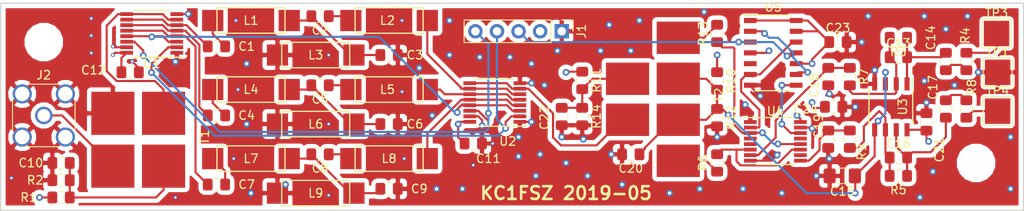
<source format=kicad_pcb>
(kicad_pcb (version 20171130) (host pcbnew "(5.0.1-3-g963ef8bb5)")

  (general
    (thickness 1.6)
    (drawings 7)
    (tracks 458)
    (zones 0)
    (modules 61)
    (nets 50)
  )

  (page A4)
  (title_block
    (date 2019-05-11)
    (rev 2)
    (comment 1 "Corrected footprint mistake on FST3253")
  )

  (layers
    (0 F.Cu signal)
    (1 In1.Cu power)
    (2 In2.Cu power)
    (31 B.Cu signal)
    (32 B.Adhes user)
    (33 F.Adhes user)
    (34 B.Paste user)
    (35 F.Paste user)
    (36 B.SilkS user)
    (37 F.SilkS user)
    (38 B.Mask user)
    (39 F.Mask user)
    (40 Dwgs.User user)
    (41 Cmts.User user)
    (42 Eco1.User user)
    (43 Eco2.User user)
    (44 Edge.Cuts user)
    (45 Margin user)
    (46 B.CrtYd user)
    (47 F.CrtYd user)
    (48 B.Fab user)
    (49 F.Fab user)
  )

  (setup
    (last_trace_width 0.25)
    (trace_clearance 0.2)
    (zone_clearance 0.508)
    (zone_45_only no)
    (trace_min 0.2)
    (segment_width 0.2)
    (edge_width 0.15)
    (via_size 0.4572)
    (via_drill 0.254)
    (via_min_size 0.4572)
    (via_min_drill 0.254)
    (uvia_size 0.3)
    (uvia_drill 0.1)
    (uvias_allowed no)
    (uvia_min_size 0.2)
    (uvia_min_drill 0.1)
    (pcb_text_width 0.3)
    (pcb_text_size 1.5 1.5)
    (mod_edge_width 0.15)
    (mod_text_size 1 1)
    (mod_text_width 0.15)
    (pad_size 1.524 1.524)
    (pad_drill 0.762)
    (pad_to_mask_clearance 0.051)
    (solder_mask_min_width 0.25)
    (aux_axis_origin 0 0)
    (visible_elements FFFFFF7F)
    (pcbplotparams
      (layerselection 0x010fc_ffffffff)
      (usegerberextensions false)
      (usegerberattributes false)
      (usegerberadvancedattributes false)
      (creategerberjobfile false)
      (excludeedgelayer true)
      (linewidth 0.100000)
      (plotframeref false)
      (viasonmask false)
      (mode 1)
      (useauxorigin false)
      (hpglpennumber 1)
      (hpglpenspeed 20)
      (hpglpendiameter 15.000000)
      (psnegative false)
      (psa4output false)
      (plotreference true)
      (plotvalue true)
      (plotinvisibletext false)
      (padsonsilk false)
      (subtractmaskfromsilk false)
      (outputformat 1)
      (mirror false)
      (drillshape 1)
      (scaleselection 1)
      (outputdirectory ""))
  )

  (net 0 "")
  (net 1 "Net-(C1-Pad1)")
  (net 2 "Net-(C1-Pad2)")
  (net 3 "Net-(C2-Pad1)")
  (net 4 "Net-(C2-Pad2)")
  (net 5 GND)
  (net 6 "Net-(C4-Pad2)")
  (net 7 "Net-(C4-Pad1)")
  (net 8 "Net-(C5-Pad1)")
  (net 9 "Net-(C5-Pad2)")
  (net 10 "Net-(C7-Pad1)")
  (net 11 "Net-(C7-Pad2)")
  (net 12 "Net-(C8-Pad2)")
  (net 13 "Net-(C8-Pad1)")
  (net 14 "Net-(C10-Pad1)")
  (net 15 VCC_A)
  (net 16 "Net-(C13-Pad2)")
  (net 17 "Net-(C13-Pad1)")
  (net 18 "Net-(C14-Pad1)")
  (net 19 "Net-(C15-Pad1)")
  (net 20 "Net-(C16-Pad2)")
  (net 21 "Net-(C16-Pad1)")
  (net 22 "Net-(C17-Pad1)")
  (net 23 "Net-(C18-Pad1)")
  (net 24 "Net-(C19-Pad1)")
  (net 25 "Net-(C22-Pad1)")
  (net 26 CLK_IN)
  (net 27 SEL1)
  (net 28 SEL0)
  (net 29 "Net-(L2-Pad1)")
  (net 30 "Net-(L5-Pad1)")
  (net 31 "Net-(L8-Pad1)")
  (net 32 "Net-(R4-Pad1)")
  (net 33 "Net-(R6-Pad1)")
  (net 34 "Net-(R6-Pad2)")
  (net 35 "Net-(R8-Pad1)")
  (net 36 "Net-(R13-Pad2)")
  (net 37 "Net-(R13-Pad1)")
  (net 38 "Net-(T1-Pad4)")
  (net 39 RF1)
  (net 40 "Net-(U1-Pad13)")
  (net 41 CLK1)
  (net 42 "Net-(U4-Pad4)")
  (net 43 "Net-(U4-Pad5)")
  (net 44 "Net-(U4-Pad10)")
  (net 45 "Net-(U4-Pad13)")
  (net 46 CLK0)
  (net 47 "Net-(U5-Pad2)")
  (net 48 "Net-(U5-Pad5)")
  (net 49 "Net-(J2-Pad1)")

  (net_class Default "This is the default net class."
    (clearance 0.2)
    (trace_width 0.25)
    (via_dia 0.4572)
    (via_drill 0.254)
    (uvia_dia 0.3)
    (uvia_drill 0.1)
    (add_net CLK0)
    (add_net CLK1)
    (add_net CLK_IN)
    (add_net GND)
    (add_net "Net-(C1-Pad1)")
    (add_net "Net-(C1-Pad2)")
    (add_net "Net-(C10-Pad1)")
    (add_net "Net-(C13-Pad1)")
    (add_net "Net-(C13-Pad2)")
    (add_net "Net-(C14-Pad1)")
    (add_net "Net-(C15-Pad1)")
    (add_net "Net-(C16-Pad1)")
    (add_net "Net-(C16-Pad2)")
    (add_net "Net-(C17-Pad1)")
    (add_net "Net-(C18-Pad1)")
    (add_net "Net-(C19-Pad1)")
    (add_net "Net-(C2-Pad1)")
    (add_net "Net-(C2-Pad2)")
    (add_net "Net-(C22-Pad1)")
    (add_net "Net-(C4-Pad1)")
    (add_net "Net-(C4-Pad2)")
    (add_net "Net-(C5-Pad1)")
    (add_net "Net-(C5-Pad2)")
    (add_net "Net-(C7-Pad1)")
    (add_net "Net-(C7-Pad2)")
    (add_net "Net-(C8-Pad1)")
    (add_net "Net-(C8-Pad2)")
    (add_net "Net-(J2-Pad1)")
    (add_net "Net-(L2-Pad1)")
    (add_net "Net-(L5-Pad1)")
    (add_net "Net-(L8-Pad1)")
    (add_net "Net-(R13-Pad1)")
    (add_net "Net-(R13-Pad2)")
    (add_net "Net-(R4-Pad1)")
    (add_net "Net-(R6-Pad1)")
    (add_net "Net-(R6-Pad2)")
    (add_net "Net-(R8-Pad1)")
    (add_net "Net-(T1-Pad4)")
    (add_net "Net-(U1-Pad13)")
    (add_net "Net-(U4-Pad10)")
    (add_net "Net-(U4-Pad13)")
    (add_net "Net-(U4-Pad4)")
    (add_net "Net-(U4-Pad5)")
    (add_net "Net-(U5-Pad2)")
    (add_net "Net-(U5-Pad5)")
    (add_net RF1)
    (add_net SEL0)
    (add_net SEL1)
    (add_net VCC_A)
  )

  (module Capacitor_SMD:C_0805_2012Metric_Pad1.15x1.40mm_HandSolder (layer F.Cu) (tedit 5CC37BD1) (tstamp 5CCF93B8)
    (at 97.536 41.656)
    (descr "Capacitor SMD 0805 (2012 Metric), square (rectangular) end terminal, IPC_7351 nominal with elongated pad for handsoldering. (Body size source: https://docs.google.com/spreadsheets/d/1BsfQQcO9C6DZCsRaXUlFlo91Tg2WpOkGARC1WS5S8t0/edit?usp=sharing), generated with kicad-footprint-generator")
    (tags "capacitor handsolder")
    (path /5CBFF2B2)
    (attr smd)
    (fp_text reference C1 (at 3.556 0) (layer F.SilkS)
      (effects (font (size 1 1) (thickness 0.15)))
    )
    (fp_text value C_Small (at 0 1.65) (layer F.Fab) hide
      (effects (font (size 1 1) (thickness 0.15)))
    )
    (fp_line (start -1 0.6) (end -1 -0.6) (layer F.Fab) (width 0.1))
    (fp_line (start -1 -0.6) (end 1 -0.6) (layer F.Fab) (width 0.1))
    (fp_line (start 1 -0.6) (end 1 0.6) (layer F.Fab) (width 0.1))
    (fp_line (start 1 0.6) (end -1 0.6) (layer F.Fab) (width 0.1))
    (fp_line (start -0.261252 -0.71) (end 0.261252 -0.71) (layer F.SilkS) (width 0.12))
    (fp_line (start -0.261252 0.71) (end 0.261252 0.71) (layer F.SilkS) (width 0.12))
    (fp_line (start -1.85 0.95) (end -1.85 -0.95) (layer F.CrtYd) (width 0.05))
    (fp_line (start -1.85 -0.95) (end 1.85 -0.95) (layer F.CrtYd) (width 0.05))
    (fp_line (start 1.85 -0.95) (end 1.85 0.95) (layer F.CrtYd) (width 0.05))
    (fp_line (start 1.85 0.95) (end -1.85 0.95) (layer F.CrtYd) (width 0.05))
    (fp_text user %R (at 0 0) (layer F.Fab)
      (effects (font (size 0.5 0.5) (thickness 0.08)))
    )
    (pad 1 smd roundrect (at -1.025 0) (size 1.15 1.4) (layers F.Cu F.Paste F.Mask) (roundrect_rratio 0.217391)
      (net 1 "Net-(C1-Pad1)"))
    (pad 2 smd roundrect (at 1.025 0) (size 1.15 1.4) (layers F.Cu F.Paste F.Mask) (roundrect_rratio 0.217391)
      (net 2 "Net-(C1-Pad2)"))
    (model ${KISYS3DMOD}/Capacitor_SMD.3dshapes/C_0805_2012Metric.wrl
      (at (xyz 0 0 0))
      (scale (xyz 1 1 1))
      (rotate (xyz 0 0 0))
    )
  )

  (module Capacitor_SMD:C_0805_2012Metric_Pad1.15x1.40mm_HandSolder (layer F.Cu) (tedit 5CC37BC9) (tstamp 5D060541)
    (at 109.728 38.1 180)
    (descr "Capacitor SMD 0805 (2012 Metric), square (rectangular) end terminal, IPC_7351 nominal with elongated pad for handsoldering. (Body size source: https://docs.google.com/spreadsheets/d/1BsfQQcO9C6DZCsRaXUlFlo91Tg2WpOkGARC1WS5S8t0/edit?usp=sharing), generated with kicad-footprint-generator")
    (tags "capacitor handsolder")
    (path /5CBFFE99)
    (attr smd)
    (fp_text reference C2 (at 0 -1.65 180) (layer F.SilkS)
      (effects (font (size 1 1) (thickness 0.15)))
    )
    (fp_text value C_Small (at 0 1.65 180) (layer F.Fab) hide
      (effects (font (size 1 1) (thickness 0.15)))
    )
    (fp_line (start -1 0.6) (end -1 -0.6) (layer F.Fab) (width 0.1))
    (fp_line (start -1 -0.6) (end 1 -0.6) (layer F.Fab) (width 0.1))
    (fp_line (start 1 -0.6) (end 1 0.6) (layer F.Fab) (width 0.1))
    (fp_line (start 1 0.6) (end -1 0.6) (layer F.Fab) (width 0.1))
    (fp_line (start -0.261252 -0.71) (end 0.261252 -0.71) (layer F.SilkS) (width 0.12))
    (fp_line (start -0.261252 0.71) (end 0.261252 0.71) (layer F.SilkS) (width 0.12))
    (fp_line (start -1.85 0.95) (end -1.85 -0.95) (layer F.CrtYd) (width 0.05))
    (fp_line (start -1.85 -0.95) (end 1.85 -0.95) (layer F.CrtYd) (width 0.05))
    (fp_line (start 1.85 -0.95) (end 1.85 0.95) (layer F.CrtYd) (width 0.05))
    (fp_line (start 1.85 0.95) (end -1.85 0.95) (layer F.CrtYd) (width 0.05))
    (fp_text user %R (at 0 0 180) (layer F.Fab)
      (effects (font (size 0.5 0.5) (thickness 0.08)))
    )
    (pad 1 smd roundrect (at -1.025 0 180) (size 1.15 1.4) (layers F.Cu F.Paste F.Mask) (roundrect_rratio 0.217391)
      (net 3 "Net-(C2-Pad1)"))
    (pad 2 smd roundrect (at 1.025 0 180) (size 1.15 1.4) (layers F.Cu F.Paste F.Mask) (roundrect_rratio 0.217391)
      (net 4 "Net-(C2-Pad2)"))
    (model ${KISYS3DMOD}/Capacitor_SMD.3dshapes/C_0805_2012Metric.wrl
      (at (xyz 0 0 0))
      (scale (xyz 1 1 1))
      (rotate (xyz 0 0 0))
    )
  )

  (module Capacitor_SMD:C_0805_2012Metric_Pad1.15x1.40mm_HandSolder (layer F.Cu) (tedit 5CC37BBE) (tstamp 5CCF93DA)
    (at 117.856 42.672)
    (descr "Capacitor SMD 0805 (2012 Metric), square (rectangular) end terminal, IPC_7351 nominal with elongated pad for handsoldering. (Body size source: https://docs.google.com/spreadsheets/d/1BsfQQcO9C6DZCsRaXUlFlo91Tg2WpOkGARC1WS5S8t0/edit?usp=sharing), generated with kicad-footprint-generator")
    (tags "capacitor handsolder")
    (path /5CBFFA10)
    (attr smd)
    (fp_text reference C3 (at 3.048 0) (layer F.SilkS)
      (effects (font (size 1 1) (thickness 0.15)))
    )
    (fp_text value C_Small (at 0 1.65) (layer F.Fab) hide
      (effects (font (size 1 1) (thickness 0.15)))
    )
    (fp_text user %R (at 0 0) (layer F.Fab)
      (effects (font (size 0.5 0.5) (thickness 0.08)))
    )
    (fp_line (start 1.85 0.95) (end -1.85 0.95) (layer F.CrtYd) (width 0.05))
    (fp_line (start 1.85 -0.95) (end 1.85 0.95) (layer F.CrtYd) (width 0.05))
    (fp_line (start -1.85 -0.95) (end 1.85 -0.95) (layer F.CrtYd) (width 0.05))
    (fp_line (start -1.85 0.95) (end -1.85 -0.95) (layer F.CrtYd) (width 0.05))
    (fp_line (start -0.261252 0.71) (end 0.261252 0.71) (layer F.SilkS) (width 0.12))
    (fp_line (start -0.261252 -0.71) (end 0.261252 -0.71) (layer F.SilkS) (width 0.12))
    (fp_line (start 1 0.6) (end -1 0.6) (layer F.Fab) (width 0.1))
    (fp_line (start 1 -0.6) (end 1 0.6) (layer F.Fab) (width 0.1))
    (fp_line (start -1 -0.6) (end 1 -0.6) (layer F.Fab) (width 0.1))
    (fp_line (start -1 0.6) (end -1 -0.6) (layer F.Fab) (width 0.1))
    (pad 2 smd roundrect (at 1.025 0) (size 1.15 1.4) (layers F.Cu F.Paste F.Mask) (roundrect_rratio 0.217391)
      (net 5 GND))
    (pad 1 smd roundrect (at -1.025 0) (size 1.15 1.4) (layers F.Cu F.Paste F.Mask) (roundrect_rratio 0.217391)
      (net 4 "Net-(C2-Pad2)"))
    (model ${KISYS3DMOD}/Capacitor_SMD.3dshapes/C_0805_2012Metric.wrl
      (at (xyz 0 0 0))
      (scale (xyz 1 1 1))
      (rotate (xyz 0 0 0))
    )
  )

  (module Capacitor_SMD:C_0805_2012Metric_Pad1.15x1.40mm_HandSolder (layer F.Cu) (tedit 5CC37CA9) (tstamp 5CCF93EB)
    (at 97.536 49.784)
    (descr "Capacitor SMD 0805 (2012 Metric), square (rectangular) end terminal, IPC_7351 nominal with elongated pad for handsoldering. (Body size source: https://docs.google.com/spreadsheets/d/1BsfQQcO9C6DZCsRaXUlFlo91Tg2WpOkGARC1WS5S8t0/edit?usp=sharing), generated with kicad-footprint-generator")
    (tags "capacitor handsolder")
    (path /5CC0239D)
    (attr smd)
    (fp_text reference C4 (at 3.556 0) (layer F.SilkS)
      (effects (font (size 1 1) (thickness 0.15)))
    )
    (fp_text value C_Small (at 0 1.65) (layer F.Fab) hide
      (effects (font (size 1 1) (thickness 0.15)))
    )
    (fp_text user %R (at 0 0) (layer F.Fab)
      (effects (font (size 0.5 0.5) (thickness 0.08)))
    )
    (fp_line (start 1.85 0.95) (end -1.85 0.95) (layer F.CrtYd) (width 0.05))
    (fp_line (start 1.85 -0.95) (end 1.85 0.95) (layer F.CrtYd) (width 0.05))
    (fp_line (start -1.85 -0.95) (end 1.85 -0.95) (layer F.CrtYd) (width 0.05))
    (fp_line (start -1.85 0.95) (end -1.85 -0.95) (layer F.CrtYd) (width 0.05))
    (fp_line (start -0.261252 0.71) (end 0.261252 0.71) (layer F.SilkS) (width 0.12))
    (fp_line (start -0.261252 -0.71) (end 0.261252 -0.71) (layer F.SilkS) (width 0.12))
    (fp_line (start 1 0.6) (end -1 0.6) (layer F.Fab) (width 0.1))
    (fp_line (start 1 -0.6) (end 1 0.6) (layer F.Fab) (width 0.1))
    (fp_line (start -1 -0.6) (end 1 -0.6) (layer F.Fab) (width 0.1))
    (fp_line (start -1 0.6) (end -1 -0.6) (layer F.Fab) (width 0.1))
    (pad 2 smd roundrect (at 1.025 0) (size 1.15 1.4) (layers F.Cu F.Paste F.Mask) (roundrect_rratio 0.217391)
      (net 6 "Net-(C4-Pad2)"))
    (pad 1 smd roundrect (at -1.025 0) (size 1.15 1.4) (layers F.Cu F.Paste F.Mask) (roundrect_rratio 0.217391)
      (net 7 "Net-(C4-Pad1)"))
    (model ${KISYS3DMOD}/Capacitor_SMD.3dshapes/C_0805_2012Metric.wrl
      (at (xyz 0 0 0))
      (scale (xyz 1 1 1))
      (rotate (xyz 0 0 0))
    )
  )

  (module Capacitor_SMD:C_0805_2012Metric_Pad1.15x1.40mm_HandSolder (layer F.Cu) (tedit 5CC37C4E) (tstamp 5CCF93FC)
    (at 109.728 46.228 180)
    (descr "Capacitor SMD 0805 (2012 Metric), square (rectangular) end terminal, IPC_7351 nominal with elongated pad for handsoldering. (Body size source: https://docs.google.com/spreadsheets/d/1BsfQQcO9C6DZCsRaXUlFlo91Tg2WpOkGARC1WS5S8t0/edit?usp=sharing), generated with kicad-footprint-generator")
    (tags "capacitor handsolder")
    (path /5CC023B5)
    (attr smd)
    (fp_text reference C5 (at 0 -1.65 180) (layer F.SilkS)
      (effects (font (size 1 1) (thickness 0.15)))
    )
    (fp_text value C_Small (at 0 1.65 180) (layer F.Fab) hide
      (effects (font (size 1 1) (thickness 0.15)))
    )
    (fp_line (start -1 0.6) (end -1 -0.6) (layer F.Fab) (width 0.1))
    (fp_line (start -1 -0.6) (end 1 -0.6) (layer F.Fab) (width 0.1))
    (fp_line (start 1 -0.6) (end 1 0.6) (layer F.Fab) (width 0.1))
    (fp_line (start 1 0.6) (end -1 0.6) (layer F.Fab) (width 0.1))
    (fp_line (start -0.261252 -0.71) (end 0.261252 -0.71) (layer F.SilkS) (width 0.12))
    (fp_line (start -0.261252 0.71) (end 0.261252 0.71) (layer F.SilkS) (width 0.12))
    (fp_line (start -1.85 0.95) (end -1.85 -0.95) (layer F.CrtYd) (width 0.05))
    (fp_line (start -1.85 -0.95) (end 1.85 -0.95) (layer F.CrtYd) (width 0.05))
    (fp_line (start 1.85 -0.95) (end 1.85 0.95) (layer F.CrtYd) (width 0.05))
    (fp_line (start 1.85 0.95) (end -1.85 0.95) (layer F.CrtYd) (width 0.05))
    (fp_text user %R (at 0 0 180) (layer F.Fab)
      (effects (font (size 0.5 0.5) (thickness 0.08)))
    )
    (pad 1 smd roundrect (at -1.025 0 180) (size 1.15 1.4) (layers F.Cu F.Paste F.Mask) (roundrect_rratio 0.217391)
      (net 8 "Net-(C5-Pad1)"))
    (pad 2 smd roundrect (at 1.025 0 180) (size 1.15 1.4) (layers F.Cu F.Paste F.Mask) (roundrect_rratio 0.217391)
      (net 9 "Net-(C5-Pad2)"))
    (model ${KISYS3DMOD}/Capacitor_SMD.3dshapes/C_0805_2012Metric.wrl
      (at (xyz 0 0 0))
      (scale (xyz 1 1 1))
      (rotate (xyz 0 0 0))
    )
  )

  (module Capacitor_SMD:C_0805_2012Metric_Pad1.15x1.40mm_HandSolder (layer F.Cu) (tedit 5CC37CA6) (tstamp 5CCF940D)
    (at 117.856 50.8)
    (descr "Capacitor SMD 0805 (2012 Metric), square (rectangular) end terminal, IPC_7351 nominal with elongated pad for handsoldering. (Body size source: https://docs.google.com/spreadsheets/d/1BsfQQcO9C6DZCsRaXUlFlo91Tg2WpOkGARC1WS5S8t0/edit?usp=sharing), generated with kicad-footprint-generator")
    (tags "capacitor handsolder")
    (path /5CC023AF)
    (attr smd)
    (fp_text reference C6 (at 3.048 0) (layer F.SilkS)
      (effects (font (size 1 1) (thickness 0.15)))
    )
    (fp_text value C_Small (at 0 1.65) (layer F.Fab) hide
      (effects (font (size 1 1) (thickness 0.15)))
    )
    (fp_line (start -1 0.6) (end -1 -0.6) (layer F.Fab) (width 0.1))
    (fp_line (start -1 -0.6) (end 1 -0.6) (layer F.Fab) (width 0.1))
    (fp_line (start 1 -0.6) (end 1 0.6) (layer F.Fab) (width 0.1))
    (fp_line (start 1 0.6) (end -1 0.6) (layer F.Fab) (width 0.1))
    (fp_line (start -0.261252 -0.71) (end 0.261252 -0.71) (layer F.SilkS) (width 0.12))
    (fp_line (start -0.261252 0.71) (end 0.261252 0.71) (layer F.SilkS) (width 0.12))
    (fp_line (start -1.85 0.95) (end -1.85 -0.95) (layer F.CrtYd) (width 0.05))
    (fp_line (start -1.85 -0.95) (end 1.85 -0.95) (layer F.CrtYd) (width 0.05))
    (fp_line (start 1.85 -0.95) (end 1.85 0.95) (layer F.CrtYd) (width 0.05))
    (fp_line (start 1.85 0.95) (end -1.85 0.95) (layer F.CrtYd) (width 0.05))
    (fp_text user %R (at 0 0) (layer F.Fab)
      (effects (font (size 0.5 0.5) (thickness 0.08)))
    )
    (pad 1 smd roundrect (at -1.025 0) (size 1.15 1.4) (layers F.Cu F.Paste F.Mask) (roundrect_rratio 0.217391)
      (net 9 "Net-(C5-Pad2)"))
    (pad 2 smd roundrect (at 1.025 0) (size 1.15 1.4) (layers F.Cu F.Paste F.Mask) (roundrect_rratio 0.217391)
      (net 5 GND))
    (model ${KISYS3DMOD}/Capacitor_SMD.3dshapes/C_0805_2012Metric.wrl
      (at (xyz 0 0 0))
      (scale (xyz 1 1 1))
      (rotate (xyz 0 0 0))
    )
  )

  (module Capacitor_SMD:C_0805_2012Metric_Pad1.15x1.40mm_HandSolder (layer F.Cu) (tedit 5CC37D13) (tstamp 5CCF941E)
    (at 97.536 57.912)
    (descr "Capacitor SMD 0805 (2012 Metric), square (rectangular) end terminal, IPC_7351 nominal with elongated pad for handsoldering. (Body size source: https://docs.google.com/spreadsheets/d/1BsfQQcO9C6DZCsRaXUlFlo91Tg2WpOkGARC1WS5S8t0/edit?usp=sharing), generated with kicad-footprint-generator")
    (tags "capacitor handsolder")
    (path /5CC034EE)
    (attr smd)
    (fp_text reference C7 (at 3.556 0) (layer F.SilkS)
      (effects (font (size 1 1) (thickness 0.15)))
    )
    (fp_text value C_Small (at 0 1.65) (layer F.Fab) hide
      (effects (font (size 1 1) (thickness 0.15)))
    )
    (fp_line (start -1 0.6) (end -1 -0.6) (layer F.Fab) (width 0.1))
    (fp_line (start -1 -0.6) (end 1 -0.6) (layer F.Fab) (width 0.1))
    (fp_line (start 1 -0.6) (end 1 0.6) (layer F.Fab) (width 0.1))
    (fp_line (start 1 0.6) (end -1 0.6) (layer F.Fab) (width 0.1))
    (fp_line (start -0.261252 -0.71) (end 0.261252 -0.71) (layer F.SilkS) (width 0.12))
    (fp_line (start -0.261252 0.71) (end 0.261252 0.71) (layer F.SilkS) (width 0.12))
    (fp_line (start -1.85 0.95) (end -1.85 -0.95) (layer F.CrtYd) (width 0.05))
    (fp_line (start -1.85 -0.95) (end 1.85 -0.95) (layer F.CrtYd) (width 0.05))
    (fp_line (start 1.85 -0.95) (end 1.85 0.95) (layer F.CrtYd) (width 0.05))
    (fp_line (start 1.85 0.95) (end -1.85 0.95) (layer F.CrtYd) (width 0.05))
    (fp_text user %R (at 0 0) (layer F.Fab)
      (effects (font (size 0.5 0.5) (thickness 0.08)))
    )
    (pad 1 smd roundrect (at -1.025 0) (size 1.15 1.4) (layers F.Cu F.Paste F.Mask) (roundrect_rratio 0.217391)
      (net 10 "Net-(C7-Pad1)"))
    (pad 2 smd roundrect (at 1.025 0) (size 1.15 1.4) (layers F.Cu F.Paste F.Mask) (roundrect_rratio 0.217391)
      (net 11 "Net-(C7-Pad2)"))
    (model ${KISYS3DMOD}/Capacitor_SMD.3dshapes/C_0805_2012Metric.wrl
      (at (xyz 0 0 0))
      (scale (xyz 1 1 1))
      (rotate (xyz 0 0 0))
    )
  )

  (module Capacitor_SMD:C_0805_2012Metric_Pad1.15x1.40mm_HandSolder (layer F.Cu) (tedit 5CC37D46) (tstamp 5CCF942F)
    (at 109.728 54.356 180)
    (descr "Capacitor SMD 0805 (2012 Metric), square (rectangular) end terminal, IPC_7351 nominal with elongated pad for handsoldering. (Body size source: https://docs.google.com/spreadsheets/d/1BsfQQcO9C6DZCsRaXUlFlo91Tg2WpOkGARC1WS5S8t0/edit?usp=sharing), generated with kicad-footprint-generator")
    (tags "capacitor handsolder")
    (path /5CC03506)
    (attr smd)
    (fp_text reference C8 (at 0 -1.65 180) (layer F.SilkS)
      (effects (font (size 1 1) (thickness 0.15)))
    )
    (fp_text value C_Small (at 0 1.65 180) (layer F.Fab) hide
      (effects (font (size 1 1) (thickness 0.15)))
    )
    (fp_text user %R (at 0 0 180) (layer F.Fab)
      (effects (font (size 0.5 0.5) (thickness 0.08)))
    )
    (fp_line (start 1.85 0.95) (end -1.85 0.95) (layer F.CrtYd) (width 0.05))
    (fp_line (start 1.85 -0.95) (end 1.85 0.95) (layer F.CrtYd) (width 0.05))
    (fp_line (start -1.85 -0.95) (end 1.85 -0.95) (layer F.CrtYd) (width 0.05))
    (fp_line (start -1.85 0.95) (end -1.85 -0.95) (layer F.CrtYd) (width 0.05))
    (fp_line (start -0.261252 0.71) (end 0.261252 0.71) (layer F.SilkS) (width 0.12))
    (fp_line (start -0.261252 -0.71) (end 0.261252 -0.71) (layer F.SilkS) (width 0.12))
    (fp_line (start 1 0.6) (end -1 0.6) (layer F.Fab) (width 0.1))
    (fp_line (start 1 -0.6) (end 1 0.6) (layer F.Fab) (width 0.1))
    (fp_line (start -1 -0.6) (end 1 -0.6) (layer F.Fab) (width 0.1))
    (fp_line (start -1 0.6) (end -1 -0.6) (layer F.Fab) (width 0.1))
    (pad 2 smd roundrect (at 1.025 0 180) (size 1.15 1.4) (layers F.Cu F.Paste F.Mask) (roundrect_rratio 0.217391)
      (net 12 "Net-(C8-Pad2)"))
    (pad 1 smd roundrect (at -1.025 0 180) (size 1.15 1.4) (layers F.Cu F.Paste F.Mask) (roundrect_rratio 0.217391)
      (net 13 "Net-(C8-Pad1)"))
    (model ${KISYS3DMOD}/Capacitor_SMD.3dshapes/C_0805_2012Metric.wrl
      (at (xyz 0 0 0))
      (scale (xyz 1 1 1))
      (rotate (xyz 0 0 0))
    )
  )

  (module Capacitor_SMD:C_0805_2012Metric_Pad1.15x1.40mm_HandSolder (layer F.Cu) (tedit 5CC37DA0) (tstamp 5CCF9440)
    (at 117.856 58.42)
    (descr "Capacitor SMD 0805 (2012 Metric), square (rectangular) end terminal, IPC_7351 nominal with elongated pad for handsoldering. (Body size source: https://docs.google.com/spreadsheets/d/1BsfQQcO9C6DZCsRaXUlFlo91Tg2WpOkGARC1WS5S8t0/edit?usp=sharing), generated with kicad-footprint-generator")
    (tags "capacitor handsolder")
    (path /5CC03500)
    (attr smd)
    (fp_text reference C9 (at 3.556 0) (layer F.SilkS)
      (effects (font (size 1 1) (thickness 0.15)))
    )
    (fp_text value C_Small (at 0 1.65) (layer F.Fab) hide
      (effects (font (size 1 1) (thickness 0.15)))
    )
    (fp_line (start -1 0.6) (end -1 -0.6) (layer F.Fab) (width 0.1))
    (fp_line (start -1 -0.6) (end 1 -0.6) (layer F.Fab) (width 0.1))
    (fp_line (start 1 -0.6) (end 1 0.6) (layer F.Fab) (width 0.1))
    (fp_line (start 1 0.6) (end -1 0.6) (layer F.Fab) (width 0.1))
    (fp_line (start -0.261252 -0.71) (end 0.261252 -0.71) (layer F.SilkS) (width 0.12))
    (fp_line (start -0.261252 0.71) (end 0.261252 0.71) (layer F.SilkS) (width 0.12))
    (fp_line (start -1.85 0.95) (end -1.85 -0.95) (layer F.CrtYd) (width 0.05))
    (fp_line (start -1.85 -0.95) (end 1.85 -0.95) (layer F.CrtYd) (width 0.05))
    (fp_line (start 1.85 -0.95) (end 1.85 0.95) (layer F.CrtYd) (width 0.05))
    (fp_line (start 1.85 0.95) (end -1.85 0.95) (layer F.CrtYd) (width 0.05))
    (fp_text user %R (at 0 0) (layer F.Fab)
      (effects (font (size 0.5 0.5) (thickness 0.08)))
    )
    (pad 1 smd roundrect (at -1.025 0) (size 1.15 1.4) (layers F.Cu F.Paste F.Mask) (roundrect_rratio 0.217391)
      (net 12 "Net-(C8-Pad2)"))
    (pad 2 smd roundrect (at 1.025 0) (size 1.15 1.4) (layers F.Cu F.Paste F.Mask) (roundrect_rratio 0.217391)
      (net 5 GND))
    (model ${KISYS3DMOD}/Capacitor_SMD.3dshapes/C_0805_2012Metric.wrl
      (at (xyz 0 0 0))
      (scale (xyz 1 1 1))
      (rotate (xyz 0 0 0))
    )
  )

  (module Capacitor_SMD:C_0805_2012Metric_Pad1.15x1.40mm_HandSolder (layer F.Cu) (tedit 5CC505DD) (tstamp 5D05FF23)
    (at 79.248 55.372 180)
    (descr "Capacitor SMD 0805 (2012 Metric), square (rectangular) end terminal, IPC_7351 nominal with elongated pad for handsoldering. (Body size source: https://docs.google.com/spreadsheets/d/1BsfQQcO9C6DZCsRaXUlFlo91Tg2WpOkGARC1WS5S8t0/edit?usp=sharing), generated with kicad-footprint-generator")
    (tags "capacitor handsolder")
    (path /5CBFB8A6)
    (attr smd)
    (fp_text reference C10 (at 3.556 0 180) (layer F.SilkS)
      (effects (font (size 1 1) (thickness 0.15)))
    )
    (fp_text value C_Small (at 0 1.65 180) (layer F.Fab) hide
      (effects (font (size 1 1) (thickness 0.15)))
    )
    (fp_text user %R (at 0 0 180) (layer F.Fab)
      (effects (font (size 0.5 0.5) (thickness 0.08)))
    )
    (fp_line (start 1.85 0.95) (end -1.85 0.95) (layer F.CrtYd) (width 0.05))
    (fp_line (start 1.85 -0.95) (end 1.85 0.95) (layer F.CrtYd) (width 0.05))
    (fp_line (start -1.85 -0.95) (end 1.85 -0.95) (layer F.CrtYd) (width 0.05))
    (fp_line (start -1.85 0.95) (end -1.85 -0.95) (layer F.CrtYd) (width 0.05))
    (fp_line (start -0.261252 0.71) (end 0.261252 0.71) (layer F.SilkS) (width 0.12))
    (fp_line (start -0.261252 -0.71) (end 0.261252 -0.71) (layer F.SilkS) (width 0.12))
    (fp_line (start 1 0.6) (end -1 0.6) (layer F.Fab) (width 0.1))
    (fp_line (start 1 -0.6) (end 1 0.6) (layer F.Fab) (width 0.1))
    (fp_line (start -1 -0.6) (end 1 -0.6) (layer F.Fab) (width 0.1))
    (fp_line (start -1 0.6) (end -1 -0.6) (layer F.Fab) (width 0.1))
    (pad 2 smd roundrect (at 1.025 0 180) (size 1.15 1.4) (layers F.Cu F.Paste F.Mask) (roundrect_rratio 0.217391)
      (net 5 GND))
    (pad 1 smd roundrect (at -1.025 0 180) (size 1.15 1.4) (layers F.Cu F.Paste F.Mask) (roundrect_rratio 0.217391)
      (net 14 "Net-(C10-Pad1)"))
    (model ${KISYS3DMOD}/Capacitor_SMD.3dshapes/C_0805_2012Metric.wrl
      (at (xyz 0 0 0))
      (scale (xyz 1 1 1))
      (rotate (xyz 0 0 0))
    )
  )

  (module Capacitor_SMD:C_0805_2012Metric_Pad1.15x1.40mm_HandSolder (layer F.Cu) (tedit 5CC50EE3) (tstamp 5CEF08FE)
    (at 127.762 53.086)
    (descr "Capacitor SMD 0805 (2012 Metric), square (rectangular) end terminal, IPC_7351 nominal with elongated pad for handsoldering. (Body size source: https://docs.google.com/spreadsheets/d/1BsfQQcO9C6DZCsRaXUlFlo91Tg2WpOkGARC1WS5S8t0/edit?usp=sharing), generated with kicad-footprint-generator")
    (tags "capacitor handsolder")
    (path /5CC2E574)
    (attr smd)
    (fp_text reference C11 (at 1.778 1.778) (layer F.SilkS)
      (effects (font (size 1 1) (thickness 0.15)))
    )
    (fp_text value C_Small (at 0 1.65) (layer F.Fab) hide
      (effects (font (size 1 1) (thickness 0.15)))
    )
    (fp_line (start -1 0.6) (end -1 -0.6) (layer F.Fab) (width 0.1))
    (fp_line (start -1 -0.6) (end 1 -0.6) (layer F.Fab) (width 0.1))
    (fp_line (start 1 -0.6) (end 1 0.6) (layer F.Fab) (width 0.1))
    (fp_line (start 1 0.6) (end -1 0.6) (layer F.Fab) (width 0.1))
    (fp_line (start -0.261252 -0.71) (end 0.261252 -0.71) (layer F.SilkS) (width 0.12))
    (fp_line (start -0.261252 0.71) (end 0.261252 0.71) (layer F.SilkS) (width 0.12))
    (fp_line (start -1.85 0.95) (end -1.85 -0.95) (layer F.CrtYd) (width 0.05))
    (fp_line (start -1.85 -0.95) (end 1.85 -0.95) (layer F.CrtYd) (width 0.05))
    (fp_line (start 1.85 -0.95) (end 1.85 0.95) (layer F.CrtYd) (width 0.05))
    (fp_line (start 1.85 0.95) (end -1.85 0.95) (layer F.CrtYd) (width 0.05))
    (fp_text user %R (at 0 0) (layer F.Fab)
      (effects (font (size 0.5 0.5) (thickness 0.08)))
    )
    (pad 1 smd roundrect (at -1.025 0) (size 1.15 1.4) (layers F.Cu F.Paste F.Mask) (roundrect_rratio 0.217391)
      (net 15 VCC_A))
    (pad 2 smd roundrect (at 1.025 0) (size 1.15 1.4) (layers F.Cu F.Paste F.Mask) (roundrect_rratio 0.217391)
      (net 5 GND))
    (model ${KISYS3DMOD}/Capacitor_SMD.3dshapes/C_0805_2012Metric.wrl
      (at (xyz 0 0 0))
      (scale (xyz 1 1 1))
      (rotate (xyz 0 0 0))
    )
  )

  (module Capacitor_SMD:C_0805_2012Metric_Pad1.15x1.40mm_HandSolder (layer F.Cu) (tedit 5CC50503) (tstamp 5CEE6853)
    (at 87.376 44.704)
    (descr "Capacitor SMD 0805 (2012 Metric), square (rectangular) end terminal, IPC_7351 nominal with elongated pad for handsoldering. (Body size source: https://docs.google.com/spreadsheets/d/1BsfQQcO9C6DZCsRaXUlFlo91Tg2WpOkGARC1WS5S8t0/edit?usp=sharing), generated with kicad-footprint-generator")
    (tags "capacitor handsolder")
    (path /5CBFD9AA)
    (attr smd)
    (fp_text reference C12 (at -4.318 -0.254) (layer F.SilkS)
      (effects (font (size 1 1) (thickness 0.15)))
    )
    (fp_text value C_Small (at 0 1.65) (layer F.Fab) hide
      (effects (font (size 1 1) (thickness 0.15)))
    )
    (fp_line (start -1 0.6) (end -1 -0.6) (layer F.Fab) (width 0.1))
    (fp_line (start -1 -0.6) (end 1 -0.6) (layer F.Fab) (width 0.1))
    (fp_line (start 1 -0.6) (end 1 0.6) (layer F.Fab) (width 0.1))
    (fp_line (start 1 0.6) (end -1 0.6) (layer F.Fab) (width 0.1))
    (fp_line (start -0.261252 -0.71) (end 0.261252 -0.71) (layer F.SilkS) (width 0.12))
    (fp_line (start -0.261252 0.71) (end 0.261252 0.71) (layer F.SilkS) (width 0.12))
    (fp_line (start -1.85 0.95) (end -1.85 -0.95) (layer F.CrtYd) (width 0.05))
    (fp_line (start -1.85 -0.95) (end 1.85 -0.95) (layer F.CrtYd) (width 0.05))
    (fp_line (start 1.85 -0.95) (end 1.85 0.95) (layer F.CrtYd) (width 0.05))
    (fp_line (start 1.85 0.95) (end -1.85 0.95) (layer F.CrtYd) (width 0.05))
    (fp_text user %R (at 0 0) (layer F.Fab)
      (effects (font (size 0.5 0.5) (thickness 0.08)))
    )
    (pad 1 smd roundrect (at -1.025 0) (size 1.15 1.4) (layers F.Cu F.Paste F.Mask) (roundrect_rratio 0.217391)
      (net 15 VCC_A))
    (pad 2 smd roundrect (at 1.025 0) (size 1.15 1.4) (layers F.Cu F.Paste F.Mask) (roundrect_rratio 0.217391)
      (net 5 GND))
    (model ${KISYS3DMOD}/Capacitor_SMD.3dshapes/C_0805_2012Metric.wrl
      (at (xyz 0 0 0))
      (scale (xyz 1 1 1))
      (rotate (xyz 0 0 0))
    )
  )

  (module Capacitor_SMD:C_0805_2012Metric_Pad1.15x1.40mm_HandSolder (layer F.Cu) (tedit 5CC50340) (tstamp 5CD0098C)
    (at 177.8 42.926)
    (descr "Capacitor SMD 0805 (2012 Metric), square (rectangular) end terminal, IPC_7351 nominal with elongated pad for handsoldering. (Body size source: https://docs.google.com/spreadsheets/d/1BsfQQcO9C6DZCsRaXUlFlo91Tg2WpOkGARC1WS5S8t0/edit?usp=sharing), generated with kicad-footprint-generator")
    (tags "capacitor handsolder")
    (path /5CD314AE)
    (attr smd)
    (fp_text reference C13 (at 0 -1.65) (layer F.SilkS)
      (effects (font (size 1 1) (thickness 0.15)))
    )
    (fp_text value C_Small (at 0 1.65) (layer F.Fab) hide
      (effects (font (size 1 1) (thickness 0.15)))
    )
    (fp_text user %R (at 0 0) (layer F.Fab)
      (effects (font (size 0.5 0.5) (thickness 0.08)))
    )
    (fp_line (start 1.85 0.95) (end -1.85 0.95) (layer F.CrtYd) (width 0.05))
    (fp_line (start 1.85 -0.95) (end 1.85 0.95) (layer F.CrtYd) (width 0.05))
    (fp_line (start -1.85 -0.95) (end 1.85 -0.95) (layer F.CrtYd) (width 0.05))
    (fp_line (start -1.85 0.95) (end -1.85 -0.95) (layer F.CrtYd) (width 0.05))
    (fp_line (start -0.261252 0.71) (end 0.261252 0.71) (layer F.SilkS) (width 0.12))
    (fp_line (start -0.261252 -0.71) (end 0.261252 -0.71) (layer F.SilkS) (width 0.12))
    (fp_line (start 1 0.6) (end -1 0.6) (layer F.Fab) (width 0.1))
    (fp_line (start 1 -0.6) (end 1 0.6) (layer F.Fab) (width 0.1))
    (fp_line (start -1 -0.6) (end 1 -0.6) (layer F.Fab) (width 0.1))
    (fp_line (start -1 0.6) (end -1 -0.6) (layer F.Fab) (width 0.1))
    (pad 2 smd roundrect (at 1.025 0) (size 1.15 1.4) (layers F.Cu F.Paste F.Mask) (roundrect_rratio 0.217391)
      (net 16 "Net-(C13-Pad2)"))
    (pad 1 smd roundrect (at -1.025 0) (size 1.15 1.4) (layers F.Cu F.Paste F.Mask) (roundrect_rratio 0.217391)
      (net 17 "Net-(C13-Pad1)"))
    (model ${KISYS3DMOD}/Capacitor_SMD.3dshapes/C_0805_2012Metric.wrl
      (at (xyz 0 0 0))
      (scale (xyz 1 1 1))
      (rotate (xyz 0 0 0))
    )
  )

  (module Capacitor_SMD:C_0805_2012Metric_Pad1.15x1.40mm_HandSolder (layer F.Cu) (tedit 5CC50302) (tstamp 5CD0095C)
    (at 183.388 43.434 90)
    (descr "Capacitor SMD 0805 (2012 Metric), square (rectangular) end terminal, IPC_7351 nominal with elongated pad for handsoldering. (Body size source: https://docs.google.com/spreadsheets/d/1BsfQQcO9C6DZCsRaXUlFlo91Tg2WpOkGARC1WS5S8t0/edit?usp=sharing), generated with kicad-footprint-generator")
    (tags "capacitor handsolder")
    (path /5CED85A1)
    (attr smd)
    (fp_text reference C14 (at 2.794 -1.778 90) (layer F.SilkS)
      (effects (font (size 1 1) (thickness 0.15)))
    )
    (fp_text value C_Small (at 0 1.65 90) (layer F.Fab) hide
      (effects (font (size 1 1) (thickness 0.15)))
    )
    (fp_line (start -1 0.6) (end -1 -0.6) (layer F.Fab) (width 0.1))
    (fp_line (start -1 -0.6) (end 1 -0.6) (layer F.Fab) (width 0.1))
    (fp_line (start 1 -0.6) (end 1 0.6) (layer F.Fab) (width 0.1))
    (fp_line (start 1 0.6) (end -1 0.6) (layer F.Fab) (width 0.1))
    (fp_line (start -0.261252 -0.71) (end 0.261252 -0.71) (layer F.SilkS) (width 0.12))
    (fp_line (start -0.261252 0.71) (end 0.261252 0.71) (layer F.SilkS) (width 0.12))
    (fp_line (start -1.85 0.95) (end -1.85 -0.95) (layer F.CrtYd) (width 0.05))
    (fp_line (start -1.85 -0.95) (end 1.85 -0.95) (layer F.CrtYd) (width 0.05))
    (fp_line (start 1.85 -0.95) (end 1.85 0.95) (layer F.CrtYd) (width 0.05))
    (fp_line (start 1.85 0.95) (end -1.85 0.95) (layer F.CrtYd) (width 0.05))
    (fp_text user %R (at 0 0 90) (layer F.Fab)
      (effects (font (size 0.5 0.5) (thickness 0.08)))
    )
    (pad 1 smd roundrect (at -1.025 0 90) (size 1.15 1.4) (layers F.Cu F.Paste F.Mask) (roundrect_rratio 0.217391)
      (net 18 "Net-(C14-Pad1)"))
    (pad 2 smd roundrect (at 1.025 0 90) (size 1.15 1.4) (layers F.Cu F.Paste F.Mask) (roundrect_rratio 0.217391)
      (net 16 "Net-(C13-Pad2)"))
    (model ${KISYS3DMOD}/Capacitor_SMD.3dshapes/C_0805_2012Metric.wrl
      (at (xyz 0 0 0))
      (scale (xyz 1 1 1))
      (rotate (xyz 0 0 0))
    )
  )

  (module Capacitor_SMD:C_1206_3216Metric_Pad1.42x1.75mm_HandSolder (layer F.Cu) (tedit 5CC5080D) (tstamp 5CD00E93)
    (at 171.196 56.896 180)
    (descr "Capacitor SMD 1206 (3216 Metric), square (rectangular) end terminal, IPC_7351 nominal with elongated pad for handsoldering. (Body size source: http://www.tortai-tech.com/upload/download/2011102023233369053.pdf), generated with kicad-footprint-generator")
    (tags "capacitor handsolder")
    (path /5CDACCC4)
    (attr smd)
    (fp_text reference C15 (at 0 -1.82 180) (layer F.SilkS)
      (effects (font (size 1 1) (thickness 0.15)))
    )
    (fp_text value CP (at 0 1.82 180) (layer F.Fab) hide
      (effects (font (size 1 1) (thickness 0.15)))
    )
    (fp_line (start -1.6 0.8) (end -1.6 -0.8) (layer F.Fab) (width 0.1))
    (fp_line (start -1.6 -0.8) (end 1.6 -0.8) (layer F.Fab) (width 0.1))
    (fp_line (start 1.6 -0.8) (end 1.6 0.8) (layer F.Fab) (width 0.1))
    (fp_line (start 1.6 0.8) (end -1.6 0.8) (layer F.Fab) (width 0.1))
    (fp_line (start -0.602064 -0.91) (end 0.602064 -0.91) (layer F.SilkS) (width 0.12))
    (fp_line (start -0.602064 0.91) (end 0.602064 0.91) (layer F.SilkS) (width 0.12))
    (fp_line (start -2.45 1.12) (end -2.45 -1.12) (layer F.CrtYd) (width 0.05))
    (fp_line (start -2.45 -1.12) (end 2.45 -1.12) (layer F.CrtYd) (width 0.05))
    (fp_line (start 2.45 -1.12) (end 2.45 1.12) (layer F.CrtYd) (width 0.05))
    (fp_line (start 2.45 1.12) (end -2.45 1.12) (layer F.CrtYd) (width 0.05))
    (fp_text user %R (at 0 0 180) (layer F.Fab)
      (effects (font (size 0.8 0.8) (thickness 0.12)))
    )
    (pad 1 smd roundrect (at -1.4875 0 180) (size 1.425 1.75) (layers F.Cu F.Paste F.Mask) (roundrect_rratio 0.175439)
      (net 19 "Net-(C15-Pad1)"))
    (pad 2 smd roundrect (at 1.4875 0 180) (size 1.425 1.75) (layers F.Cu F.Paste F.Mask) (roundrect_rratio 0.175439)
      (net 5 GND))
    (model ${KISYS3DMOD}/Capacitor_SMD.3dshapes/C_1206_3216Metric.wrl
      (at (xyz 0 0 0))
      (scale (xyz 1 1 1))
      (rotate (xyz 0 0 0))
    )
  )

  (module Capacitor_SMD:C_0805_2012Metric_Pad1.15x1.40mm_HandSolder (layer F.Cu) (tedit 5CC503C7) (tstamp 5CD00D58)
    (at 177.8 54.737)
    (descr "Capacitor SMD 0805 (2012 Metric), square (rectangular) end terminal, IPC_7351 nominal with elongated pad for handsoldering. (Body size source: https://docs.google.com/spreadsheets/d/1BsfQQcO9C6DZCsRaXUlFlo91Tg2WpOkGARC1WS5S8t0/edit?usp=sharing), generated with kicad-footprint-generator")
    (tags "capacitor handsolder")
    (path /5CD32F92)
    (attr smd)
    (fp_text reference C16 (at 0 -1.65) (layer F.SilkS)
      (effects (font (size 1 1) (thickness 0.15)))
    )
    (fp_text value C_Small (at 0 1.65) (layer F.Fab) hide
      (effects (font (size 1 1) (thickness 0.15)))
    )
    (fp_text user %R (at 0 0) (layer F.Fab)
      (effects (font (size 0.5 0.5) (thickness 0.08)))
    )
    (fp_line (start 1.85 0.95) (end -1.85 0.95) (layer F.CrtYd) (width 0.05))
    (fp_line (start 1.85 -0.95) (end 1.85 0.95) (layer F.CrtYd) (width 0.05))
    (fp_line (start -1.85 -0.95) (end 1.85 -0.95) (layer F.CrtYd) (width 0.05))
    (fp_line (start -1.85 0.95) (end -1.85 -0.95) (layer F.CrtYd) (width 0.05))
    (fp_line (start -0.261252 0.71) (end 0.261252 0.71) (layer F.SilkS) (width 0.12))
    (fp_line (start -0.261252 -0.71) (end 0.261252 -0.71) (layer F.SilkS) (width 0.12))
    (fp_line (start 1 0.6) (end -1 0.6) (layer F.Fab) (width 0.1))
    (fp_line (start 1 -0.6) (end 1 0.6) (layer F.Fab) (width 0.1))
    (fp_line (start -1 -0.6) (end 1 -0.6) (layer F.Fab) (width 0.1))
    (fp_line (start -1 0.6) (end -1 -0.6) (layer F.Fab) (width 0.1))
    (pad 2 smd roundrect (at 1.025 0) (size 1.15 1.4) (layers F.Cu F.Paste F.Mask) (roundrect_rratio 0.217391)
      (net 20 "Net-(C16-Pad2)"))
    (pad 1 smd roundrect (at -1.025 0) (size 1.15 1.4) (layers F.Cu F.Paste F.Mask) (roundrect_rratio 0.217391)
      (net 21 "Net-(C16-Pad1)"))
    (model ${KISYS3DMOD}/Capacitor_SMD.3dshapes/C_0805_2012Metric.wrl
      (at (xyz 0 0 0))
      (scale (xyz 1 1 1))
      (rotate (xyz 0 0 0))
    )
  )

  (module Capacitor_SMD:C_0805_2012Metric_Pad1.15x1.40mm_HandSolder (layer F.Cu) (tedit 5CC50336) (tstamp 5CD00AFA)
    (at 183.388 49.022 270)
    (descr "Capacitor SMD 0805 (2012 Metric), square (rectangular) end terminal, IPC_7351 nominal with elongated pad for handsoldering. (Body size source: https://docs.google.com/spreadsheets/d/1BsfQQcO9C6DZCsRaXUlFlo91Tg2WpOkGARC1WS5S8t0/edit?usp=sharing), generated with kicad-footprint-generator")
    (tags "capacitor handsolder")
    (path /5CED8BC5)
    (attr smd)
    (fp_text reference C17 (at -2.54 1.524 270) (layer F.SilkS)
      (effects (font (size 1 1) (thickness 0.15)))
    )
    (fp_text value C_Small (at 0 1.65 270) (layer F.Fab) hide
      (effects (font (size 1 1) (thickness 0.15)))
    )
    (fp_text user %R (at 0 0 270) (layer F.Fab)
      (effects (font (size 0.5 0.5) (thickness 0.08)))
    )
    (fp_line (start 1.85 0.95) (end -1.85 0.95) (layer F.CrtYd) (width 0.05))
    (fp_line (start 1.85 -0.95) (end 1.85 0.95) (layer F.CrtYd) (width 0.05))
    (fp_line (start -1.85 -0.95) (end 1.85 -0.95) (layer F.CrtYd) (width 0.05))
    (fp_line (start -1.85 0.95) (end -1.85 -0.95) (layer F.CrtYd) (width 0.05))
    (fp_line (start -0.261252 0.71) (end 0.261252 0.71) (layer F.SilkS) (width 0.12))
    (fp_line (start -0.261252 -0.71) (end 0.261252 -0.71) (layer F.SilkS) (width 0.12))
    (fp_line (start 1 0.6) (end -1 0.6) (layer F.Fab) (width 0.1))
    (fp_line (start 1 -0.6) (end 1 0.6) (layer F.Fab) (width 0.1))
    (fp_line (start -1 -0.6) (end 1 -0.6) (layer F.Fab) (width 0.1))
    (fp_line (start -1 0.6) (end -1 -0.6) (layer F.Fab) (width 0.1))
    (pad 2 smd roundrect (at 1.025 0 270) (size 1.15 1.4) (layers F.Cu F.Paste F.Mask) (roundrect_rratio 0.217391)
      (net 20 "Net-(C16-Pad2)"))
    (pad 1 smd roundrect (at -1.025 0 270) (size 1.15 1.4) (layers F.Cu F.Paste F.Mask) (roundrect_rratio 0.217391)
      (net 22 "Net-(C17-Pad1)"))
    (model ${KISYS3DMOD}/Capacitor_SMD.3dshapes/C_0805_2012Metric.wrl
      (at (xyz 0 0 0))
      (scale (xyz 1 1 1))
      (rotate (xyz 0 0 0))
    )
  )

  (module Capacitor_SMD:C_0805_2012Metric_Pad1.15x1.40mm_HandSolder (layer F.Cu) (tedit 5CC50477) (tstamp 5CD020AE)
    (at 169.545 45.212 270)
    (descr "Capacitor SMD 0805 (2012 Metric), square (rectangular) end terminal, IPC_7351 nominal with elongated pad for handsoldering. (Body size source: https://docs.google.com/spreadsheets/d/1BsfQQcO9C6DZCsRaXUlFlo91Tg2WpOkGARC1WS5S8t0/edit?usp=sharing), generated with kicad-footprint-generator")
    (tags "capacitor handsolder")
    (path /5CD02238)
    (attr smd)
    (fp_text reference C18 (at 1.016 1.651 270) (layer F.SilkS)
      (effects (font (size 1 1) (thickness 0.15)))
    )
    (fp_text value C_Small (at 0 1.65 270) (layer F.Fab) hide
      (effects (font (size 1 1) (thickness 0.15)))
    )
    (fp_line (start -1 0.6) (end -1 -0.6) (layer F.Fab) (width 0.1))
    (fp_line (start -1 -0.6) (end 1 -0.6) (layer F.Fab) (width 0.1))
    (fp_line (start 1 -0.6) (end 1 0.6) (layer F.Fab) (width 0.1))
    (fp_line (start 1 0.6) (end -1 0.6) (layer F.Fab) (width 0.1))
    (fp_line (start -0.261252 -0.71) (end 0.261252 -0.71) (layer F.SilkS) (width 0.12))
    (fp_line (start -0.261252 0.71) (end 0.261252 0.71) (layer F.SilkS) (width 0.12))
    (fp_line (start -1.85 0.95) (end -1.85 -0.95) (layer F.CrtYd) (width 0.05))
    (fp_line (start -1.85 -0.95) (end 1.85 -0.95) (layer F.CrtYd) (width 0.05))
    (fp_line (start 1.85 -0.95) (end 1.85 0.95) (layer F.CrtYd) (width 0.05))
    (fp_line (start 1.85 0.95) (end -1.85 0.95) (layer F.CrtYd) (width 0.05))
    (fp_text user %R (at 0 0 270) (layer F.Fab)
      (effects (font (size 0.5 0.5) (thickness 0.08)))
    )
    (pad 1 smd roundrect (at -1.025 0 270) (size 1.15 1.4) (layers F.Cu F.Paste F.Mask) (roundrect_rratio 0.217391)
      (net 23 "Net-(C18-Pad1)"))
    (pad 2 smd roundrect (at 1.025 0 270) (size 1.15 1.4) (layers F.Cu F.Paste F.Mask) (roundrect_rratio 0.217391)
      (net 5 GND))
    (model ${KISYS3DMOD}/Capacitor_SMD.3dshapes/C_0805_2012Metric.wrl
      (at (xyz 0 0 0))
      (scale (xyz 1 1 1))
      (rotate (xyz 0 0 0))
    )
  )

  (module Capacitor_SMD:C_0805_2012Metric_Pad1.15x1.40mm_HandSolder (layer F.Cu) (tedit 5CC5047B) (tstamp 5CD00B5A)
    (at 169.545 52.578 270)
    (descr "Capacitor SMD 0805 (2012 Metric), square (rectangular) end terminal, IPC_7351 nominal with elongated pad for handsoldering. (Body size source: https://docs.google.com/spreadsheets/d/1BsfQQcO9C6DZCsRaXUlFlo91Tg2WpOkGARC1WS5S8t0/edit?usp=sharing), generated with kicad-footprint-generator")
    (tags "capacitor handsolder")
    (path /5CD03BFB)
    (attr smd)
    (fp_text reference C19 (at -1.524 1.143 270) (layer F.SilkS)
      (effects (font (size 1 1) (thickness 0.15)))
    )
    (fp_text value C_Small (at 0 1.65 270) (layer F.Fab) hide
      (effects (font (size 1 1) (thickness 0.15)))
    )
    (fp_text user %R (at 0 0 270) (layer F.Fab)
      (effects (font (size 0.5 0.5) (thickness 0.08)))
    )
    (fp_line (start 1.85 0.95) (end -1.85 0.95) (layer F.CrtYd) (width 0.05))
    (fp_line (start 1.85 -0.95) (end 1.85 0.95) (layer F.CrtYd) (width 0.05))
    (fp_line (start -1.85 -0.95) (end 1.85 -0.95) (layer F.CrtYd) (width 0.05))
    (fp_line (start -1.85 0.95) (end -1.85 -0.95) (layer F.CrtYd) (width 0.05))
    (fp_line (start -0.261252 0.71) (end 0.261252 0.71) (layer F.SilkS) (width 0.12))
    (fp_line (start -0.261252 -0.71) (end 0.261252 -0.71) (layer F.SilkS) (width 0.12))
    (fp_line (start 1 0.6) (end -1 0.6) (layer F.Fab) (width 0.1))
    (fp_line (start 1 -0.6) (end 1 0.6) (layer F.Fab) (width 0.1))
    (fp_line (start -1 -0.6) (end 1 -0.6) (layer F.Fab) (width 0.1))
    (fp_line (start -1 0.6) (end -1 -0.6) (layer F.Fab) (width 0.1))
    (pad 2 smd roundrect (at 1.025 0 270) (size 1.15 1.4) (layers F.Cu F.Paste F.Mask) (roundrect_rratio 0.217391)
      (net 5 GND))
    (pad 1 smd roundrect (at -1.025 0 270) (size 1.15 1.4) (layers F.Cu F.Paste F.Mask) (roundrect_rratio 0.217391)
      (net 24 "Net-(C19-Pad1)"))
    (model ${KISYS3DMOD}/Capacitor_SMD.3dshapes/C_0805_2012Metric.wrl
      (at (xyz 0 0 0))
      (scale (xyz 1 1 1))
      (rotate (xyz 0 0 0))
    )
  )

  (module Capacitor_SMD:C_0805_2012Metric_Pad1.15x1.40mm_HandSolder (layer F.Cu) (tedit 5CC50740) (tstamp 5CD00A7C)
    (at 146.304 54.356 180)
    (descr "Capacitor SMD 0805 (2012 Metric), square (rectangular) end terminal, IPC_7351 nominal with elongated pad for handsoldering. (Body size source: https://docs.google.com/spreadsheets/d/1BsfQQcO9C6DZCsRaXUlFlo91Tg2WpOkGARC1WS5S8t0/edit?usp=sharing), generated with kicad-footprint-generator")
    (tags "capacitor handsolder")
    (path /5CC90167)
    (attr smd)
    (fp_text reference C20 (at 0 -1.65 180) (layer F.SilkS)
      (effects (font (size 1 1) (thickness 0.15)))
    )
    (fp_text value C_Small (at 0 1.65 180) (layer F.Fab) hide
      (effects (font (size 1 1) (thickness 0.15)))
    )
    (fp_line (start -1 0.6) (end -1 -0.6) (layer F.Fab) (width 0.1))
    (fp_line (start -1 -0.6) (end 1 -0.6) (layer F.Fab) (width 0.1))
    (fp_line (start 1 -0.6) (end 1 0.6) (layer F.Fab) (width 0.1))
    (fp_line (start 1 0.6) (end -1 0.6) (layer F.Fab) (width 0.1))
    (fp_line (start -0.261252 -0.71) (end 0.261252 -0.71) (layer F.SilkS) (width 0.12))
    (fp_line (start -0.261252 0.71) (end 0.261252 0.71) (layer F.SilkS) (width 0.12))
    (fp_line (start -1.85 0.95) (end -1.85 -0.95) (layer F.CrtYd) (width 0.05))
    (fp_line (start -1.85 -0.95) (end 1.85 -0.95) (layer F.CrtYd) (width 0.05))
    (fp_line (start 1.85 -0.95) (end 1.85 0.95) (layer F.CrtYd) (width 0.05))
    (fp_line (start 1.85 0.95) (end -1.85 0.95) (layer F.CrtYd) (width 0.05))
    (fp_text user %R (at 0 0 180) (layer F.Fab)
      (effects (font (size 0.5 0.5) (thickness 0.08)))
    )
    (pad 1 smd roundrect (at -1.025 0 180) (size 1.15 1.4) (layers F.Cu F.Paste F.Mask) (roundrect_rratio 0.217391)
      (net 19 "Net-(C15-Pad1)"))
    (pad 2 smd roundrect (at 1.025 0 180) (size 1.15 1.4) (layers F.Cu F.Paste F.Mask) (roundrect_rratio 0.217391)
      (net 5 GND))
    (model ${KISYS3DMOD}/Capacitor_SMD.3dshapes/C_0805_2012Metric.wrl
      (at (xyz 0 0 0))
      (scale (xyz 1 1 1))
      (rotate (xyz 0 0 0))
    )
  )

  (module Capacitor_SMD:C_0805_2012Metric_Pad1.15x1.40mm_HandSolder (layer F.Cu) (tedit 5CC507AC) (tstamp 5CD00A4C)
    (at 181.102 50.546 90)
    (descr "Capacitor SMD 0805 (2012 Metric), square (rectangular) end terminal, IPC_7351 nominal with elongated pad for handsoldering. (Body size source: https://docs.google.com/spreadsheets/d/1BsfQQcO9C6DZCsRaXUlFlo91Tg2WpOkGARC1WS5S8t0/edit?usp=sharing), generated with kicad-footprint-generator")
    (tags "capacitor handsolder")
    (path /5CDC3890)
    (attr smd)
    (fp_text reference C21 (at -3.302 1.524 90) (layer F.SilkS)
      (effects (font (size 1 1) (thickness 0.15)))
    )
    (fp_text value C_Small (at 0 1.65 90) (layer F.Fab) hide
      (effects (font (size 1 1) (thickness 0.15)))
    )
    (fp_text user %R (at 0 0 90) (layer F.Fab)
      (effects (font (size 0.5 0.5) (thickness 0.08)))
    )
    (fp_line (start 1.85 0.95) (end -1.85 0.95) (layer F.CrtYd) (width 0.05))
    (fp_line (start 1.85 -0.95) (end 1.85 0.95) (layer F.CrtYd) (width 0.05))
    (fp_line (start -1.85 -0.95) (end 1.85 -0.95) (layer F.CrtYd) (width 0.05))
    (fp_line (start -1.85 0.95) (end -1.85 -0.95) (layer F.CrtYd) (width 0.05))
    (fp_line (start -0.261252 0.71) (end 0.261252 0.71) (layer F.SilkS) (width 0.12))
    (fp_line (start -0.261252 -0.71) (end 0.261252 -0.71) (layer F.SilkS) (width 0.12))
    (fp_line (start 1 0.6) (end -1 0.6) (layer F.Fab) (width 0.1))
    (fp_line (start 1 -0.6) (end 1 0.6) (layer F.Fab) (width 0.1))
    (fp_line (start -1 -0.6) (end 1 -0.6) (layer F.Fab) (width 0.1))
    (fp_line (start -1 0.6) (end -1 -0.6) (layer F.Fab) (width 0.1))
    (pad 2 smd roundrect (at 1.025 0 90) (size 1.15 1.4) (layers F.Cu F.Paste F.Mask) (roundrect_rratio 0.217391)
      (net 5 GND))
    (pad 1 smd roundrect (at -1.025 0 90) (size 1.15 1.4) (layers F.Cu F.Paste F.Mask) (roundrect_rratio 0.217391)
      (net 15 VCC_A))
    (model ${KISYS3DMOD}/Capacitor_SMD.3dshapes/C_0805_2012Metric.wrl
      (at (xyz 0 0 0))
      (scale (xyz 1 1 1))
      (rotate (xyz 0 0 0))
    )
  )

  (module Capacitor_SMD:C_0805_2012Metric_Pad1.15x1.40mm_HandSolder (layer F.Cu) (tedit 5CC50682) (tstamp 5CD00B8A)
    (at 138.176 49.911 270)
    (descr "Capacitor SMD 0805 (2012 Metric), square (rectangular) end terminal, IPC_7351 nominal with elongated pad for handsoldering. (Body size source: https://docs.google.com/spreadsheets/d/1BsfQQcO9C6DZCsRaXUlFlo91Tg2WpOkGARC1WS5S8t0/edit?usp=sharing), generated with kicad-footprint-generator")
    (tags "capacitor handsolder")
    (path /5CC716FC)
    (attr smd)
    (fp_text reference C22 (at 0.127 2.032 270) (layer F.SilkS)
      (effects (font (size 1 1) (thickness 0.15)))
    )
    (fp_text value C_Small (at 0 1.65 270) (layer F.Fab) hide
      (effects (font (size 1 1) (thickness 0.15)))
    )
    (fp_line (start -1 0.6) (end -1 -0.6) (layer F.Fab) (width 0.1))
    (fp_line (start -1 -0.6) (end 1 -0.6) (layer F.Fab) (width 0.1))
    (fp_line (start 1 -0.6) (end 1 0.6) (layer F.Fab) (width 0.1))
    (fp_line (start 1 0.6) (end -1 0.6) (layer F.Fab) (width 0.1))
    (fp_line (start -0.261252 -0.71) (end 0.261252 -0.71) (layer F.SilkS) (width 0.12))
    (fp_line (start -0.261252 0.71) (end 0.261252 0.71) (layer F.SilkS) (width 0.12))
    (fp_line (start -1.85 0.95) (end -1.85 -0.95) (layer F.CrtYd) (width 0.05))
    (fp_line (start -1.85 -0.95) (end 1.85 -0.95) (layer F.CrtYd) (width 0.05))
    (fp_line (start 1.85 -0.95) (end 1.85 0.95) (layer F.CrtYd) (width 0.05))
    (fp_line (start 1.85 0.95) (end -1.85 0.95) (layer F.CrtYd) (width 0.05))
    (fp_text user %R (at 0 0 270) (layer F.Fab)
      (effects (font (size 0.5 0.5) (thickness 0.08)))
    )
    (pad 1 smd roundrect (at -1.025 0 270) (size 1.15 1.4) (layers F.Cu F.Paste F.Mask) (roundrect_rratio 0.217391)
      (net 25 "Net-(C22-Pad1)"))
    (pad 2 smd roundrect (at 1.025 0 270) (size 1.15 1.4) (layers F.Cu F.Paste F.Mask) (roundrect_rratio 0.217391)
      (net 5 GND))
    (model ${KISYS3DMOD}/Capacitor_SMD.3dshapes/C_0805_2012Metric.wrl
      (at (xyz 0 0 0))
      (scale (xyz 1 1 1))
      (rotate (xyz 0 0 0))
    )
  )

  (module Capacitor_SMD:C_0805_2012Metric_Pad1.15x1.40mm_HandSolder (layer F.Cu) (tedit 5CC50520) (tstamp 5CD00E63)
    (at 170.688 41.148)
    (descr "Capacitor SMD 0805 (2012 Metric), square (rectangular) end terminal, IPC_7351 nominal with elongated pad for handsoldering. (Body size source: https://docs.google.com/spreadsheets/d/1BsfQQcO9C6DZCsRaXUlFlo91Tg2WpOkGARC1WS5S8t0/edit?usp=sharing), generated with kicad-footprint-generator")
    (tags "capacitor handsolder")
    (path /5CCD7686)
    (attr smd)
    (fp_text reference C23 (at 0 -1.65) (layer F.SilkS)
      (effects (font (size 1 1) (thickness 0.15)))
    )
    (fp_text value C_Small (at 0 1.65) (layer F.Fab) hide
      (effects (font (size 1 1) (thickness 0.15)))
    )
    (fp_text user %R (at 0 0) (layer F.Fab)
      (effects (font (size 0.5 0.5) (thickness 0.08)))
    )
    (fp_line (start 1.85 0.95) (end -1.85 0.95) (layer F.CrtYd) (width 0.05))
    (fp_line (start 1.85 -0.95) (end 1.85 0.95) (layer F.CrtYd) (width 0.05))
    (fp_line (start -1.85 -0.95) (end 1.85 -0.95) (layer F.CrtYd) (width 0.05))
    (fp_line (start -1.85 0.95) (end -1.85 -0.95) (layer F.CrtYd) (width 0.05))
    (fp_line (start -0.261252 0.71) (end 0.261252 0.71) (layer F.SilkS) (width 0.12))
    (fp_line (start -0.261252 -0.71) (end 0.261252 -0.71) (layer F.SilkS) (width 0.12))
    (fp_line (start 1 0.6) (end -1 0.6) (layer F.Fab) (width 0.1))
    (fp_line (start 1 -0.6) (end 1 0.6) (layer F.Fab) (width 0.1))
    (fp_line (start -1 -0.6) (end 1 -0.6) (layer F.Fab) (width 0.1))
    (fp_line (start -1 0.6) (end -1 -0.6) (layer F.Fab) (width 0.1))
    (pad 2 smd roundrect (at 1.025 0) (size 1.15 1.4) (layers F.Cu F.Paste F.Mask) (roundrect_rratio 0.217391)
      (net 5 GND))
    (pad 1 smd roundrect (at -1.025 0) (size 1.15 1.4) (layers F.Cu F.Paste F.Mask) (roundrect_rratio 0.217391)
      (net 15 VCC_A))
    (model ${KISYS3DMOD}/Capacitor_SMD.3dshapes/C_0805_2012Metric.wrl
      (at (xyz 0 0 0))
      (scale (xyz 1 1 1))
      (rotate (xyz 0 0 0))
    )
  )

  (module Capacitor_SMD:C_0805_2012Metric_Pad1.15x1.40mm_HandSolder (layer F.Cu) (tedit 5CC50551) (tstamp 5CDCD505)
    (at 170.18 48.768)
    (descr "Capacitor SMD 0805 (2012 Metric), square (rectangular) end terminal, IPC_7351 nominal with elongated pad for handsoldering. (Body size source: https://docs.google.com/spreadsheets/d/1BsfQQcO9C6DZCsRaXUlFlo91Tg2WpOkGARC1WS5S8t0/edit?usp=sharing), generated with kicad-footprint-generator")
    (tags "capacitor handsolder")
    (path /5CF1EFE8)
    (attr smd)
    (fp_text reference C24 (at -3.302 0.254) (layer F.SilkS)
      (effects (font (size 1 1) (thickness 0.15)))
    )
    (fp_text value C_Small (at 0 1.65) (layer F.Fab) hide
      (effects (font (size 1 1) (thickness 0.15)))
    )
    (fp_text user %R (at 0 0) (layer F.Fab)
      (effects (font (size 0.5 0.5) (thickness 0.08)))
    )
    (fp_line (start 1.85 0.95) (end -1.85 0.95) (layer F.CrtYd) (width 0.05))
    (fp_line (start 1.85 -0.95) (end 1.85 0.95) (layer F.CrtYd) (width 0.05))
    (fp_line (start -1.85 -0.95) (end 1.85 -0.95) (layer F.CrtYd) (width 0.05))
    (fp_line (start -1.85 0.95) (end -1.85 -0.95) (layer F.CrtYd) (width 0.05))
    (fp_line (start -0.261252 0.71) (end 0.261252 0.71) (layer F.SilkS) (width 0.12))
    (fp_line (start -0.261252 -0.71) (end 0.261252 -0.71) (layer F.SilkS) (width 0.12))
    (fp_line (start 1 0.6) (end -1 0.6) (layer F.Fab) (width 0.1))
    (fp_line (start 1 -0.6) (end 1 0.6) (layer F.Fab) (width 0.1))
    (fp_line (start -1 -0.6) (end 1 -0.6) (layer F.Fab) (width 0.1))
    (fp_line (start -1 0.6) (end -1 -0.6) (layer F.Fab) (width 0.1))
    (pad 2 smd roundrect (at 1.025 0) (size 1.15 1.4) (layers F.Cu F.Paste F.Mask) (roundrect_rratio 0.217391)
      (net 5 GND))
    (pad 1 smd roundrect (at -1.025 0) (size 1.15 1.4) (layers F.Cu F.Paste F.Mask) (roundrect_rratio 0.217391)
      (net 15 VCC_A))
    (model ${KISYS3DMOD}/Capacitor_SMD.3dshapes/C_0805_2012Metric.wrl
      (at (xyz 0 0 0))
      (scale (xyz 1 1 1))
      (rotate (xyz 0 0 0))
    )
  )

  (module Connector_PinHeader_2.54mm:PinHeader_1x05_P2.54mm_Vertical (layer F.Cu) (tedit 5CC50556) (tstamp 5CD00C94)
    (at 138.176 39.878 270)
    (descr "Through hole straight pin header, 1x05, 2.54mm pitch, single row")
    (tags "Through hole pin header THT 1x05 2.54mm single row")
    (path /5CCCD176)
    (fp_text reference J1 (at 0 -2.33 270) (layer F.SilkS)
      (effects (font (size 1 1) (thickness 0.15)))
    )
    (fp_text value Conn_01x05 (at 0 12.49 270) (layer F.Fab) hide
      (effects (font (size 1 1) (thickness 0.15)))
    )
    (fp_line (start -0.635 -1.27) (end 1.27 -1.27) (layer F.Fab) (width 0.1))
    (fp_line (start 1.27 -1.27) (end 1.27 11.43) (layer F.Fab) (width 0.1))
    (fp_line (start 1.27 11.43) (end -1.27 11.43) (layer F.Fab) (width 0.1))
    (fp_line (start -1.27 11.43) (end -1.27 -0.635) (layer F.Fab) (width 0.1))
    (fp_line (start -1.27 -0.635) (end -0.635 -1.27) (layer F.Fab) (width 0.1))
    (fp_line (start -1.33 11.49) (end 1.33 11.49) (layer F.SilkS) (width 0.12))
    (fp_line (start -1.33 1.27) (end -1.33 11.49) (layer F.SilkS) (width 0.12))
    (fp_line (start 1.33 1.27) (end 1.33 11.49) (layer F.SilkS) (width 0.12))
    (fp_line (start -1.33 1.27) (end 1.33 1.27) (layer F.SilkS) (width 0.12))
    (fp_line (start -1.33 0) (end -1.33 -1.33) (layer F.SilkS) (width 0.12))
    (fp_line (start -1.33 -1.33) (end 0 -1.33) (layer F.SilkS) (width 0.12))
    (fp_line (start -1.8 -1.8) (end -1.8 11.95) (layer F.CrtYd) (width 0.05))
    (fp_line (start -1.8 11.95) (end 1.8 11.95) (layer F.CrtYd) (width 0.05))
    (fp_line (start 1.8 11.95) (end 1.8 -1.8) (layer F.CrtYd) (width 0.05))
    (fp_line (start 1.8 -1.8) (end -1.8 -1.8) (layer F.CrtYd) (width 0.05))
    (fp_text user %R (at 0 5.08) (layer F.Fab)
      (effects (font (size 1 1) (thickness 0.15)))
    )
    (pad 1 thru_hole rect (at 0 0 270) (size 1.7 1.7) (drill 1) (layers *.Cu *.Mask)
      (net 5 GND))
    (pad 2 thru_hole oval (at 0 2.54 270) (size 1.7 1.7) (drill 1) (layers *.Cu *.Mask)
      (net 15 VCC_A))
    (pad 3 thru_hole oval (at 0 5.08 270) (size 1.7 1.7) (drill 1) (layers *.Cu *.Mask)
      (net 26 CLK_IN))
    (pad 4 thru_hole oval (at 0 7.62 270) (size 1.7 1.7) (drill 1) (layers *.Cu *.Mask)
      (net 27 SEL1))
    (pad 5 thru_hole oval (at 0 10.16 270) (size 1.7 1.7) (drill 1) (layers *.Cu *.Mask)
      (net 28 SEL0))
    (model ${KISYS3DMOD}/Connector_PinHeader_2.54mm.3dshapes/PinHeader_1x05_P2.54mm_Vertical.wrl
      (at (xyz 0 0 0))
      (scale (xyz 1 1 1))
      (rotate (xyz 0 0 0))
    )
  )

  (module Resistor_SMD:R_0805_2012Metric_Pad1.15x1.40mm_HandSolder (layer F.Cu) (tedit 5CC505E1) (tstamp 5CEE6BA2)
    (at 79.248 59.436)
    (descr "Resistor SMD 0805 (2012 Metric), square (rectangular) end terminal, IPC_7351 nominal with elongated pad for handsoldering. (Body size source: https://docs.google.com/spreadsheets/d/1BsfQQcO9C6DZCsRaXUlFlo91Tg2WpOkGARC1WS5S8t0/edit?usp=sharing), generated with kicad-footprint-generator")
    (tags "resistor handsolder")
    (path /5CBFB761)
    (attr smd)
    (fp_text reference R1 (at -3.81 0) (layer F.SilkS)
      (effects (font (size 1 1) (thickness 0.15)))
    )
    (fp_text value R_Small (at 0 1.65) (layer F.Fab) hide
      (effects (font (size 1 1) (thickness 0.15)))
    )
    (fp_line (start -1 0.6) (end -1 -0.6) (layer F.Fab) (width 0.1))
    (fp_line (start -1 -0.6) (end 1 -0.6) (layer F.Fab) (width 0.1))
    (fp_line (start 1 -0.6) (end 1 0.6) (layer F.Fab) (width 0.1))
    (fp_line (start 1 0.6) (end -1 0.6) (layer F.Fab) (width 0.1))
    (fp_line (start -0.261252 -0.71) (end 0.261252 -0.71) (layer F.SilkS) (width 0.12))
    (fp_line (start -0.261252 0.71) (end 0.261252 0.71) (layer F.SilkS) (width 0.12))
    (fp_line (start -1.85 0.95) (end -1.85 -0.95) (layer F.CrtYd) (width 0.05))
    (fp_line (start -1.85 -0.95) (end 1.85 -0.95) (layer F.CrtYd) (width 0.05))
    (fp_line (start 1.85 -0.95) (end 1.85 0.95) (layer F.CrtYd) (width 0.05))
    (fp_line (start 1.85 0.95) (end -1.85 0.95) (layer F.CrtYd) (width 0.05))
    (fp_text user %R (at 0 0) (layer F.Fab)
      (effects (font (size 0.5 0.5) (thickness 0.08)))
    )
    (pad 1 smd roundrect (at -1.025 0) (size 1.15 1.4) (layers F.Cu F.Paste F.Mask) (roundrect_rratio 0.217391)
      (net 15 VCC_A))
    (pad 2 smd roundrect (at 1.025 0) (size 1.15 1.4) (layers F.Cu F.Paste F.Mask) (roundrect_rratio 0.217391)
      (net 14 "Net-(C10-Pad1)"))
    (model ${KISYS3DMOD}/Resistor_SMD.3dshapes/R_0805_2012Metric.wrl
      (at (xyz 0 0 0))
      (scale (xyz 1 1 1))
      (rotate (xyz 0 0 0))
    )
  )

  (module Resistor_SMD:R_0805_2012Metric_Pad1.15x1.40mm_HandSolder (layer F.Cu) (tedit 5CC505E6) (tstamp 5D05FE93)
    (at 79.248 57.404 180)
    (descr "Resistor SMD 0805 (2012 Metric), square (rectangular) end terminal, IPC_7351 nominal with elongated pad for handsoldering. (Body size source: https://docs.google.com/spreadsheets/d/1BsfQQcO9C6DZCsRaXUlFlo91Tg2WpOkGARC1WS5S8t0/edit?usp=sharing), generated with kicad-footprint-generator")
    (tags "resistor handsolder")
    (path /5CBFB7F8)
    (attr smd)
    (fp_text reference R2 (at 3.048 0 180) (layer F.SilkS)
      (effects (font (size 1 1) (thickness 0.15)))
    )
    (fp_text value R_Small (at 0 1.65 180) (layer F.Fab) hide
      (effects (font (size 1 1) (thickness 0.15)))
    )
    (fp_text user %R (at 0 0 180) (layer F.Fab)
      (effects (font (size 0.5 0.5) (thickness 0.08)))
    )
    (fp_line (start 1.85 0.95) (end -1.85 0.95) (layer F.CrtYd) (width 0.05))
    (fp_line (start 1.85 -0.95) (end 1.85 0.95) (layer F.CrtYd) (width 0.05))
    (fp_line (start -1.85 -0.95) (end 1.85 -0.95) (layer F.CrtYd) (width 0.05))
    (fp_line (start -1.85 0.95) (end -1.85 -0.95) (layer F.CrtYd) (width 0.05))
    (fp_line (start -0.261252 0.71) (end 0.261252 0.71) (layer F.SilkS) (width 0.12))
    (fp_line (start -0.261252 -0.71) (end 0.261252 -0.71) (layer F.SilkS) (width 0.12))
    (fp_line (start 1 0.6) (end -1 0.6) (layer F.Fab) (width 0.1))
    (fp_line (start 1 -0.6) (end 1 0.6) (layer F.Fab) (width 0.1))
    (fp_line (start -1 -0.6) (end 1 -0.6) (layer F.Fab) (width 0.1))
    (fp_line (start -1 0.6) (end -1 -0.6) (layer F.Fab) (width 0.1))
    (pad 2 smd roundrect (at 1.025 0 180) (size 1.15 1.4) (layers F.Cu F.Paste F.Mask) (roundrect_rratio 0.217391)
      (net 5 GND))
    (pad 1 smd roundrect (at -1.025 0 180) (size 1.15 1.4) (layers F.Cu F.Paste F.Mask) (roundrect_rratio 0.217391)
      (net 14 "Net-(C10-Pad1)"))
    (model ${KISYS3DMOD}/Resistor_SMD.3dshapes/R_0805_2012Metric.wrl
      (at (xyz 0 0 0))
      (scale (xyz 1 1 1))
      (rotate (xyz 0 0 0))
    )
  )

  (module Resistor_SMD:R_0805_2012Metric_Pad1.15x1.40mm_HandSolder (layer F.Cu) (tedit 5CC5038F) (tstamp 5CD0092C)
    (at 177.8 40.64 180)
    (descr "Resistor SMD 0805 (2012 Metric), square (rectangular) end terminal, IPC_7351 nominal with elongated pad for handsoldering. (Body size source: https://docs.google.com/spreadsheets/d/1BsfQQcO9C6DZCsRaXUlFlo91Tg2WpOkGARC1WS5S8t0/edit?usp=sharing), generated with kicad-footprint-generator")
    (tags "resistor handsolder")
    (path /5CD31A2E)
    (attr smd)
    (fp_text reference R3 (at 0 -1.65 180) (layer F.SilkS)
      (effects (font (size 1 1) (thickness 0.15)))
    )
    (fp_text value R_Small (at 0 1.65 180) (layer F.Fab) hide
      (effects (font (size 1 1) (thickness 0.15)))
    )
    (fp_line (start -1 0.6) (end -1 -0.6) (layer F.Fab) (width 0.1))
    (fp_line (start -1 -0.6) (end 1 -0.6) (layer F.Fab) (width 0.1))
    (fp_line (start 1 -0.6) (end 1 0.6) (layer F.Fab) (width 0.1))
    (fp_line (start 1 0.6) (end -1 0.6) (layer F.Fab) (width 0.1))
    (fp_line (start -0.261252 -0.71) (end 0.261252 -0.71) (layer F.SilkS) (width 0.12))
    (fp_line (start -0.261252 0.71) (end 0.261252 0.71) (layer F.SilkS) (width 0.12))
    (fp_line (start -1.85 0.95) (end -1.85 -0.95) (layer F.CrtYd) (width 0.05))
    (fp_line (start -1.85 -0.95) (end 1.85 -0.95) (layer F.CrtYd) (width 0.05))
    (fp_line (start 1.85 -0.95) (end 1.85 0.95) (layer F.CrtYd) (width 0.05))
    (fp_line (start 1.85 0.95) (end -1.85 0.95) (layer F.CrtYd) (width 0.05))
    (fp_text user %R (at 0 0 180) (layer F.Fab)
      (effects (font (size 0.5 0.5) (thickness 0.08)))
    )
    (pad 1 smd roundrect (at -1.025 0 180) (size 1.15 1.4) (layers F.Cu F.Paste F.Mask) (roundrect_rratio 0.217391)
      (net 16 "Net-(C13-Pad2)"))
    (pad 2 smd roundrect (at 1.025 0 180) (size 1.15 1.4) (layers F.Cu F.Paste F.Mask) (roundrect_rratio 0.217391)
      (net 17 "Net-(C13-Pad1)"))
    (model ${KISYS3DMOD}/Resistor_SMD.3dshapes/R_0805_2012Metric.wrl
      (at (xyz 0 0 0))
      (scale (xyz 1 1 1))
      (rotate (xyz 0 0 0))
    )
  )

  (module Resistor_SMD:R_0805_2012Metric_Pad1.15x1.40mm_HandSolder (layer F.Cu) (tedit 5CC50306) (tstamp 5CD00DE8)
    (at 185.801 43.434 270)
    (descr "Resistor SMD 0805 (2012 Metric), square (rectangular) end terminal, IPC_7351 nominal with elongated pad for handsoldering. (Body size source: https://docs.google.com/spreadsheets/d/1BsfQQcO9C6DZCsRaXUlFlo91Tg2WpOkGARC1WS5S8t0/edit?usp=sharing), generated with kicad-footprint-generator")
    (tags "resistor handsolder")
    (path /5CEDAD78)
    (attr smd)
    (fp_text reference R4 (at -3.048 0.127 270) (layer F.SilkS)
      (effects (font (size 1 1) (thickness 0.15)))
    )
    (fp_text value R_Small (at 0 1.65 270) (layer F.Fab) hide
      (effects (font (size 1 1) (thickness 0.15)))
    )
    (fp_text user %R (at 0 0 270) (layer F.Fab)
      (effects (font (size 0.5 0.5) (thickness 0.08)))
    )
    (fp_line (start 1.85 0.95) (end -1.85 0.95) (layer F.CrtYd) (width 0.05))
    (fp_line (start 1.85 -0.95) (end 1.85 0.95) (layer F.CrtYd) (width 0.05))
    (fp_line (start -1.85 -0.95) (end 1.85 -0.95) (layer F.CrtYd) (width 0.05))
    (fp_line (start -1.85 0.95) (end -1.85 -0.95) (layer F.CrtYd) (width 0.05))
    (fp_line (start -0.261252 0.71) (end 0.261252 0.71) (layer F.SilkS) (width 0.12))
    (fp_line (start -0.261252 -0.71) (end 0.261252 -0.71) (layer F.SilkS) (width 0.12))
    (fp_line (start 1 0.6) (end -1 0.6) (layer F.Fab) (width 0.1))
    (fp_line (start 1 -0.6) (end 1 0.6) (layer F.Fab) (width 0.1))
    (fp_line (start -1 -0.6) (end 1 -0.6) (layer F.Fab) (width 0.1))
    (fp_line (start -1 0.6) (end -1 -0.6) (layer F.Fab) (width 0.1))
    (pad 2 smd roundrect (at 1.025 0 270) (size 1.15 1.4) (layers F.Cu F.Paste F.Mask) (roundrect_rratio 0.217391)
      (net 18 "Net-(C14-Pad1)"))
    (pad 1 smd roundrect (at -1.025 0 270) (size 1.15 1.4) (layers F.Cu F.Paste F.Mask) (roundrect_rratio 0.217391)
      (net 32 "Net-(R4-Pad1)"))
    (model ${KISYS3DMOD}/Resistor_SMD.3dshapes/R_0805_2012Metric.wrl
      (at (xyz 0 0 0))
      (scale (xyz 1 1 1))
      (rotate (xyz 0 0 0))
    )
  )

  (module Resistor_SMD:R_0805_2012Metric_Pad1.15x1.40mm_HandSolder (layer F.Cu) (tedit 5CC503CB) (tstamp 5CD00D28)
    (at 177.8 56.896 180)
    (descr "Resistor SMD 0805 (2012 Metric), square (rectangular) end terminal, IPC_7351 nominal with elongated pad for handsoldering. (Body size source: https://docs.google.com/spreadsheets/d/1BsfQQcO9C6DZCsRaXUlFlo91Tg2WpOkGARC1WS5S8t0/edit?usp=sharing), generated with kicad-footprint-generator")
    (tags "resistor handsolder")
    (path /5CD32F98)
    (attr smd)
    (fp_text reference R5 (at 0 -1.65 180) (layer F.SilkS)
      (effects (font (size 1 1) (thickness 0.15)))
    )
    (fp_text value R_Small (at 0 1.65 180) (layer F.Fab) hide
      (effects (font (size 1 1) (thickness 0.15)))
    )
    (fp_line (start -1 0.6) (end -1 -0.6) (layer F.Fab) (width 0.1))
    (fp_line (start -1 -0.6) (end 1 -0.6) (layer F.Fab) (width 0.1))
    (fp_line (start 1 -0.6) (end 1 0.6) (layer F.Fab) (width 0.1))
    (fp_line (start 1 0.6) (end -1 0.6) (layer F.Fab) (width 0.1))
    (fp_line (start -0.261252 -0.71) (end 0.261252 -0.71) (layer F.SilkS) (width 0.12))
    (fp_line (start -0.261252 0.71) (end 0.261252 0.71) (layer F.SilkS) (width 0.12))
    (fp_line (start -1.85 0.95) (end -1.85 -0.95) (layer F.CrtYd) (width 0.05))
    (fp_line (start -1.85 -0.95) (end 1.85 -0.95) (layer F.CrtYd) (width 0.05))
    (fp_line (start 1.85 -0.95) (end 1.85 0.95) (layer F.CrtYd) (width 0.05))
    (fp_line (start 1.85 0.95) (end -1.85 0.95) (layer F.CrtYd) (width 0.05))
    (fp_text user %R (at 0 0 180) (layer F.Fab)
      (effects (font (size 0.5 0.5) (thickness 0.08)))
    )
    (pad 1 smd roundrect (at -1.025 0 180) (size 1.15 1.4) (layers F.Cu F.Paste F.Mask) (roundrect_rratio 0.217391)
      (net 20 "Net-(C16-Pad2)"))
    (pad 2 smd roundrect (at 1.025 0 180) (size 1.15 1.4) (layers F.Cu F.Paste F.Mask) (roundrect_rratio 0.217391)
      (net 21 "Net-(C16-Pad1)"))
    (model ${KISYS3DMOD}/Resistor_SMD.3dshapes/R_0805_2012Metric.wrl
      (at (xyz 0 0 0))
      (scale (xyz 1 1 1))
      (rotate (xyz 0 0 0))
    )
  )

  (module Resistor_SMD:R_0805_2012Metric_Pad1.15x1.40mm_HandSolder (layer F.Cu) (tedit 5CC506AA) (tstamp 5CD00F53)
    (at 156.464 55.372 90)
    (descr "Resistor SMD 0805 (2012 Metric), square (rectangular) end terminal, IPC_7351 nominal with elongated pad for handsoldering. (Body size source: https://docs.google.com/spreadsheets/d/1BsfQQcO9C6DZCsRaXUlFlo91Tg2WpOkGARC1WS5S8t0/edit?usp=sharing), generated with kicad-footprint-generator")
    (tags "resistor handsolder")
    (path /5CCA0BFC)
    (attr smd)
    (fp_text reference R6 (at 0 -1.65 90) (layer F.SilkS)
      (effects (font (size 1 1) (thickness 0.15)))
    )
    (fp_text value R_Small (at 0 1.65 90) (layer F.Fab) hide
      (effects (font (size 1 1) (thickness 0.15)))
    )
    (fp_line (start -1 0.6) (end -1 -0.6) (layer F.Fab) (width 0.1))
    (fp_line (start -1 -0.6) (end 1 -0.6) (layer F.Fab) (width 0.1))
    (fp_line (start 1 -0.6) (end 1 0.6) (layer F.Fab) (width 0.1))
    (fp_line (start 1 0.6) (end -1 0.6) (layer F.Fab) (width 0.1))
    (fp_line (start -0.261252 -0.71) (end 0.261252 -0.71) (layer F.SilkS) (width 0.12))
    (fp_line (start -0.261252 0.71) (end 0.261252 0.71) (layer F.SilkS) (width 0.12))
    (fp_line (start -1.85 0.95) (end -1.85 -0.95) (layer F.CrtYd) (width 0.05))
    (fp_line (start -1.85 -0.95) (end 1.85 -0.95) (layer F.CrtYd) (width 0.05))
    (fp_line (start 1.85 -0.95) (end 1.85 0.95) (layer F.CrtYd) (width 0.05))
    (fp_line (start 1.85 0.95) (end -1.85 0.95) (layer F.CrtYd) (width 0.05))
    (fp_text user %R (at 0 0 90) (layer F.Fab)
      (effects (font (size 0.5 0.5) (thickness 0.08)))
    )
    (pad 1 smd roundrect (at -1.025 0 90) (size 1.15 1.4) (layers F.Cu F.Paste F.Mask) (roundrect_rratio 0.217391)
      (net 33 "Net-(R6-Pad1)"))
    (pad 2 smd roundrect (at 1.025 0 90) (size 1.15 1.4) (layers F.Cu F.Paste F.Mask) (roundrect_rratio 0.217391)
      (net 34 "Net-(R6-Pad2)"))
    (model ${KISYS3DMOD}/Resistor_SMD.3dshapes/R_0805_2012Metric.wrl
      (at (xyz 0 0 0))
      (scale (xyz 1 1 1))
      (rotate (xyz 0 0 0))
    )
  )

  (module Resistor_SMD:R_0805_2012Metric_Pad1.15x1.40mm_HandSolder (layer F.Cu) (tedit 5CC50439) (tstamp 5CD00A1C)
    (at 172.085 45.212 270)
    (descr "Resistor SMD 0805 (2012 Metric), square (rectangular) end terminal, IPC_7351 nominal with elongated pad for handsoldering. (Body size source: https://docs.google.com/spreadsheets/d/1BsfQQcO9C6DZCsRaXUlFlo91Tg2WpOkGARC1WS5S8t0/edit?usp=sharing), generated with kicad-footprint-generator")
    (tags "resistor handsolder")
    (path /5CD050C6)
    (attr smd)
    (fp_text reference R7 (at 0 -1.65 270) (layer F.SilkS)
      (effects (font (size 1 1) (thickness 0.15)))
    )
    (fp_text value R_Small (at 0 1.65 270) (layer F.Fab) hide
      (effects (font (size 1 1) (thickness 0.15)))
    )
    (fp_text user %R (at 0 0 270) (layer F.Fab)
      (effects (font (size 0.5 0.5) (thickness 0.08)))
    )
    (fp_line (start 1.85 0.95) (end -1.85 0.95) (layer F.CrtYd) (width 0.05))
    (fp_line (start 1.85 -0.95) (end 1.85 0.95) (layer F.CrtYd) (width 0.05))
    (fp_line (start -1.85 -0.95) (end 1.85 -0.95) (layer F.CrtYd) (width 0.05))
    (fp_line (start -1.85 0.95) (end -1.85 -0.95) (layer F.CrtYd) (width 0.05))
    (fp_line (start -0.261252 0.71) (end 0.261252 0.71) (layer F.SilkS) (width 0.12))
    (fp_line (start -0.261252 -0.71) (end 0.261252 -0.71) (layer F.SilkS) (width 0.12))
    (fp_line (start 1 0.6) (end -1 0.6) (layer F.Fab) (width 0.1))
    (fp_line (start 1 -0.6) (end 1 0.6) (layer F.Fab) (width 0.1))
    (fp_line (start -1 -0.6) (end 1 -0.6) (layer F.Fab) (width 0.1))
    (fp_line (start -1 0.6) (end -1 -0.6) (layer F.Fab) (width 0.1))
    (pad 2 smd roundrect (at 1.025 0 270) (size 1.15 1.4) (layers F.Cu F.Paste F.Mask) (roundrect_rratio 0.217391)
      (net 17 "Net-(C13-Pad1)"))
    (pad 1 smd roundrect (at -1.025 0 270) (size 1.15 1.4) (layers F.Cu F.Paste F.Mask) (roundrect_rratio 0.217391)
      (net 23 "Net-(C18-Pad1)"))
    (model ${KISYS3DMOD}/Resistor_SMD.3dshapes/R_0805_2012Metric.wrl
      (at (xyz 0 0 0))
      (scale (xyz 1 1 1))
      (rotate (xyz 0 0 0))
    )
  )

  (module Resistor_SMD:R_0805_2012Metric_Pad1.15x1.40mm_HandSolder (layer F.Cu) (tedit 5CC5033B) (tstamp 5CD009EC)
    (at 185.801 49.022 90)
    (descr "Resistor SMD 0805 (2012 Metric), square (rectangular) end terminal, IPC_7351 nominal with elongated pad for handsoldering. (Body size source: https://docs.google.com/spreadsheets/d/1BsfQQcO9C6DZCsRaXUlFlo91Tg2WpOkGARC1WS5S8t0/edit?usp=sharing), generated with kicad-footprint-generator")
    (tags "resistor handsolder")
    (path /5CEE515B)
    (attr smd)
    (fp_text reference R8 (at 2.54 0.635 90) (layer F.SilkS)
      (effects (font (size 1 1) (thickness 0.15)))
    )
    (fp_text value R_Small (at 0 1.65 180) (layer F.Fab) hide
      (effects (font (size 1 1) (thickness 0.15)))
    )
    (fp_text user %R (at 0 0 90) (layer F.Fab)
      (effects (font (size 0.5 0.5) (thickness 0.08)))
    )
    (fp_line (start 1.85 0.95) (end -1.85 0.95) (layer F.CrtYd) (width 0.05))
    (fp_line (start 1.85 -0.95) (end 1.85 0.95) (layer F.CrtYd) (width 0.05))
    (fp_line (start -1.85 -0.95) (end 1.85 -0.95) (layer F.CrtYd) (width 0.05))
    (fp_line (start -1.85 0.95) (end -1.85 -0.95) (layer F.CrtYd) (width 0.05))
    (fp_line (start -0.261252 0.71) (end 0.261252 0.71) (layer F.SilkS) (width 0.12))
    (fp_line (start -0.261252 -0.71) (end 0.261252 -0.71) (layer F.SilkS) (width 0.12))
    (fp_line (start 1 0.6) (end -1 0.6) (layer F.Fab) (width 0.1))
    (fp_line (start 1 -0.6) (end 1 0.6) (layer F.Fab) (width 0.1))
    (fp_line (start -1 -0.6) (end 1 -0.6) (layer F.Fab) (width 0.1))
    (fp_line (start -1 0.6) (end -1 -0.6) (layer F.Fab) (width 0.1))
    (pad 2 smd roundrect (at 1.025 0 90) (size 1.15 1.4) (layers F.Cu F.Paste F.Mask) (roundrect_rratio 0.217391)
      (net 22 "Net-(C17-Pad1)"))
    (pad 1 smd roundrect (at -1.025 0 90) (size 1.15 1.4) (layers F.Cu F.Paste F.Mask) (roundrect_rratio 0.217391)
      (net 35 "Net-(R8-Pad1)"))
    (model ${KISYS3DMOD}/Resistor_SMD.3dshapes/R_0805_2012Metric.wrl
      (at (xyz 0 0 0))
      (scale (xyz 1 1 1))
      (rotate (xyz 0 0 0))
    )
  )

  (module Resistor_SMD:R_0805_2012Metric_Pad1.15x1.40mm_HandSolder (layer F.Cu) (tedit 5CC5043D) (tstamp 5CDCC972)
    (at 172.085 52.578 270)
    (descr "Resistor SMD 0805 (2012 Metric), square (rectangular) end terminal, IPC_7351 nominal with elongated pad for handsoldering. (Body size source: https://docs.google.com/spreadsheets/d/1BsfQQcO9C6DZCsRaXUlFlo91Tg2WpOkGARC1WS5S8t0/edit?usp=sharing), generated with kicad-footprint-generator")
    (tags "resistor handsolder")
    (path /5CD06006)
    (attr smd)
    (fp_text reference R9 (at 1.524 -1.397 270) (layer F.SilkS)
      (effects (font (size 1 1) (thickness 0.15)))
    )
    (fp_text value R_Small (at 0 1.65 270) (layer F.Fab) hide
      (effects (font (size 1 1) (thickness 0.15)))
    )
    (fp_text user %R (at 0 0 270) (layer F.Fab)
      (effects (font (size 0.5 0.5) (thickness 0.08)))
    )
    (fp_line (start 1.85 0.95) (end -1.85 0.95) (layer F.CrtYd) (width 0.05))
    (fp_line (start 1.85 -0.95) (end 1.85 0.95) (layer F.CrtYd) (width 0.05))
    (fp_line (start -1.85 -0.95) (end 1.85 -0.95) (layer F.CrtYd) (width 0.05))
    (fp_line (start -1.85 0.95) (end -1.85 -0.95) (layer F.CrtYd) (width 0.05))
    (fp_line (start -0.261252 0.71) (end 0.261252 0.71) (layer F.SilkS) (width 0.12))
    (fp_line (start -0.261252 -0.71) (end 0.261252 -0.71) (layer F.SilkS) (width 0.12))
    (fp_line (start 1 0.6) (end -1 0.6) (layer F.Fab) (width 0.1))
    (fp_line (start 1 -0.6) (end 1 0.6) (layer F.Fab) (width 0.1))
    (fp_line (start -1 -0.6) (end 1 -0.6) (layer F.Fab) (width 0.1))
    (fp_line (start -1 0.6) (end -1 -0.6) (layer F.Fab) (width 0.1))
    (pad 2 smd roundrect (at 1.025 0 270) (size 1.15 1.4) (layers F.Cu F.Paste F.Mask) (roundrect_rratio 0.217391)
      (net 21 "Net-(C16-Pad1)"))
    (pad 1 smd roundrect (at -1.025 0 270) (size 1.15 1.4) (layers F.Cu F.Paste F.Mask) (roundrect_rratio 0.217391)
      (net 24 "Net-(C19-Pad1)"))
    (model ${KISYS3DMOD}/Resistor_SMD.3dshapes/R_0805_2012Metric.wrl
      (at (xyz 0 0 0))
      (scale (xyz 1 1 1))
      (rotate (xyz 0 0 0))
    )
  )

  (module Resistor_SMD:R_0805_2012Metric_Pad1.15x1.40mm_HandSolder (layer F.Cu) (tedit 5CC50720) (tstamp 5CD00E33)
    (at 156.464 45.72 270)
    (descr "Resistor SMD 0805 (2012 Metric), square (rectangular) end terminal, IPC_7351 nominal with elongated pad for handsoldering. (Body size source: https://docs.google.com/spreadsheets/d/1BsfQQcO9C6DZCsRaXUlFlo91Tg2WpOkGARC1WS5S8t0/edit?usp=sharing), generated with kicad-footprint-generator")
    (tags "resistor handsolder")
    (path /5CC8ECC3)
    (attr smd)
    (fp_text reference R10 (at 0 -1.65 270) (layer F.SilkS)
      (effects (font (size 1 1) (thickness 0.15)))
    )
    (fp_text value R_Small (at 0 1.65 270) (layer F.Fab) hide
      (effects (font (size 1 1) (thickness 0.15)))
    )
    (fp_line (start -1 0.6) (end -1 -0.6) (layer F.Fab) (width 0.1))
    (fp_line (start -1 -0.6) (end 1 -0.6) (layer F.Fab) (width 0.1))
    (fp_line (start 1 -0.6) (end 1 0.6) (layer F.Fab) (width 0.1))
    (fp_line (start 1 0.6) (end -1 0.6) (layer F.Fab) (width 0.1))
    (fp_line (start -0.261252 -0.71) (end 0.261252 -0.71) (layer F.SilkS) (width 0.12))
    (fp_line (start -0.261252 0.71) (end 0.261252 0.71) (layer F.SilkS) (width 0.12))
    (fp_line (start -1.85 0.95) (end -1.85 -0.95) (layer F.CrtYd) (width 0.05))
    (fp_line (start -1.85 -0.95) (end 1.85 -0.95) (layer F.CrtYd) (width 0.05))
    (fp_line (start 1.85 -0.95) (end 1.85 0.95) (layer F.CrtYd) (width 0.05))
    (fp_line (start 1.85 0.95) (end -1.85 0.95) (layer F.CrtYd) (width 0.05))
    (fp_text user %R (at 0 0 270) (layer F.Fab)
      (effects (font (size 0.5 0.5) (thickness 0.08)))
    )
    (pad 1 smd roundrect (at -1.025 0 270) (size 1.15 1.4) (layers F.Cu F.Paste F.Mask) (roundrect_rratio 0.217391)
      (net 15 VCC_A))
    (pad 2 smd roundrect (at 1.025 0 270) (size 1.15 1.4) (layers F.Cu F.Paste F.Mask) (roundrect_rratio 0.217391)
      (net 19 "Net-(C15-Pad1)"))
    (model ${KISYS3DMOD}/Resistor_SMD.3dshapes/R_0805_2012Metric.wrl
      (at (xyz 0 0 0))
      (scale (xyz 1 1 1))
      (rotate (xyz 0 0 0))
    )
  )

  (module Resistor_SMD:R_0805_2012Metric_Pad1.15x1.40mm_HandSolder (layer F.Cu) (tedit 5CC50658) (tstamp 5CD00B2A)
    (at 140.589 45.6565 270)
    (descr "Resistor SMD 0805 (2012 Metric), square (rectangular) end terminal, IPC_7351 nominal with elongated pad for handsoldering. (Body size source: https://docs.google.com/spreadsheets/d/1BsfQQcO9C6DZCsRaXUlFlo91Tg2WpOkGARC1WS5S8t0/edit?usp=sharing), generated with kicad-footprint-generator")
    (tags "resistor handsolder")
    (path /5CC6C181)
    (attr smd)
    (fp_text reference R11 (at 0 -1.65 270) (layer F.SilkS)
      (effects (font (size 1 1) (thickness 0.15)))
    )
    (fp_text value R_Small (at 0 1.65 270) (layer F.Fab) hide
      (effects (font (size 1 1) (thickness 0.15)))
    )
    (fp_line (start -1 0.6) (end -1 -0.6) (layer F.Fab) (width 0.1))
    (fp_line (start -1 -0.6) (end 1 -0.6) (layer F.Fab) (width 0.1))
    (fp_line (start 1 -0.6) (end 1 0.6) (layer F.Fab) (width 0.1))
    (fp_line (start 1 0.6) (end -1 0.6) (layer F.Fab) (width 0.1))
    (fp_line (start -0.261252 -0.71) (end 0.261252 -0.71) (layer F.SilkS) (width 0.12))
    (fp_line (start -0.261252 0.71) (end 0.261252 0.71) (layer F.SilkS) (width 0.12))
    (fp_line (start -1.85 0.95) (end -1.85 -0.95) (layer F.CrtYd) (width 0.05))
    (fp_line (start -1.85 -0.95) (end 1.85 -0.95) (layer F.CrtYd) (width 0.05))
    (fp_line (start 1.85 -0.95) (end 1.85 0.95) (layer F.CrtYd) (width 0.05))
    (fp_line (start 1.85 0.95) (end -1.85 0.95) (layer F.CrtYd) (width 0.05))
    (fp_text user %R (at 0 0 270) (layer F.Fab)
      (effects (font (size 0.5 0.5) (thickness 0.08)))
    )
    (pad 1 smd roundrect (at -1.025 0 270) (size 1.15 1.4) (layers F.Cu F.Paste F.Mask) (roundrect_rratio 0.217391)
      (net 15 VCC_A))
    (pad 2 smd roundrect (at 1.025 0 270) (size 1.15 1.4) (layers F.Cu F.Paste F.Mask) (roundrect_rratio 0.217391)
      (net 25 "Net-(C22-Pad1)"))
    (model ${KISYS3DMOD}/Resistor_SMD.3dshapes/R_0805_2012Metric.wrl
      (at (xyz 0 0 0))
      (scale (xyz 1 1 1))
      (rotate (xyz 0 0 0))
    )
  )

  (module Resistor_SMD:R_0805_2012Metric_Pad1.15x1.40mm_HandSolder (layer F.Cu) (tedit 5CC50725) (tstamp 5CD00F23)
    (at 156.464 50.038 270)
    (descr "Resistor SMD 0805 (2012 Metric), square (rectangular) end terminal, IPC_7351 nominal with elongated pad for handsoldering. (Body size source: https://docs.google.com/spreadsheets/d/1BsfQQcO9C6DZCsRaXUlFlo91Tg2WpOkGARC1WS5S8t0/edit?usp=sharing), generated with kicad-footprint-generator")
    (tags "resistor handsolder")
    (path /5CC8F023)
    (attr smd)
    (fp_text reference R12 (at 0 -1.65 270) (layer F.SilkS)
      (effects (font (size 1 1) (thickness 0.15)))
    )
    (fp_text value R_Small (at 0 1.65 270) (layer F.Fab) hide
      (effects (font (size 1 1) (thickness 0.15)))
    )
    (fp_text user %R (at 0 0 270) (layer F.Fab)
      (effects (font (size 0.5 0.5) (thickness 0.08)))
    )
    (fp_line (start 1.85 0.95) (end -1.85 0.95) (layer F.CrtYd) (width 0.05))
    (fp_line (start 1.85 -0.95) (end 1.85 0.95) (layer F.CrtYd) (width 0.05))
    (fp_line (start -1.85 -0.95) (end 1.85 -0.95) (layer F.CrtYd) (width 0.05))
    (fp_line (start -1.85 0.95) (end -1.85 -0.95) (layer F.CrtYd) (width 0.05))
    (fp_line (start -0.261252 0.71) (end 0.261252 0.71) (layer F.SilkS) (width 0.12))
    (fp_line (start -0.261252 -0.71) (end 0.261252 -0.71) (layer F.SilkS) (width 0.12))
    (fp_line (start 1 0.6) (end -1 0.6) (layer F.Fab) (width 0.1))
    (fp_line (start 1 -0.6) (end 1 0.6) (layer F.Fab) (width 0.1))
    (fp_line (start -1 -0.6) (end 1 -0.6) (layer F.Fab) (width 0.1))
    (fp_line (start -1 0.6) (end -1 -0.6) (layer F.Fab) (width 0.1))
    (pad 2 smd roundrect (at 1.025 0 270) (size 1.15 1.4) (layers F.Cu F.Paste F.Mask) (roundrect_rratio 0.217391)
      (net 5 GND))
    (pad 1 smd roundrect (at -1.025 0 270) (size 1.15 1.4) (layers F.Cu F.Paste F.Mask) (roundrect_rratio 0.217391)
      (net 19 "Net-(C15-Pad1)"))
    (model ${KISYS3DMOD}/Resistor_SMD.3dshapes/R_0805_2012Metric.wrl
      (at (xyz 0 0 0))
      (scale (xyz 1 1 1))
      (rotate (xyz 0 0 0))
    )
  )

  (module Resistor_SMD:R_0805_2012Metric_Pad1.15x1.40mm_HandSolder (layer F.Cu) (tedit 5CC506C7) (tstamp 5CD00EF3)
    (at 156.464 40.132 90)
    (descr "Resistor SMD 0805 (2012 Metric), square (rectangular) end terminal, IPC_7351 nominal with elongated pad for handsoldering. (Body size source: https://docs.google.com/spreadsheets/d/1BsfQQcO9C6DZCsRaXUlFlo91Tg2WpOkGARC1WS5S8t0/edit?usp=sharing), generated with kicad-footprint-generator")
    (tags "resistor handsolder")
    (path /5CCA0FF3)
    (attr smd)
    (fp_text reference R13 (at 0 -1.65 90) (layer F.SilkS)
      (effects (font (size 1 1) (thickness 0.15)))
    )
    (fp_text value R_Small (at 0 1.65 90) (layer F.Fab) hide
      (effects (font (size 1 1) (thickness 0.15)))
    )
    (fp_text user %R (at 0 0 90) (layer F.Fab)
      (effects (font (size 0.5 0.5) (thickness 0.08)))
    )
    (fp_line (start 1.85 0.95) (end -1.85 0.95) (layer F.CrtYd) (width 0.05))
    (fp_line (start 1.85 -0.95) (end 1.85 0.95) (layer F.CrtYd) (width 0.05))
    (fp_line (start -1.85 -0.95) (end 1.85 -0.95) (layer F.CrtYd) (width 0.05))
    (fp_line (start -1.85 0.95) (end -1.85 -0.95) (layer F.CrtYd) (width 0.05))
    (fp_line (start -0.261252 0.71) (end 0.261252 0.71) (layer F.SilkS) (width 0.12))
    (fp_line (start -0.261252 -0.71) (end 0.261252 -0.71) (layer F.SilkS) (width 0.12))
    (fp_line (start 1 0.6) (end -1 0.6) (layer F.Fab) (width 0.1))
    (fp_line (start 1 -0.6) (end 1 0.6) (layer F.Fab) (width 0.1))
    (fp_line (start -1 -0.6) (end 1 -0.6) (layer F.Fab) (width 0.1))
    (fp_line (start -1 0.6) (end -1 -0.6) (layer F.Fab) (width 0.1))
    (pad 2 smd roundrect (at 1.025 0 90) (size 1.15 1.4) (layers F.Cu F.Paste F.Mask) (roundrect_rratio 0.217391)
      (net 36 "Net-(R13-Pad2)"))
    (pad 1 smd roundrect (at -1.025 0 90) (size 1.15 1.4) (layers F.Cu F.Paste F.Mask) (roundrect_rratio 0.217391)
      (net 37 "Net-(R13-Pad1)"))
    (model ${KISYS3DMOD}/Resistor_SMD.3dshapes/R_0805_2012Metric.wrl
      (at (xyz 0 0 0))
      (scale (xyz 1 1 1))
      (rotate (xyz 0 0 0))
    )
  )

  (module Resistor_SMD:R_0805_2012Metric_Pad1.15x1.40mm_HandSolder (layer F.Cu) (tedit 5CC50654) (tstamp 5CD00EC3)
    (at 140.589 49.911 270)
    (descr "Resistor SMD 0805 (2012 Metric), square (rectangular) end terminal, IPC_7351 nominal with elongated pad for handsoldering. (Body size source: https://docs.google.com/spreadsheets/d/1BsfQQcO9C6DZCsRaXUlFlo91Tg2WpOkGARC1WS5S8t0/edit?usp=sharing), generated with kicad-footprint-generator")
    (tags "resistor handsolder")
    (path /5CC6C478)
    (attr smd)
    (fp_text reference R14 (at 0 -1.65 270) (layer F.SilkS)
      (effects (font (size 1 1) (thickness 0.15)))
    )
    (fp_text value R_Small (at 0 1.65 270) (layer F.Fab) hide
      (effects (font (size 1 1) (thickness 0.15)))
    )
    (fp_line (start -1 0.6) (end -1 -0.6) (layer F.Fab) (width 0.1))
    (fp_line (start -1 -0.6) (end 1 -0.6) (layer F.Fab) (width 0.1))
    (fp_line (start 1 -0.6) (end 1 0.6) (layer F.Fab) (width 0.1))
    (fp_line (start 1 0.6) (end -1 0.6) (layer F.Fab) (width 0.1))
    (fp_line (start -0.261252 -0.71) (end 0.261252 -0.71) (layer F.SilkS) (width 0.12))
    (fp_line (start -0.261252 0.71) (end 0.261252 0.71) (layer F.SilkS) (width 0.12))
    (fp_line (start -1.85 0.95) (end -1.85 -0.95) (layer F.CrtYd) (width 0.05))
    (fp_line (start -1.85 -0.95) (end 1.85 -0.95) (layer F.CrtYd) (width 0.05))
    (fp_line (start 1.85 -0.95) (end 1.85 0.95) (layer F.CrtYd) (width 0.05))
    (fp_line (start 1.85 0.95) (end -1.85 0.95) (layer F.CrtYd) (width 0.05))
    (fp_text user %R (at 0 0 270) (layer F.Fab)
      (effects (font (size 0.5 0.5) (thickness 0.08)))
    )
    (pad 1 smd roundrect (at -1.025 0 270) (size 1.15 1.4) (layers F.Cu F.Paste F.Mask) (roundrect_rratio 0.217391)
      (net 25 "Net-(C22-Pad1)"))
    (pad 2 smd roundrect (at 1.025 0 270) (size 1.15 1.4) (layers F.Cu F.Paste F.Mask) (roundrect_rratio 0.217391)
      (net 5 GND))
    (model ${KISYS3DMOD}/Resistor_SMD.3dshapes/R_0805_2012Metric.wrl
      (at (xyz 0 0 0))
      (scale (xyz 1 1 1))
      (rotate (xyz 0 0 0))
    )
  )

  (module kc1fsz-footprint-library:Transformer_BN_43_2402_1P1S (layer F.Cu) (tedit 5CB28F0B) (tstamp 5D05FF4A)
    (at 85.344 54.864 90)
    (path /5CBFB64E)
    (fp_text reference T1 (at 2.54 10.795 90) (layer F.SilkS)
      (effects (font (size 1 1) (thickness 0.15)))
    )
    (fp_text value Transformer_1P_1S (at 2.032 -4.064 90) (layer F.Fab) hide
      (effects (font (size 1 1) (thickness 0.15)))
    )
    (pad 1 smd rect (at -0.889 0 90) (size 5.08 5.08) (layers F.Cu F.Paste F.Mask)
      (net 49 "Net-(J2-Pad1)"))
    (pad 2 smd rect (at 5.334 0 90) (size 5.08 5.08) (layers F.Cu F.Paste F.Mask)
      (net 5 GND))
    (pad 3 smd rect (at -0.889 5.969 90) (size 5.08 5.08) (layers F.Cu F.Paste F.Mask)
      (net 14 "Net-(C10-Pad1)"))
    (pad 4 smd rect (at 5.334 5.969 90) (size 5.08 5.08) (layers F.Cu F.Paste F.Mask)
      (net 38 "Net-(T1-Pad4)"))
  )

  (module kc1fsz-footprint-library:Transformer_BN_43_2402_1P2S (layer F.Cu) (tedit 5CB2912A) (tstamp 5CD00E11)
    (at 145.923 49.911 90)
    (path /5CC6B0AF)
    (fp_text reference T2 (at 2.54 10.795 90) (layer F.SilkS)
      (effects (font (size 1 1) (thickness 0.15)))
    )
    (fp_text value Transformer_1P_2S (at 2.159 -4.572 90) (layer F.Fab) hide
      (effects (font (size 1 1) (thickness 0.15)))
    )
    (pad 1 smd rect (at -0.381 0 90) (size 3.81 5.08) (layers F.Cu F.Paste F.Mask)
      (net 39 RF1))
    (pad 2 smd rect (at 4.445 0 90) (size 3.81 5.08) (layers F.Cu F.Paste F.Mask)
      (net 25 "Net-(C22-Pad1)"))
    (pad 3 smd rect (at -5.207 5.969 90) (size 3.81 5.08) (layers F.Cu F.Paste F.Mask)
      (net 33 "Net-(R6-Pad1)"))
    (pad 4 smd rect (at -0.381 5.969 90) (size 3.81 5.08) (layers F.Cu F.Paste F.Mask)
      (net 19 "Net-(C15-Pad1)"))
    (pad 5 smd rect (at 4.445 5.969 90) (size 3.81 5.08) (layers F.Cu F.Paste F.Mask)
      (net 19 "Net-(C15-Pad1)"))
    (pad 6 smd rect (at 9.271 5.969 90) (size 3.81 5.08) (layers F.Cu F.Paste F.Mask)
      (net 36 "Net-(R13-Pad2)"))
  )

  (module TestPoint:TestPoint_Pad_3.0x3.0mm (layer F.Cu) (tedit 5CC5030A) (tstamp 5CD00AD0)
    (at 189.357 40.132)
    (descr "SMD rectangular pad as test Point, square 3.0mm side length")
    (tags "test point SMD pad rectangle square")
    (path /5CEF1692)
    (attr virtual)
    (fp_text reference TP3 (at 0 -2.398) (layer F.SilkS)
      (effects (font (size 1 1) (thickness 0.15)))
    )
    (fp_text value TestPoint (at 0 2.55) (layer F.Fab) hide
      (effects (font (size 1 1) (thickness 0.15)))
    )
    (fp_text user %R (at 0 -2.4) (layer F.Fab)
      (effects (font (size 1 1) (thickness 0.15)))
    )
    (fp_line (start -1.7 -1.7) (end 1.7 -1.7) (layer F.SilkS) (width 0.12))
    (fp_line (start 1.7 -1.7) (end 1.7 1.7) (layer F.SilkS) (width 0.12))
    (fp_line (start 1.7 1.7) (end -1.7 1.7) (layer F.SilkS) (width 0.12))
    (fp_line (start -1.7 1.7) (end -1.7 -1.7) (layer F.SilkS) (width 0.12))
    (fp_line (start -2 -2) (end 2 -2) (layer F.CrtYd) (width 0.05))
    (fp_line (start -2 -2) (end -2 2) (layer F.CrtYd) (width 0.05))
    (fp_line (start 2 2) (end 2 -2) (layer F.CrtYd) (width 0.05))
    (fp_line (start 2 2) (end -2 2) (layer F.CrtYd) (width 0.05))
    (pad 1 smd rect (at 0 0) (size 3 3) (layers F.Cu F.Mask)
      (net 32 "Net-(R4-Pad1)"))
  )

  (module TestPoint:TestPoint_Pad_3.0x3.0mm (layer F.Cu) (tedit 5CC507B3) (tstamp 5CD00AA9)
    (at 189.484 49.276)
    (descr "SMD rectangular pad as test Point, square 3.0mm side length")
    (tags "test point SMD pad rectangle square")
    (path /5CEF0E93)
    (attr virtual)
    (fp_text reference TP4 (at 0 -2.398) (layer F.SilkS)
      (effects (font (size 1 1) (thickness 0.15)))
    )
    (fp_text value TestPoint (at 0 2.55) (layer F.Fab) hide
      (effects (font (size 1 1) (thickness 0.15)))
    )
    (fp_line (start 2 2) (end -2 2) (layer F.CrtYd) (width 0.05))
    (fp_line (start 2 2) (end 2 -2) (layer F.CrtYd) (width 0.05))
    (fp_line (start -2 -2) (end -2 2) (layer F.CrtYd) (width 0.05))
    (fp_line (start -2 -2) (end 2 -2) (layer F.CrtYd) (width 0.05))
    (fp_line (start -1.7 1.7) (end -1.7 -1.7) (layer F.SilkS) (width 0.12))
    (fp_line (start 1.7 1.7) (end -1.7 1.7) (layer F.SilkS) (width 0.12))
    (fp_line (start 1.7 -1.7) (end 1.7 1.7) (layer F.SilkS) (width 0.12))
    (fp_line (start -1.7 -1.7) (end 1.7 -1.7) (layer F.SilkS) (width 0.12))
    (fp_text user %R (at 0 -2.4) (layer F.Fab)
      (effects (font (size 1 1) (thickness 0.15)))
    )
    (pad 1 smd rect (at 0 0) (size 3 3) (layers F.Cu F.Mask)
      (net 35 "Net-(R8-Pad1)"))
  )

  (module Package_SO:SOIC-8_3.9x4.9mm_P1.27mm (layer F.Cu) (tedit 5CC503E5) (tstamp 5CD00CE0)
    (at 176.911 48.768 270)
    (descr "8-Lead Plastic Small Outline (SN) - Narrow, 3.90 mm Body [SOIC] (see Microchip Packaging Specification http://ww1.microchip.com/downloads/en/PackagingSpec/00000049BQ.pdf)")
    (tags "SOIC 1.27")
    (path /5CD20958)
    (attr smd)
    (fp_text reference U3 (at 0 -1.397 270) (layer F.SilkS)
      (effects (font (size 1 1) (thickness 0.15)))
    )
    (fp_text value LM4562 (at 0 3.5 270) (layer F.Fab) hide
      (effects (font (size 1 1) (thickness 0.15)))
    )
    (fp_text user %R (at 0 0 270) (layer F.Fab)
      (effects (font (size 1 1) (thickness 0.15)))
    )
    (fp_line (start -0.95 -2.45) (end 1.95 -2.45) (layer F.Fab) (width 0.1))
    (fp_line (start 1.95 -2.45) (end 1.95 2.45) (layer F.Fab) (width 0.1))
    (fp_line (start 1.95 2.45) (end -1.95 2.45) (layer F.Fab) (width 0.1))
    (fp_line (start -1.95 2.45) (end -1.95 -1.45) (layer F.Fab) (width 0.1))
    (fp_line (start -1.95 -1.45) (end -0.95 -2.45) (layer F.Fab) (width 0.1))
    (fp_line (start -3.73 -2.7) (end -3.73 2.7) (layer F.CrtYd) (width 0.05))
    (fp_line (start 3.73 -2.7) (end 3.73 2.7) (layer F.CrtYd) (width 0.05))
    (fp_line (start -3.73 -2.7) (end 3.73 -2.7) (layer F.CrtYd) (width 0.05))
    (fp_line (start -3.73 2.7) (end 3.73 2.7) (layer F.CrtYd) (width 0.05))
    (fp_line (start -2.075 -2.575) (end -2.075 -2.525) (layer F.SilkS) (width 0.15))
    (fp_line (start 2.075 -2.575) (end 2.075 -2.43) (layer F.SilkS) (width 0.15))
    (fp_line (start 2.075 2.575) (end 2.075 2.43) (layer F.SilkS) (width 0.15))
    (fp_line (start -2.075 2.575) (end -2.075 2.43) (layer F.SilkS) (width 0.15))
    (fp_line (start -2.075 -2.575) (end 2.075 -2.575) (layer F.SilkS) (width 0.15))
    (fp_line (start -2.075 2.575) (end 2.075 2.575) (layer F.SilkS) (width 0.15))
    (fp_line (start -2.075 -2.525) (end -3.475 -2.525) (layer F.SilkS) (width 0.15))
    (pad 1 smd rect (at -2.7 -1.905 270) (size 1.55 0.6) (layers F.Cu F.Paste F.Mask)
      (net 16 "Net-(C13-Pad2)"))
    (pad 2 smd rect (at -2.7 -0.635 270) (size 1.55 0.6) (layers F.Cu F.Paste F.Mask)
      (net 17 "Net-(C13-Pad1)"))
    (pad 3 smd rect (at -2.7 0.635 270) (size 1.55 0.6) (layers F.Cu F.Paste F.Mask)
      (net 19 "Net-(C15-Pad1)"))
    (pad 4 smd rect (at -2.7 1.905 270) (size 1.55 0.6) (layers F.Cu F.Paste F.Mask)
      (net 5 GND))
    (pad 5 smd rect (at 2.7 1.905 270) (size 1.55 0.6) (layers F.Cu F.Paste F.Mask)
      (net 19 "Net-(C15-Pad1)"))
    (pad 6 smd rect (at 2.7 0.635 270) (size 1.55 0.6) (layers F.Cu F.Paste F.Mask)
      (net 21 "Net-(C16-Pad1)"))
    (pad 7 smd rect (at 2.7 -0.635 270) (size 1.55 0.6) (layers F.Cu F.Paste F.Mask)
      (net 20 "Net-(C16-Pad2)"))
    (pad 8 smd rect (at 2.7 -1.905 270) (size 1.55 0.6) (layers F.Cu F.Paste F.Mask)
      (net 15 VCC_A))
    (model ${KISYS3DMOD}/Package_SO.3dshapes/SOIC-8_3.9x4.9mm_P1.27mm.wrl
      (at (xyz 0 0 0))
      (scale (xyz 1 1 1))
      (rotate (xyz 0 0 0))
    )
  )

  (module Package_SO:SOIC-14_3.9x8.7mm_P1.27mm (layer F.Cu) (tedit 5A02F2D3) (tstamp 5CD00C38)
    (at 163.068 42.418)
    (descr "14-Lead Plastic Small Outline (SL) - Narrow, 3.90 mm Body [SOIC] (see Microchip Packaging Specification 00000049BS.pdf)")
    (tags "SOIC 1.27")
    (path /5CF00F8F)
    (attr smd)
    (fp_text reference U5 (at 0 -5.375) (layer F.SilkS)
      (effects (font (size 1 1) (thickness 0.15)))
    )
    (fp_text value 74HC74 (at 0 5.375) (layer F.Fab)
      (effects (font (size 1 1) (thickness 0.15)))
    )
    (fp_text user %R (at 0 0) (layer F.Fab)
      (effects (font (size 0.9 0.9) (thickness 0.135)))
    )
    (fp_line (start -0.95 -4.35) (end 1.95 -4.35) (layer F.Fab) (width 0.15))
    (fp_line (start 1.95 -4.35) (end 1.95 4.35) (layer F.Fab) (width 0.15))
    (fp_line (start 1.95 4.35) (end -1.95 4.35) (layer F.Fab) (width 0.15))
    (fp_line (start -1.95 4.35) (end -1.95 -3.35) (layer F.Fab) (width 0.15))
    (fp_line (start -1.95 -3.35) (end -0.95 -4.35) (layer F.Fab) (width 0.15))
    (fp_line (start -3.7 -4.65) (end -3.7 4.65) (layer F.CrtYd) (width 0.05))
    (fp_line (start 3.7 -4.65) (end 3.7 4.65) (layer F.CrtYd) (width 0.05))
    (fp_line (start -3.7 -4.65) (end 3.7 -4.65) (layer F.CrtYd) (width 0.05))
    (fp_line (start -3.7 4.65) (end 3.7 4.65) (layer F.CrtYd) (width 0.05))
    (fp_line (start -2.075 -4.45) (end -2.075 -4.425) (layer F.SilkS) (width 0.15))
    (fp_line (start 2.075 -4.45) (end 2.075 -4.335) (layer F.SilkS) (width 0.15))
    (fp_line (start 2.075 4.45) (end 2.075 4.335) (layer F.SilkS) (width 0.15))
    (fp_line (start -2.075 4.45) (end -2.075 4.335) (layer F.SilkS) (width 0.15))
    (fp_line (start -2.075 -4.45) (end 2.075 -4.45) (layer F.SilkS) (width 0.15))
    (fp_line (start -2.075 4.45) (end 2.075 4.45) (layer F.SilkS) (width 0.15))
    (fp_line (start -2.075 -4.425) (end -3.45 -4.425) (layer F.SilkS) (width 0.15))
    (pad 1 smd rect (at -2.7 -3.81) (size 1.5 0.6) (layers F.Cu F.Paste F.Mask)
      (net 15 VCC_A))
    (pad 2 smd rect (at -2.7 -2.54) (size 1.5 0.6) (layers F.Cu F.Paste F.Mask)
      (net 47 "Net-(U5-Pad2)"))
    (pad 3 smd rect (at -2.7 -1.27) (size 1.5 0.6) (layers F.Cu F.Paste F.Mask)
      (net 26 CLK_IN))
    (pad 4 smd rect (at -2.7 0) (size 1.5 0.6) (layers F.Cu F.Paste F.Mask)
      (net 15 VCC_A))
    (pad 5 smd rect (at -2.7 1.27) (size 1.5 0.6) (layers F.Cu F.Paste F.Mask)
      (net 48 "Net-(U5-Pad5)"))
    (pad 6 smd rect (at -2.7 2.54) (size 1.5 0.6) (layers F.Cu F.Paste F.Mask)
      (net 41 CLK1))
    (pad 7 smd rect (at -2.7 3.81) (size 1.5 0.6) (layers F.Cu F.Paste F.Mask)
      (net 5 GND))
    (pad 8 smd rect (at 2.7 3.81) (size 1.5 0.6) (layers F.Cu F.Paste F.Mask)
      (net 46 CLK0))
    (pad 9 smd rect (at 2.7 2.54) (size 1.5 0.6) (layers F.Cu F.Paste F.Mask)
      (net 47 "Net-(U5-Pad2)"))
    (pad 10 smd rect (at 2.7 1.27) (size 1.5 0.6) (layers F.Cu F.Paste F.Mask)
      (net 15 VCC_A))
    (pad 11 smd rect (at 2.7 0) (size 1.5 0.6) (layers F.Cu F.Paste F.Mask)
      (net 26 CLK_IN))
    (pad 12 smd rect (at 2.7 -1.27) (size 1.5 0.6) (layers F.Cu F.Paste F.Mask)
      (net 41 CLK1))
    (pad 13 smd rect (at 2.7 -2.54) (size 1.5 0.6) (layers F.Cu F.Paste F.Mask)
      (net 15 VCC_A))
    (pad 14 smd rect (at 2.7 -3.81) (size 1.5 0.6) (layers F.Cu F.Paste F.Mask)
      (net 15 VCC_A))
    (model ${KISYS3DMOD}/Package_SO.3dshapes/SOIC-14_3.9x8.7mm_P1.27mm.wrl
      (at (xyz 0 0 0))
      (scale (xyz 1 1 1))
      (rotate (xyz 0 0 0))
    )
  )

  (module Connector_Coaxial:SMA_Amphenol_132134_Vertical (layer F.Cu) (tedit 5CC50D79) (tstamp 5D05FFE0)
    (at 77.216 49.784)
    (descr https://www.amphenolrf.com/downloads/dl/file/id/2187/product/2843/132134_customer_drawing.pdf)
    (tags "SMA THT Female Jack Vertical ExtendedLegs")
    (path /5CD9426F)
    (fp_text reference J2 (at 0 -4.75) (layer F.SilkS)
      (effects (font (size 1 1) (thickness 0.15)))
    )
    (fp_text value Conn_Coaxial (at 0 5) (layer F.Fab) hide
      (effects (font (size 1 1) (thickness 0.15)))
    )
    (fp_circle (center 0 0) (end 3.175 0) (layer F.Fab) (width 0.1))
    (fp_line (start 4.17 4.17) (end -4.17 4.17) (layer F.CrtYd) (width 0.05))
    (fp_line (start 4.17 4.17) (end 4.17 -4.17) (layer F.CrtYd) (width 0.05))
    (fp_line (start -4.17 -4.17) (end -4.17 4.17) (layer F.CrtYd) (width 0.05))
    (fp_line (start -4.17 -4.17) (end 4.17 -4.17) (layer F.CrtYd) (width 0.05))
    (fp_line (start -3.5 -3.5) (end 3.5 -3.5) (layer F.Fab) (width 0.1))
    (fp_line (start -3.5 -3.5) (end -3.5 3.5) (layer F.Fab) (width 0.1))
    (fp_line (start -3.5 3.5) (end 3.5 3.5) (layer F.Fab) (width 0.1))
    (fp_line (start 3.5 -3.5) (end 3.5 3.5) (layer F.Fab) (width 0.1))
    (fp_line (start -3.68 -1.8) (end -3.68 1.8) (layer F.SilkS) (width 0.12))
    (fp_line (start 3.68 -1.8) (end 3.68 1.8) (layer F.SilkS) (width 0.12))
    (fp_line (start -1.8 3.68) (end 1.8 3.68) (layer F.SilkS) (width 0.12))
    (fp_line (start -1.8 -3.68) (end 1.8 -3.68) (layer F.SilkS) (width 0.12))
    (fp_text user %R (at 0 0) (layer F.Fab)
      (effects (font (size 1 1) (thickness 0.15)))
    )
    (pad 1 thru_hole circle (at 0 0) (size 2.05 2.05) (drill 1.5) (layers *.Cu *.Mask)
      (net 49 "Net-(J2-Pad1)"))
    (pad 2 thru_hole circle (at 2.54 2.54) (size 2.25 2.25) (drill 1.7) (layers *.Cu *.Mask)
      (net 5 GND))
    (pad 2 thru_hole circle (at 2.54 -2.54) (size 2.25 2.25) (drill 1.7) (layers *.Cu *.Mask)
      (net 5 GND))
    (pad 2 thru_hole circle (at -2.54 -2.54) (size 2.25 2.25) (drill 1.7) (layers *.Cu *.Mask)
      (net 5 GND))
    (pad 2 thru_hole circle (at -2.54 2.54) (size 2.25 2.25) (drill 1.7) (layers *.Cu *.Mask)
      (net 5 GND))
    (model ${KISYS3DMOD}/Connector_Coaxial.3dshapes/SMA_Amphenol_132134_Vertical.wrl
      (at (xyz 0 0 0))
      (scale (xyz 1 1 1))
      (rotate (xyz 0 0 0))
    )
  )

  (module MountingHole:MountingHole_3.5mm (layer F.Cu) (tedit 5CC5100B) (tstamp 5D05FFBC)
    (at 77.216 41.148)
    (descr "Mounting Hole 3.5mm, no annular")
    (tags "mounting hole 3.5mm no annular")
    (attr virtual)
    (fp_text reference REF** (at 1.27 -7.112) (layer F.SilkS) hide
      (effects (font (size 1 1) (thickness 0.15)))
    )
    (fp_text value MountingHole_3.5mm (at 0 4.5) (layer F.Fab) hide
      (effects (font (size 1 1) (thickness 0.15)))
    )
    (fp_circle (center 0 0) (end 3.75 0) (layer F.CrtYd) (width 0.05))
    (fp_circle (center 0 0) (end 3.5 0) (layer Cmts.User) (width 0.15))
    (fp_text user %R (at 0.3 0) (layer F.Fab)
      (effects (font (size 1 1) (thickness 0.15)))
    )
    (pad 1 np_thru_hole circle (at 0 0) (size 3.5 3.5) (drill 3.5) (layers *.Cu *.Mask))
  )

  (module TestPoint:TestPoint_Pad_3.0x3.0mm (layer F.Cu) (tedit 5CC50FA5) (tstamp 5CDCA0C8)
    (at 189.484 44.704)
    (descr "SMD rectangular pad as test Point, square 3.0mm side length")
    (tags "test point SMD pad rectangle square")
    (path /5CDB6CCA)
    (attr virtual)
    (fp_text reference TP1 (at 0 -2.398) (layer F.SilkS)
      (effects (font (size 1 1) (thickness 0.15)))
    )
    (fp_text value TestPoint (at 0 2.55) (layer F.Fab) hide
      (effects (font (size 1 1) (thickness 0.15)))
    )
    (fp_text user %R (at 0 -2.4) (layer F.Fab)
      (effects (font (size 1 1) (thickness 0.15)))
    )
    (fp_line (start -1.7 -1.7) (end 1.7 -1.7) (layer F.SilkS) (width 0.12))
    (fp_line (start 1.7 -1.7) (end 1.7 1.7) (layer F.SilkS) (width 0.12))
    (fp_line (start 1.7 1.7) (end -1.7 1.7) (layer F.SilkS) (width 0.12))
    (fp_line (start -1.7 1.7) (end -1.7 -1.7) (layer F.SilkS) (width 0.12))
    (fp_line (start -2 -2) (end 2 -2) (layer F.CrtYd) (width 0.05))
    (fp_line (start -2 -2) (end -2 2) (layer F.CrtYd) (width 0.05))
    (fp_line (start 2 2) (end 2 -2) (layer F.CrtYd) (width 0.05))
    (fp_line (start 2 2) (end -2 2) (layer F.CrtYd) (width 0.05))
    (pad 1 smd rect (at 0 0) (size 3 3) (layers F.Cu F.Mask)
      (net 5 GND))
  )

  (module MountingHole:MountingHole_3.5mm (layer F.Cu) (tedit 5CC51001) (tstamp 5CDCA256)
    (at 186.944 55.372)
    (descr "Mounting Hole 3.5mm, no annular")
    (tags "mounting hole 3.5mm no annular")
    (attr virtual)
    (fp_text reference REF** (at 0 -4.5) (layer F.SilkS) hide
      (effects (font (size 1 1) (thickness 0.15)))
    )
    (fp_text value MountingHole_3.5mm (at 0.508 0) (layer F.Fab) hide
      (effects (font (size 1 1) (thickness 0.15)))
    )
    (fp_circle (center 0 0) (end 3.75 0) (layer F.CrtYd) (width 0.05))
    (fp_circle (center 0 0) (end 3.5 0) (layer Cmts.User) (width 0.15))
    (fp_text user %R (at 0.3 0) (layer F.Fab)
      (effects (font (size 1 1) (thickness 0.15)))
    )
    (pad 1 np_thru_hole circle (at 0 0) (size 3.5 3.5) (drill 3.5) (layers *.Cu *.Mask))
  )

  (module Package_SO:TSSOP-16_4.4x5mm_P0.65mm (layer F.Cu) (tedit 5CEE676A) (tstamp 5D05FF77)
    (at 89.916 40.132 180)
    (descr "16-Lead Plastic Thin Shrink Small Outline (ST)-4.4 mm Body [TSSOP] (see Microchip Packaging Specification 00000049BS.pdf)")
    (tags "SSOP 0.65")
    (path /5CBFCA78)
    (attr smd)
    (fp_text reference U1 (at 0 -3.55 180) (layer F.SilkS)
      (effects (font (size 1 1) (thickness 0.15)))
    )
    (fp_text value FST3253 (at 0 3.55 180) (layer F.Fab) hide
      (effects (font (size 1 1) (thickness 0.15)))
    )
    (fp_line (start -1.2 -2.5) (end 2.2 -2.5) (layer F.Fab) (width 0.15))
    (fp_line (start 2.2 -2.5) (end 2.2 2.5) (layer F.Fab) (width 0.15))
    (fp_line (start 2.2 2.5) (end -2.2 2.5) (layer F.Fab) (width 0.15))
    (fp_line (start -2.2 2.5) (end -2.2 -1.5) (layer F.Fab) (width 0.15))
    (fp_line (start -2.2 -1.5) (end -1.2 -2.5) (layer F.Fab) (width 0.15))
    (fp_line (start -3.95 -2.9) (end -3.95 2.8) (layer F.CrtYd) (width 0.05))
    (fp_line (start 3.95 -2.9) (end 3.95 2.8) (layer F.CrtYd) (width 0.05))
    (fp_line (start -3.95 -2.9) (end 3.95 -2.9) (layer F.CrtYd) (width 0.05))
    (fp_line (start -3.95 2.8) (end 3.95 2.8) (layer F.CrtYd) (width 0.05))
    (fp_line (start -2.2 2.725) (end 2.2 2.725) (layer F.SilkS) (width 0.15))
    (fp_line (start -3.775 -2.8) (end 2.2 -2.8) (layer F.SilkS) (width 0.15))
    (fp_text user %R (at 0 0 180) (layer F.Fab)
      (effects (font (size 0.8 0.8) (thickness 0.15)))
    )
    (pad 1 smd rect (at -2.95 -2.275 180) (size 1.5 0.45) (layers F.Cu F.Paste F.Mask)
      (net 5 GND))
    (pad 2 smd rect (at -2.95 -1.625 180) (size 1.5 0.45) (layers F.Cu F.Paste F.Mask)
      (net 27 SEL1))
    (pad 3 smd rect (at -2.95 -0.975 180) (size 1.5 0.45) (layers F.Cu F.Paste F.Mask)
      (net 40 "Net-(U1-Pad13)"))
    (pad 4 smd rect (at -2.95 -0.325 180) (size 1.5 0.45) (layers F.Cu F.Paste F.Mask)
      (net 10 "Net-(C7-Pad1)"))
    (pad 5 smd rect (at -2.95 0.325 180) (size 1.5 0.45) (layers F.Cu F.Paste F.Mask)
      (net 7 "Net-(C4-Pad1)"))
    (pad 6 smd rect (at -2.95 0.975 180) (size 1.5 0.45) (layers F.Cu F.Paste F.Mask)
      (net 1 "Net-(C1-Pad1)"))
    (pad 7 smd rect (at -2.95 1.625 180) (size 1.5 0.45) (layers F.Cu F.Paste F.Mask)
      (net 38 "Net-(T1-Pad4)"))
    (pad 8 smd rect (at -2.95 2.275 180) (size 1.5 0.45) (layers F.Cu F.Paste F.Mask)
      (net 5 GND))
    (pad 9 smd rect (at 2.95 2.275 180) (size 1.5 0.45) (layers F.Cu F.Paste F.Mask)
      (net 38 "Net-(T1-Pad4)"))
    (pad 10 smd rect (at 2.95 1.625 180) (size 1.5 0.45) (layers F.Cu F.Paste F.Mask)
      (net 1 "Net-(C1-Pad1)"))
    (pad 11 smd rect (at 2.95 0.975 180) (size 1.5 0.45) (layers F.Cu F.Paste F.Mask)
      (net 7 "Net-(C4-Pad1)"))
    (pad 12 smd rect (at 2.95 0.325 180) (size 1.5 0.45) (layers F.Cu F.Paste F.Mask)
      (net 10 "Net-(C7-Pad1)"))
    (pad 13 smd rect (at 2.95 -0.325 180) (size 1.5 0.45) (layers F.Cu F.Paste F.Mask)
      (net 40 "Net-(U1-Pad13)"))
    (pad 14 smd rect (at 2.95 -0.975 180) (size 1.5 0.45) (layers F.Cu F.Paste F.Mask)
      (net 28 SEL0))
    (pad 15 smd rect (at 2.95 -1.625 180) (size 1.5 0.45) (layers F.Cu F.Paste F.Mask)
      (net 5 GND))
    (pad 16 smd rect (at 2.95 -2.275 180) (size 1.5 0.45) (layers F.Cu F.Paste F.Mask)
      (net 15 VCC_A))
    (model ${KISYS3DMOD}/Package_SO.3dshapes/TSSOP-16_4.4x5mm_P0.65mm.wrl
      (at (xyz 0 0 0))
      (scale (xyz 1 1 1))
      (rotate (xyz 0 0 0))
    )
  )

  (module Package_SO:TSSOP-16_4.4x5mm_P0.65mm (layer F.Cu) (tedit 5CEF0930) (tstamp 5CF0F8D1)
    (at 130.302 48.26 180)
    (descr "16-Lead Plastic Thin Shrink Small Outline (ST)-4.4 mm Body [TSSOP] (see Microchip Packaging Specification 00000049BS.pdf)")
    (tags "SSOP 0.65")
    (path /5CC15F1E)
    (attr smd)
    (fp_text reference U2 (at -1.524 -4.572 180) (layer F.SilkS)
      (effects (font (size 1 1) (thickness 0.15)))
    )
    (fp_text value FST3253 (at 0 3.55 180) (layer F.Fab) hide
      (effects (font (size 1 1) (thickness 0.15)))
    )
    (fp_text user %R (at 0 0 180) (layer F.Fab)
      (effects (font (size 0.8 0.8) (thickness 0.15)))
    )
    (fp_line (start -3.775 -2.8) (end 2.2 -2.8) (layer F.SilkS) (width 0.15))
    (fp_line (start -2.2 2.725) (end 2.2 2.725) (layer F.SilkS) (width 0.15))
    (fp_line (start -3.95 2.8) (end 3.95 2.8) (layer F.CrtYd) (width 0.05))
    (fp_line (start -3.95 -2.9) (end 3.95 -2.9) (layer F.CrtYd) (width 0.05))
    (fp_line (start 3.95 -2.9) (end 3.95 2.8) (layer F.CrtYd) (width 0.05))
    (fp_line (start -3.95 -2.9) (end -3.95 2.8) (layer F.CrtYd) (width 0.05))
    (fp_line (start -2.2 -1.5) (end -1.2 -2.5) (layer F.Fab) (width 0.15))
    (fp_line (start -2.2 2.5) (end -2.2 -1.5) (layer F.Fab) (width 0.15))
    (fp_line (start 2.2 2.5) (end -2.2 2.5) (layer F.Fab) (width 0.15))
    (fp_line (start 2.2 -2.5) (end 2.2 2.5) (layer F.Fab) (width 0.15))
    (fp_line (start -1.2 -2.5) (end 2.2 -2.5) (layer F.Fab) (width 0.15))
    (pad 16 smd rect (at 2.95 -2.275 180) (size 1.5 0.45) (layers F.Cu F.Paste F.Mask)
      (net 15 VCC_A))
    (pad 15 smd rect (at 2.95 -1.625 180) (size 1.5 0.45) (layers F.Cu F.Paste F.Mask)
      (net 5 GND))
    (pad 14 smd rect (at 2.95 -0.975 180) (size 1.5 0.45) (layers F.Cu F.Paste F.Mask)
      (net 28 SEL0))
    (pad 13 smd rect (at 2.95 -0.325 180) (size 1.5 0.45) (layers F.Cu F.Paste F.Mask)
      (net 40 "Net-(U1-Pad13)"))
    (pad 12 smd rect (at 2.95 0.325 180) (size 1.5 0.45) (layers F.Cu F.Paste F.Mask)
      (net 31 "Net-(L8-Pad1)"))
    (pad 11 smd rect (at 2.95 0.975 180) (size 1.5 0.45) (layers F.Cu F.Paste F.Mask)
      (net 30 "Net-(L5-Pad1)"))
    (pad 10 smd rect (at 2.95 1.625 180) (size 1.5 0.45) (layers F.Cu F.Paste F.Mask)
      (net 29 "Net-(L2-Pad1)"))
    (pad 9 smd rect (at 2.95 2.275 180) (size 1.5 0.45) (layers F.Cu F.Paste F.Mask)
      (net 39 RF1))
    (pad 8 smd rect (at -2.95 2.275 180) (size 1.5 0.45) (layers F.Cu F.Paste F.Mask)
      (net 5 GND))
    (pad 7 smd rect (at -2.95 1.625 180) (size 1.5 0.45) (layers F.Cu F.Paste F.Mask)
      (net 39 RF1))
    (pad 6 smd rect (at -2.95 0.975 180) (size 1.5 0.45) (layers F.Cu F.Paste F.Mask)
      (net 29 "Net-(L2-Pad1)"))
    (pad 5 smd rect (at -2.95 0.325 180) (size 1.5 0.45) (layers F.Cu F.Paste F.Mask)
      (net 30 "Net-(L5-Pad1)"))
    (pad 4 smd rect (at -2.95 -0.325 180) (size 1.5 0.45) (layers F.Cu F.Paste F.Mask)
      (net 31 "Net-(L8-Pad1)"))
    (pad 3 smd rect (at -2.95 -0.975 180) (size 1.5 0.45) (layers F.Cu F.Paste F.Mask)
      (net 40 "Net-(U1-Pad13)"))
    (pad 2 smd rect (at -2.95 -1.625 180) (size 1.5 0.45) (layers F.Cu F.Paste F.Mask)
      (net 27 SEL1))
    (pad 1 smd rect (at -2.95 -2.275 180) (size 1.5 0.45) (layers F.Cu F.Paste F.Mask)
      (net 5 GND))
    (model ${KISYS3DMOD}/Package_SO.3dshapes/TSSOP-16_4.4x5mm_P0.65mm.wrl
      (at (xyz 0 0 0))
      (scale (xyz 1 1 1))
      (rotate (xyz 0 0 0))
    )
  )

  (module Package_SO:TSSOP-16_4.4x5mm_P0.65mm (layer F.Cu) (tedit 5A02F25C) (tstamp 5CF0F8F0)
    (at 163.322 52.832)
    (descr "16-Lead Plastic Thin Shrink Small Outline (ST)-4.4 mm Body [TSSOP] (see Microchip Packaging Specification 00000049BS.pdf)")
    (tags "SSOP 0.65")
    (path /5CC9FFEA)
    (attr smd)
    (fp_text reference U4 (at 0 -3.55) (layer F.SilkS)
      (effects (font (size 1 1) (thickness 0.15)))
    )
    (fp_text value FST3253 (at 0 3.55) (layer F.Fab)
      (effects (font (size 1 1) (thickness 0.15)))
    )
    (fp_line (start -1.2 -2.5) (end 2.2 -2.5) (layer F.Fab) (width 0.15))
    (fp_line (start 2.2 -2.5) (end 2.2 2.5) (layer F.Fab) (width 0.15))
    (fp_line (start 2.2 2.5) (end -2.2 2.5) (layer F.Fab) (width 0.15))
    (fp_line (start -2.2 2.5) (end -2.2 -1.5) (layer F.Fab) (width 0.15))
    (fp_line (start -2.2 -1.5) (end -1.2 -2.5) (layer F.Fab) (width 0.15))
    (fp_line (start -3.95 -2.9) (end -3.95 2.8) (layer F.CrtYd) (width 0.05))
    (fp_line (start 3.95 -2.9) (end 3.95 2.8) (layer F.CrtYd) (width 0.05))
    (fp_line (start -3.95 -2.9) (end 3.95 -2.9) (layer F.CrtYd) (width 0.05))
    (fp_line (start -3.95 2.8) (end 3.95 2.8) (layer F.CrtYd) (width 0.05))
    (fp_line (start -2.2 2.725) (end 2.2 2.725) (layer F.SilkS) (width 0.15))
    (fp_line (start -3.775 -2.8) (end 2.2 -2.8) (layer F.SilkS) (width 0.15))
    (fp_text user %R (at 0 0) (layer F.Fab)
      (effects (font (size 0.8 0.8) (thickness 0.15)))
    )
    (pad 1 smd rect (at -2.95 -2.275) (size 1.5 0.45) (layers F.Cu F.Paste F.Mask)
      (net 5 GND))
    (pad 2 smd rect (at -2.95 -1.625) (size 1.5 0.45) (layers F.Cu F.Paste F.Mask)
      (net 41 CLK1))
    (pad 3 smd rect (at -2.95 -0.975) (size 1.5 0.45) (layers F.Cu F.Paste F.Mask)
      (net 37 "Net-(R13-Pad1)"))
    (pad 4 smd rect (at -2.95 -0.325) (size 1.5 0.45) (layers F.Cu F.Paste F.Mask)
      (net 42 "Net-(U4-Pad4)"))
    (pad 5 smd rect (at -2.95 0.325) (size 1.5 0.45) (layers F.Cu F.Paste F.Mask)
      (net 43 "Net-(U4-Pad5)"))
    (pad 6 smd rect (at -2.95 0.975) (size 1.5 0.45) (layers F.Cu F.Paste F.Mask)
      (net 34 "Net-(R6-Pad2)"))
    (pad 7 smd rect (at -2.95 1.625) (size 1.5 0.45) (layers F.Cu F.Paste F.Mask)
      (net 23 "Net-(C18-Pad1)"))
    (pad 8 smd rect (at -2.95 2.275) (size 1.5 0.45) (layers F.Cu F.Paste F.Mask)
      (net 5 GND))
    (pad 9 smd rect (at 2.95 2.275) (size 1.5 0.45) (layers F.Cu F.Paste F.Mask)
      (net 24 "Net-(C19-Pad1)"))
    (pad 10 smd rect (at 2.95 1.625) (size 1.5 0.45) (layers F.Cu F.Paste F.Mask)
      (net 44 "Net-(U4-Pad10)"))
    (pad 11 smd rect (at 2.95 0.975) (size 1.5 0.45) (layers F.Cu F.Paste F.Mask)
      (net 34 "Net-(R6-Pad2)"))
    (pad 12 smd rect (at 2.95 0.325) (size 1.5 0.45) (layers F.Cu F.Paste F.Mask)
      (net 37 "Net-(R13-Pad1)"))
    (pad 13 smd rect (at 2.95 -0.325) (size 1.5 0.45) (layers F.Cu F.Paste F.Mask)
      (net 45 "Net-(U4-Pad13)"))
    (pad 14 smd rect (at 2.95 -0.975) (size 1.5 0.45) (layers F.Cu F.Paste F.Mask)
      (net 46 CLK0))
    (pad 15 smd rect (at 2.95 -1.625) (size 1.5 0.45) (layers F.Cu F.Paste F.Mask)
      (net 5 GND))
    (pad 16 smd rect (at 2.95 -2.275) (size 1.5 0.45) (layers F.Cu F.Paste F.Mask)
      (net 15 VCC_A))
    (model ${KISYS3DMOD}/Package_SO.3dshapes/TSSOP-16_4.4x5mm_P0.65mm.wrl
      (at (xyz 0 0 0))
      (scale (xyz 1 1 1))
      (rotate (xyz 0 0 0))
    )
  )

  (module kc1fsz-footprint-library:T30_Inductor_SMD (layer F.Cu) (tedit 5CED1A6B) (tstamp 5D05FA2B)
    (at 101.6 38.608 180)
    (path /5CBFF50A)
    (fp_text reference L1 (at 0 0 180) (layer F.SilkS)
      (effects (font (size 1 1) (thickness 0.15)))
    )
    (fp_text value L_Small (at 0.2 -2.8 180) (layer F.Fab) hide
      (effects (font (size 1 1) (thickness 0.15)))
    )
    (fp_line (start 4 -1.5) (end -4 -1.5) (layer F.SilkS) (width 0.15))
    (fp_line (start 4 1.5) (end 4 -1.5) (layer F.SilkS) (width 0.15))
    (fp_line (start -4 1.5) (end 4 1.5) (layer F.SilkS) (width 0.15))
    (fp_line (start -4 -1.5) (end -4 1.5) (layer F.SilkS) (width 0.15))
    (pad 2 smd rect (at 4.5 0 180) (size 2.5 2.5) (layers F.Cu F.Paste F.Mask)
      (net 2 "Net-(C1-Pad2)"))
    (pad 1 smd rect (at -4.5 0 180) (size 2.5 2.5) (layers F.Cu F.Paste F.Mask)
      (net 4 "Net-(C2-Pad2)"))
  )

  (module kc1fsz-footprint-library:T30_Inductor_SMD (layer F.Cu) (tedit 5CED1A54) (tstamp 5D05FA34)
    (at 117.856 38.608 180)
    (path /5CBFFFF0)
    (fp_text reference L2 (at 0.2 0 180) (layer F.SilkS)
      (effects (font (size 1 1) (thickness 0.15)))
    )
    (fp_text value L_Small (at 0.2 -2.8 180) (layer F.Fab) hide
      (effects (font (size 1 1) (thickness 0.15)))
    )
    (fp_line (start -4 -1.5) (end -4 1.5) (layer F.SilkS) (width 0.15))
    (fp_line (start -4 1.5) (end 4 1.5) (layer F.SilkS) (width 0.15))
    (fp_line (start 4 1.5) (end 4 -1.5) (layer F.SilkS) (width 0.15))
    (fp_line (start 4 -1.5) (end -4 -1.5) (layer F.SilkS) (width 0.15))
    (pad 1 smd rect (at -4.5 0 180) (size 2.5 2.5) (layers F.Cu F.Paste F.Mask)
      (net 29 "Net-(L2-Pad1)"))
    (pad 2 smd rect (at 4.5 0 180) (size 2.5 2.5) (layers F.Cu F.Paste F.Mask)
      (net 3 "Net-(C2-Pad1)"))
  )

  (module kc1fsz-footprint-library:T30_Inductor_SMD (layer F.Cu) (tedit 5CED1A50) (tstamp 5D05FA3D)
    (at 109.22 42.672 180)
    (path /5CBFF8CF)
    (fp_text reference L3 (at 0 0 180) (layer F.SilkS)
      (effects (font (size 1 1) (thickness 0.15)))
    )
    (fp_text value L_Small (at 0.2 -2.8 180) (layer F.Fab) hide
      (effects (font (size 1 1) (thickness 0.15)))
    )
    (fp_line (start -4 -1.5) (end -4 1.5) (layer F.SilkS) (width 0.15))
    (fp_line (start -4 1.5) (end 4 1.5) (layer F.SilkS) (width 0.15))
    (fp_line (start 4 1.5) (end 4 -1.5) (layer F.SilkS) (width 0.15))
    (fp_line (start 4 -1.5) (end -4 -1.5) (layer F.SilkS) (width 0.15))
    (pad 1 smd rect (at -4.5 0 180) (size 2.5 2.5) (layers F.Cu F.Paste F.Mask)
      (net 4 "Net-(C2-Pad2)"))
    (pad 2 smd rect (at 4.5 0 180) (size 2.5 2.5) (layers F.Cu F.Paste F.Mask)
      (net 5 GND))
  )

  (module kc1fsz-footprint-library:T30_Inductor_SMD (layer F.Cu) (tedit 5CED1A71) (tstamp 5D05FA46)
    (at 101.6 46.736 180)
    (path /5CC023A3)
    (fp_text reference L4 (at 0 0 180) (layer F.SilkS)
      (effects (font (size 1 1) (thickness 0.15)))
    )
    (fp_text value L_Small (at 0.2 -2.8 180) (layer F.Fab) hide
      (effects (font (size 1 1) (thickness 0.15)))
    )
    (fp_line (start 4 -1.5) (end -4 -1.5) (layer F.SilkS) (width 0.15))
    (fp_line (start 4 1.5) (end 4 -1.5) (layer F.SilkS) (width 0.15))
    (fp_line (start -4 1.5) (end 4 1.5) (layer F.SilkS) (width 0.15))
    (fp_line (start -4 -1.5) (end -4 1.5) (layer F.SilkS) (width 0.15))
    (pad 2 smd rect (at 4.5 0 180) (size 2.5 2.5) (layers F.Cu F.Paste F.Mask)
      (net 6 "Net-(C4-Pad2)"))
    (pad 1 smd rect (at -4.5 0 180) (size 2.5 2.5) (layers F.Cu F.Paste F.Mask)
      (net 9 "Net-(C5-Pad2)"))
  )

  (module kc1fsz-footprint-library:T30_Inductor_SMD (layer F.Cu) (tedit 5CED1A86) (tstamp 5D05FA4F)
    (at 117.856 46.736 180)
    (path /5CC023BB)
    (fp_text reference L5 (at 0.2 0 180) (layer F.SilkS)
      (effects (font (size 1 1) (thickness 0.15)))
    )
    (fp_text value L_Small (at 0.2 -2.8 180) (layer F.Fab) hide
      (effects (font (size 1 1) (thickness 0.15)))
    )
    (fp_line (start 4 -1.5) (end -4 -1.5) (layer F.SilkS) (width 0.15))
    (fp_line (start 4 1.5) (end 4 -1.5) (layer F.SilkS) (width 0.15))
    (fp_line (start -4 1.5) (end 4 1.5) (layer F.SilkS) (width 0.15))
    (fp_line (start -4 -1.5) (end -4 1.5) (layer F.SilkS) (width 0.15))
    (pad 2 smd rect (at 4.5 0 180) (size 2.5 2.5) (layers F.Cu F.Paste F.Mask)
      (net 8 "Net-(C5-Pad1)"))
    (pad 1 smd rect (at -4.5 0 180) (size 2.5 2.5) (layers F.Cu F.Paste F.Mask)
      (net 30 "Net-(L5-Pad1)"))
  )

  (module kc1fsz-footprint-library:T30_Inductor_SMD (layer F.Cu) (tedit 5CED1A65) (tstamp 5D05FA58)
    (at 109.22 50.8 180)
    (path /5CC023A9)
    (fp_text reference L6 (at 0 0 180) (layer F.SilkS)
      (effects (font (size 1 1) (thickness 0.15)))
    )
    (fp_text value L_Small (at 0.2 -2.8 180) (layer F.Fab) hide
      (effects (font (size 1 1) (thickness 0.15)))
    )
    (fp_line (start -4 -1.5) (end -4 1.5) (layer F.SilkS) (width 0.15))
    (fp_line (start -4 1.5) (end 4 1.5) (layer F.SilkS) (width 0.15))
    (fp_line (start 4 1.5) (end 4 -1.5) (layer F.SilkS) (width 0.15))
    (fp_line (start 4 -1.5) (end -4 -1.5) (layer F.SilkS) (width 0.15))
    (pad 1 smd rect (at -4.5 0 180) (size 2.5 2.5) (layers F.Cu F.Paste F.Mask)
      (net 9 "Net-(C5-Pad2)"))
    (pad 2 smd rect (at 4.5 0 180) (size 2.5 2.5) (layers F.Cu F.Paste F.Mask)
      (net 5 GND))
  )

  (module kc1fsz-footprint-library:T30_Inductor_SMD (layer F.Cu) (tedit 5CED1A77) (tstamp 5D060192)
    (at 101.6 54.864 180)
    (path /5CC034F4)
    (fp_text reference L7 (at 0 0 180) (layer F.SilkS)
      (effects (font (size 1 1) (thickness 0.15)))
    )
    (fp_text value L_Small (at 0.2 -2.8 180) (layer F.Fab) hide
      (effects (font (size 1 1) (thickness 0.15)))
    )
    (fp_line (start -4 -1.5) (end -4 1.5) (layer F.SilkS) (width 0.15))
    (fp_line (start -4 1.5) (end 4 1.5) (layer F.SilkS) (width 0.15))
    (fp_line (start 4 1.5) (end 4 -1.5) (layer F.SilkS) (width 0.15))
    (fp_line (start 4 -1.5) (end -4 -1.5) (layer F.SilkS) (width 0.15))
    (pad 1 smd rect (at -4.5 0 180) (size 2.5 2.5) (layers F.Cu F.Paste F.Mask)
      (net 12 "Net-(C8-Pad2)"))
    (pad 2 smd rect (at 4.5 0 180) (size 2.5 2.5) (layers F.Cu F.Paste F.Mask)
      (net 11 "Net-(C7-Pad2)"))
  )

  (module kc1fsz-footprint-library:T30_Inductor_SMD (layer F.Cu) (tedit 5CED1A7D) (tstamp 5D05FA6A)
    (at 117.856 54.864 180)
    (path /5CC0350C)
    (fp_text reference L8 (at 0 0 180) (layer F.SilkS)
      (effects (font (size 1 1) (thickness 0.15)))
    )
    (fp_text value L_Small (at 0.2 -2.8 180) (layer F.Fab) hide
      (effects (font (size 1 1) (thickness 0.15)))
    )
    (fp_line (start -4 -1.5) (end -4 1.5) (layer F.SilkS) (width 0.15))
    (fp_line (start -4 1.5) (end 4 1.5) (layer F.SilkS) (width 0.15))
    (fp_line (start 4 1.5) (end 4 -1.5) (layer F.SilkS) (width 0.15))
    (fp_line (start 4 -1.5) (end -4 -1.5) (layer F.SilkS) (width 0.15))
    (pad 1 smd rect (at -4.5 0 180) (size 2.5 2.5) (layers F.Cu F.Paste F.Mask)
      (net 31 "Net-(L8-Pad1)"))
    (pad 2 smd rect (at 4.5 0 180) (size 2.5 2.5) (layers F.Cu F.Paste F.Mask)
      (net 13 "Net-(C8-Pad1)"))
  )

  (module kc1fsz-footprint-library:T30_Inductor_SMD (layer F.Cu) (tedit 5CED1A82) (tstamp 5D05FA73)
    (at 109.22 58.928 180)
    (path /5CC034FA)
    (fp_text reference L9 (at 0 0 180) (layer F.SilkS)
      (effects (font (size 1 1) (thickness 0.15)))
    )
    (fp_text value L_Small (at 0.2 -2.8 180) (layer F.Fab) hide
      (effects (font (size 1 1) (thickness 0.15)))
    )
    (fp_line (start 4 -1.5) (end -4 -1.5) (layer F.SilkS) (width 0.15))
    (fp_line (start 4 1.5) (end 4 -1.5) (layer F.SilkS) (width 0.15))
    (fp_line (start -4 1.5) (end 4 1.5) (layer F.SilkS) (width 0.15))
    (fp_line (start -4 -1.5) (end -4 1.5) (layer F.SilkS) (width 0.15))
    (pad 2 smd rect (at 4.5 0 180) (size 2.5 2.5) (layers F.Cu F.Paste F.Mask)
      (net 5 GND))
    (pad 1 smd rect (at -4.5 0 180) (size 2.5 2.5) (layers F.Cu F.Paste F.Mask)
      (net 12 "Net-(C8-Pad2)"))
  )

  (gr_text "KC1FSZ 2019-05" (at 138.684 58.928) (layer F.SilkS) (tstamp 5D0618D0)
    (effects (font (size 1.5 1.5) (thickness 0.3)))
  )
  (gr_line (start 72.136 60.96) (end 72.136 59.436) (layer Edge.Cuts) (width 0.15))
  (gr_line (start 192.532 60.96) (end 192.532 59.436) (layer Edge.Cuts) (width 0.15))
  (gr_line (start 192.532 36.576) (end 72.136 36.576) (layer Edge.Cuts) (width 0.15))
  (gr_line (start 192.532 59.436) (end 192.532 36.576) (layer Edge.Cuts) (width 0.15))
  (gr_line (start 72.136 60.96) (end 192.532 60.96) (layer Edge.Cuts) (width 0.15))
  (gr_line (start 72.136 36.576) (end 72.136 59.436) (layer Edge.Cuts) (width 0.15) (tstamp 5D060CFF))

  (segment (start 91.20241 38.507) (end 86.966 38.507) (width 0.25) (layer F.Cu) (net 1) (tstamp 5D060124) (status 20))
  (segment (start 91.85241 39.157) (end 91.20241 38.507) (width 0.25) (layer F.Cu) (net 1) (tstamp 5D060121))
  (segment (start 92.866 39.157) (end 91.85241 39.157) (width 0.25) (layer F.Cu) (net 1) (tstamp 5D06011E) (status 10))
  (segment (start 94.012 39.157) (end 96.511 41.656) (width 0.25) (layer F.Cu) (net 1))
  (segment (start 92.866 39.157) (end 94.012 39.157) (width 0.25) (layer F.Cu) (net 1))
  (segment (start 97.1 40.195) (end 98.561 41.656) (width 0.25) (layer F.Cu) (net 2) (status 20))
  (segment (start 97.1 38.608) (end 97.1 40.195) (width 0.25) (layer F.Cu) (net 2) (status 10))
  (segment (start 112.848 38.1) (end 113.356 38.608) (width 0.25) (layer F.Cu) (net 3) (status 30))
  (segment (start 110.753 38.1) (end 112.848 38.1) (width 0.25) (layer F.Cu) (net 3) (status 30))
  (segment (start 108.195 38.608) (end 108.703 38.1) (width 0.25) (layer F.Cu) (net 4) (status 30))
  (segment (start 106.1 38.608) (end 108.195 38.608) (width 0.25) (layer F.Cu) (net 4) (status 30))
  (segment (start 113.275 42.672) (end 113.72 42.672) (width 0.25) (layer F.Cu) (net 4) (status 30))
  (segment (start 108.703 38.1) (end 113.275 42.672) (width 0.25) (layer F.Cu) (net 4) (status 30))
  (segment (start 113.72 42.672) (end 116.831 42.672) (width 0.25) (layer F.Cu) (net 4) (status 30))
  (via (at 133.096 54.61) (size 0.8) (drill 0.4) (layers F.Cu B.Cu) (net 5))
  (segment (start 133.002 54.516) (end 133.096 54.61) (width 0.25) (layer F.Cu) (net 5))
  (segment (start 169.545 46.237) (end 169.545 47.117) (width 0.25) (layer F.Cu) (net 5) (status 10))
  (segment (start 169.545 47.117) (end 169.672 47.244) (width 0.25) (layer F.Cu) (net 5))
  (via (at 169.672 47.244) (size 0.8) (drill 0.4) (layers F.Cu B.Cu) (net 5))
  (segment (start 171.205 48.768) (end 172.72 48.768) (width 0.25) (layer F.Cu) (net 5) (status 10))
  (via (at 172.72 48.768) (size 0.8) (drill 0.4) (layers F.Cu B.Cu) (net 5))
  (segment (start 169.545 53.603) (end 169.545 54.737) (width 0.25) (layer F.Cu) (net 5) (status 10))
  (segment (start 169.545 54.737) (end 169.672 54.864) (width 0.25) (layer F.Cu) (net 5))
  (via (at 169.672 54.864) (size 0.8) (drill 0.4) (layers F.Cu B.Cu) (net 5))
  (segment (start 138.176 50.936) (end 138.176 52.324) (width 0.25) (layer F.Cu) (net 5) (status 10))
  (via (at 138.176 52.324) (size 0.8) (drill 0.4) (layers F.Cu B.Cu) (net 5))
  (segment (start 140.589 50.936) (end 140.589 52.451) (width 0.25) (layer F.Cu) (net 5) (status 10))
  (segment (start 140.589 52.451) (end 140.716 52.578) (width 0.25) (layer F.Cu) (net 5))
  (via (at 140.716 52.578) (size 0.8) (drill 0.4) (layers F.Cu B.Cu) (net 5))
  (segment (start 145.279 54.356) (end 144.018 54.356) (width 0.25) (layer F.Cu) (net 5) (status 10))
  (via (at 144.018 54.356) (size 0.8) (drill 0.4) (layers F.Cu B.Cu) (net 5))
  (segment (start 156.464 51.063) (end 156.464 52.324) (width 0.25) (layer F.Cu) (net 5) (status 10))
  (via (at 156.464 52.324) (size 0.8) (drill 0.4) (layers F.Cu B.Cu) (net 5))
  (segment (start 169.7085 56.896) (end 168.148 56.896) (width 0.25) (layer F.Cu) (net 5) (status 10))
  (via (at 168.148 56.896) (size 0.8) (drill 0.4) (layers F.Cu B.Cu) (net 5))
  (segment (start 171.713 41.148) (end 173.482 41.148) (width 0.25) (layer F.Cu) (net 5) (status 10))
  (via (at 173.482 41.148) (size 0.8) (drill 0.4) (layers F.Cu B.Cu) (net 5))
  (segment (start 175.006 46.068) (end 175.006 44.45) (width 0.25) (layer F.Cu) (net 5) (status 10))
  (via (at 175.006 44.45) (size 0.8) (drill 0.4) (layers F.Cu B.Cu) (net 5))
  (segment (start 189.484 44.704) (end 187.198 44.704) (width 0.25) (layer F.Cu) (net 5) (status 10))
  (via (at 187.198 44.704) (size 0.8) (drill 0.4) (layers F.Cu B.Cu) (net 5))
  (segment (start 181.102 49.521) (end 181.102 48.26) (width 0.25) (layer F.Cu) (net 5) (status 10))
  (via (at 181.102 48.26) (size 0.8) (drill 0.4) (layers F.Cu B.Cu) (net 5))
  (via (at 134.62 43.688) (size 0.8) (drill 0.4) (layers F.Cu B.Cu) (net 5))
  (segment (start 134.493 43.815) (end 134.62 43.688) (width 0.25) (layer F.Cu) (net 5))
  (via (at 105.664 57.912) (size 0.8) (drill 0.4) (layers F.Cu B.Cu) (net 5) (status 30))
  (via (at 135.636 54.356) (size 0.8) (drill 0.4) (layers F.Cu B.Cu) (net 5))
  (via (at 136.144 46.228) (size 0.8) (drill 0.4) (layers F.Cu B.Cu) (net 5))
  (via (at 137.668 42.164) (size 0.8) (drill 0.4) (layers F.Cu B.Cu) (net 5))
  (via (at 142.748 42.164) (size 0.8) (drill 0.4) (layers F.Cu B.Cu) (net 5))
  (via (at 146.304 42.164) (size 0.8) (drill 0.4) (layers F.Cu B.Cu) (net 5))
  (via (at 143.764 39.116) (size 0.8) (drill 0.4) (layers F.Cu B.Cu) (net 5))
  (via (at 147.32 38.608) (size 0.8) (drill 0.4) (layers F.Cu B.Cu) (net 5))
  (via (at 141.224 56.896) (size 0.8) (drill 0.4) (layers F.Cu B.Cu) (net 5))
  (via (at 138.684 55.372) (size 0.8) (drill 0.4) (layers F.Cu B.Cu) (net 5))
  (via (at 145.288 57.912) (size 0.8) (drill 0.4) (layers F.Cu B.Cu) (net 5))
  (via (at 154.94 37.592) (size 0.8) (drill 0.4) (layers F.Cu B.Cu) (net 5))
  (via (at 154.432 58.42) (size 0.8) (drill 0.4) (layers F.Cu B.Cu) (net 5))
  (via (at 174.244 38.1) (size 0.8) (drill 0.4) (layers F.Cu B.Cu) (net 5))
  (via (at 180.848 38.1) (size 0.8) (drill 0.4) (layers F.Cu B.Cu) (net 5))
  (via (at 185.928 38.1) (size 0.8) (drill 0.4) (layers F.Cu B.Cu) (net 5))
  (via (at 183.388 39.624) (size 0.8) (drill 0.4) (layers F.Cu B.Cu) (net 5))
  (via (at 181.864 56.388) (size 0.8) (drill 0.4) (layers F.Cu B.Cu) (net 5))
  (via (at 180.848 45.72) (size 0.8) (drill 0.4) (layers F.Cu B.Cu) (net 5))
  (via (at 184.404 46.228) (size 0.8) (drill 0.4) (layers F.Cu B.Cu) (net 5))
  (via (at 191.008 52.324) (size 0.8) (drill 0.4) (layers F.Cu B.Cu) (net 5))
  (via (at 191.008 58.42) (size 0.8) (drill 0.4) (layers F.Cu B.Cu) (net 5))
  (via (at 159.766 48.514) (size 0.8) (drill 0.4) (layers F.Cu B.Cu) (net 5))
  (segment (start 160.372 49.12) (end 159.766 48.514) (width 0.25) (layer F.Cu) (net 5))
  (segment (start 160.372 50.557) (end 160.372 49.12) (width 0.25) (layer F.Cu) (net 5) (status 10))
  (via (at 161.544 47.498) (size 0.8) (drill 0.4) (layers F.Cu B.Cu) (net 5))
  (segment (start 160.368 46.322) (end 161.544 47.498) (width 0.25) (layer F.Cu) (net 5) (status 10))
  (segment (start 160.368 46.228) (end 160.368 46.322) (width 0.25) (layer F.Cu) (net 5) (status 30))
  (via (at 163.524288 54.443035) (size 0.8) (drill 0.4) (layers F.Cu B.Cu) (net 5))
  (segment (start 162.860323 55.107) (end 163.524288 54.443035) (width 0.25) (layer F.Cu) (net 5))
  (segment (start 160.372 55.107) (end 162.860323 55.107) (width 0.25) (layer F.Cu) (net 5) (status 10))
  (via (at 134.62 45.974) (size 0.8) (drill 0.4) (layers F.Cu B.Cu) (net 5))
  (segment (start 134.609 45.985) (end 134.62 45.974) (width 0.25) (layer F.Cu) (net 5))
  (segment (start 133.252 45.985) (end 134.609 45.985) (width 0.25) (layer F.Cu) (net 5) (status 10))
  (via (at 92.71 43.459519) (size 0.8) (drill 0.4) (layers F.Cu B.Cu) (net 5) (tstamp 5D060076))
  (segment (start 92.866 43.303519) (end 92.71 43.459519) (width 0.25) (layer F.Cu) (net 5) (tstamp 5D060106))
  (segment (start 92.866 42.407) (end 92.866 43.303519) (width 0.25) (layer F.Cu) (net 5) (tstamp 5D060103) (status 10))
  (via (at 94.224847 37.836847) (size 0.8) (drill 0.4) (layers F.Cu B.Cu) (net 5) (tstamp 5D060073))
  (segment (start 94.204694 37.857) (end 94.224847 37.836847) (width 0.25) (layer F.Cu) (net 5) (tstamp 5D060100))
  (segment (start 92.866 37.857) (end 94.204694 37.857) (width 0.25) (layer F.Cu) (net 5) (tstamp 5D0600FD) (status 10))
  (via (at 134.62 50.546) (size 0.8) (drill 0.4) (layers F.Cu B.Cu) (net 5))
  (segment (start 134.609 50.535) (end 134.62 50.546) (width 0.25) (layer F.Cu) (net 5))
  (segment (start 133.252 50.535) (end 134.609 50.535) (width 0.25) (layer F.Cu) (net 5) (status 10))
  (via (at 167.64 51.308) (size 0.8) (drill 0.4) (layers F.Cu B.Cu) (net 5))
  (segment (start 167.539 51.207) (end 167.64 51.308) (width 0.25) (layer F.Cu) (net 5))
  (segment (start 166.272 51.207) (end 167.539 51.207) (width 0.25) (layer F.Cu) (net 5) (status 10))
  (via (at 128.524 42.926) (size 0.8) (drill 0.4) (layers F.Cu B.Cu) (net 5))
  (via (at 132.08 42.926) (size 0.8) (drill 0.4) (layers F.Cu B.Cu) (net 5))
  (via (at 133.096 52.324) (size 0.8) (drill 0.4) (layers F.Cu B.Cu) (net 5))
  (via (at 128.815 50.99591) (size 0.8) (drill 0.4) (layers F.Cu B.Cu) (net 5))
  (segment (start 128.815 50.348) (end 128.815 50.99591) (width 0.25) (layer F.Cu) (net 5))
  (segment (start 128.352 49.885) (end 128.815 50.348) (width 0.25) (layer F.Cu) (net 5))
  (segment (start 127.352 49.885) (end 128.352 49.885) (width 0.25) (layer F.Cu) (net 5) (status 10))
  (via (at 124.968 38.608) (size 0.8) (drill 0.4) (layers F.Cu B.Cu) (net 5))
  (via (at 124.968 42.672) (size 0.8) (drill 0.4) (layers F.Cu B.Cu) (net 5))
  (via (at 121.412 44.196) (size 0.8) (drill 0.4) (layers F.Cu B.Cu) (net 5))
  (via (at 101.092 43.688) (size 0.8) (drill 0.4) (layers F.Cu B.Cu) (net 5))
  (via (at 122.936 49.784) (size 0.8) (drill 0.4) (layers F.Cu B.Cu) (net 5))
  (via (at 101.092 50.8) (size 0.8) (drill 0.4) (layers F.Cu B.Cu) (net 5))
  (via (at 101.6 58.928) (size 0.8) (drill 0.4) (layers F.Cu B.Cu) (net 5))
  (via (at 123.444 58.42) (size 0.8) (drill 0.4) (layers F.Cu B.Cu) (net 5))
  (via (at 126.492 58.42) (size 0.8) (drill 0.4) (layers F.Cu B.Cu) (net 5))
  (via (at 135.128 56.896) (size 0.8) (drill 0.4) (layers F.Cu B.Cu) (net 5))
  (via (at 150.876 58.928) (size 0.8) (drill 0.4) (layers F.Cu B.Cu) (net 5))
  (via (at 159.512 58.42) (size 0.8) (drill 0.4) (layers F.Cu B.Cu) (net 5))
  (via (at 164.084 58.928) (size 0.8) (drill 0.4) (layers F.Cu B.Cu) (net 5))
  (via (at 180.34 59.436) (size 0.8) (drill 0.4) (layers F.Cu B.Cu) (net 5))
  (via (at 85.344 41.656) (size 0.4572) (drill 0.254) (layers F.Cu B.Cu) (net 5))
  (segment (start 85.445 41.757) (end 85.344 41.656) (width 0.25) (layer F.Cu) (net 5))
  (segment (start 86.966 41.757) (end 85.445 41.757) (width 0.25) (layer F.Cu) (net 5))
  (via (at 87.63 43.434) (size 0.4572) (drill 0.254) (layers F.Cu B.Cu) (net 5))
  (segment (start 88.401 44.205) (end 87.63 43.434) (width 0.25) (layer F.Cu) (net 5))
  (segment (start 88.401 44.704) (end 88.401 44.205) (width 0.25) (layer F.Cu) (net 5))
  (via (at 82.804 38.354) (size 0.4572) (drill 0.254) (layers F.Cu B.Cu) (net 5))
  (via (at 82.804 40.386) (size 0.4572) (drill 0.254) (layers F.Cu B.Cu) (net 5))
  (via (at 82.804 42.418) (size 0.4572) (drill 0.254) (layers F.Cu B.Cu) (net 5))
  (via (at 92.71 59.436) (size 0.4572) (drill 0.254) (layers F.Cu B.Cu) (net 5))
  (via (at 73.406 57.15) (size 0.4572) (drill 0.254) (layers F.Cu B.Cu) (net 5))
  (via (at 99.822 38.608) (size 0.4572) (drill 0.254) (layers F.Cu B.Cu) (net 5))
  (via (at 119.38 38.608) (size 0.4572) (drill 0.254) (layers F.Cu B.Cu) (net 5))
  (via (at 110.744 42.672) (size 0.4572) (drill 0.254) (layers F.Cu B.Cu) (net 5))
  (via (at 100.076 46.736) (size 0.4572) (drill 0.254) (layers F.Cu B.Cu) (net 5))
  (via (at 119.38 46.99) (size 0.4572) (drill 0.254) (layers F.Cu B.Cu) (net 5))
  (via (at 110.744 50.8) (size 0.4572) (drill 0.254) (layers F.Cu B.Cu) (net 5))
  (via (at 99.568 54.864) (size 0.4572) (drill 0.254) (layers F.Cu B.Cu) (net 5))
  (via (at 119.634 54.864) (size 0.4572) (drill 0.254) (layers F.Cu B.Cu) (net 5))
  (via (at 110.744 59.182) (size 0.4572) (drill 0.254) (layers F.Cu B.Cu) (net 5))
  (via (at 130.048 53.086) (size 0.4572) (drill 0.254) (layers F.Cu B.Cu) (net 5))
  (segment (start 128.787 53.086) (end 130.048 53.086) (width 0.25) (layer F.Cu) (net 5))
  (via (at 127.762 55.626) (size 0.4572) (drill 0.254) (layers F.Cu B.Cu) (net 5))
  (segment (start 97.1 48.323) (end 98.561 49.784) (width 0.25) (layer F.Cu) (net 6) (status 20))
  (segment (start 97.1 46.736) (end 97.1 48.323) (width 0.25) (layer F.Cu) (net 6) (status 10))
  (segment (start 91.216 39.157) (end 86.966 39.157) (width 0.25) (layer F.Cu) (net 7) (tstamp 5D0600F1) (status 20))
  (segment (start 91.866 39.807) (end 91.216 39.157) (width 0.25) (layer F.Cu) (net 7) (tstamp 5D0600EE))
  (segment (start 92.866 39.807) (end 91.866 39.807) (width 0.25) (layer F.Cu) (net 7) (tstamp 5D0600EB) (status 10))
  (segment (start 95.524999 48.797999) (end 95.887628 49.160628) (width 0.25) (layer F.Cu) (net 7))
  (segment (start 95.887628 49.160628) (end 96.511 49.784) (width 0.25) (layer F.Cu) (net 7))
  (segment (start 95.524999 41.465999) (end 95.524999 48.797999) (width 0.25) (layer F.Cu) (net 7))
  (segment (start 93.866 39.807) (end 95.524999 41.465999) (width 0.25) (layer F.Cu) (net 7))
  (segment (start 92.866 39.807) (end 93.866 39.807) (width 0.25) (layer F.Cu) (net 7))
  (segment (start 112.848 46.228) (end 113.356 46.736) (width 0.25) (layer F.Cu) (net 8) (status 30))
  (segment (start 110.753 46.228) (end 112.848 46.228) (width 0.25) (layer F.Cu) (net 8) (status 30))
  (segment (start 108.195 46.736) (end 108.703 46.228) (width 0.25) (layer F.Cu) (net 9) (status 30))
  (segment (start 106.1 46.736) (end 108.195 46.736) (width 0.25) (layer F.Cu) (net 9) (status 30))
  (segment (start 113.275 50.8) (end 113.72 50.8) (width 0.25) (layer F.Cu) (net 9) (status 30))
  (segment (start 108.703 46.228) (end 113.275 50.8) (width 0.25) (layer F.Cu) (net 9) (status 30))
  (segment (start 113.72 50.8) (end 116.831 50.8) (width 0.25) (layer F.Cu) (net 9) (status 30))
  (segment (start 91.866 40.457) (end 92.866 40.457) (width 0.25) (layer F.Cu) (net 10))
  (segment (start 91.216 39.807) (end 91.866 40.457) (width 0.25) (layer F.Cu) (net 10))
  (segment (start 86.966 39.807) (end 91.216 39.807) (width 0.25) (layer F.Cu) (net 10))
  (segment (start 95.887628 57.288628) (end 96.511 57.912) (width 0.25) (layer F.Cu) (net 10))
  (segment (start 95.074989 56.475989) (end 95.887628 57.288628) (width 0.25) (layer F.Cu) (net 10))
  (segment (start 95.074989 41.665989) (end 95.074989 56.475989) (width 0.25) (layer F.Cu) (net 10))
  (segment (start 93.866 40.457) (end 95.074989 41.665989) (width 0.25) (layer F.Cu) (net 10))
  (segment (start 92.866 40.457) (end 93.866 40.457) (width 0.25) (layer F.Cu) (net 10))
  (segment (start 98.561 56.325) (end 97.1 54.864) (width 0.25) (layer F.Cu) (net 11) (status 20))
  (segment (start 98.561 57.912) (end 98.561 56.325) (width 0.25) (layer F.Cu) (net 11) (status 10))
  (segment (start 108.195 54.864) (end 108.703 54.356) (width 0.25) (layer F.Cu) (net 12) (status 30))
  (segment (start 106.1 54.864) (end 108.195 54.864) (width 0.25) (layer F.Cu) (net 12) (status 30))
  (segment (start 113.275 58.928) (end 113.72 58.928) (width 0.25) (layer F.Cu) (net 12) (status 30))
  (segment (start 108.703 54.356) (end 113.275 58.928) (width 0.25) (layer F.Cu) (net 12) (status 30))
  (segment (start 116.323 58.928) (end 116.831 58.42) (width 0.25) (layer F.Cu) (net 12) (status 30))
  (segment (start 113.72 58.928) (end 116.323 58.928) (width 0.25) (layer F.Cu) (net 12) (status 30))
  (segment (start 112.848 54.356) (end 113.356 54.864) (width 0.25) (layer F.Cu) (net 13) (status 30))
  (segment (start 110.753 54.356) (end 112.848 54.356) (width 0.25) (layer F.Cu) (net 13) (status 30))
  (segment (start 80.273 55.372) (end 80.273 57.404) (width 0.25) (layer F.Cu) (net 14))
  (segment (start 80.273 59.436) (end 80.273 57.404) (width 0.25) (layer F.Cu) (net 14))
  (segment (start 91.313 58.543) (end 91.313 55.753) (width 0.25) (layer F.Cu) (net 14))
  (segment (start 90.42 59.436) (end 91.313 58.543) (width 0.25) (layer F.Cu) (net 14))
  (segment (start 80.273 59.436) (end 90.42 59.436) (width 0.25) (layer F.Cu) (net 14))
  (segment (start 168.393 39.878) (end 169.663 41.148) (width 0.25) (layer F.Cu) (net 15) (status 20))
  (segment (start 165.768 39.878) (end 168.393 39.878) (width 0.25) (layer F.Cu) (net 15) (status 10))
  (segment (start 169.028 48.895) (end 169.155 48.768) (width 0.25) (layer F.Cu) (net 15) (status 30))
  (via (at 167.64 43.688) (size 0.8) (drill 0.4) (layers F.Cu B.Cu) (net 15))
  (segment (start 165.768 43.688) (end 167.64 43.688) (width 0.25) (layer F.Cu) (net 15) (status 10))
  (segment (start 167.123 38.608) (end 168.393 39.878) (width 0.25) (layer F.Cu) (net 15))
  (segment (start 165.768 38.608) (end 167.123 38.608) (width 0.25) (layer F.Cu) (net 15) (status 10))
  (segment (start 160.368 38.608) (end 165.768 38.608) (width 0.25) (layer F.Cu) (net 15) (status 30))
  (segment (start 180.999 51.468) (end 181.102 51.571) (width 0.25) (layer F.Cu) (net 15) (status 30))
  (segment (start 178.816 51.468) (end 180.999 51.468) (width 0.25) (layer F.Cu) (net 15) (status 30))
  (via (at 181.356 52.832) (size 0.8) (drill 0.4) (layers F.Cu B.Cu) (net 15))
  (segment (start 181.102 52.578) (end 181.356 52.832) (width 0.25) (layer F.Cu) (net 15))
  (segment (start 181.102 51.571) (end 181.102 52.578) (width 0.25) (layer F.Cu) (net 15) (status 10))
  (segment (start 167.64 43.171) (end 167.64 43.688) (width 0.25) (layer F.Cu) (net 15))
  (segment (start 169.663 41.148) (end 167.64 43.171) (width 0.25) (layer F.Cu) (net 15) (status 10))
  (via (at 156.464 42.672) (size 0.8) (drill 0.4) (layers F.Cu B.Cu) (net 15))
  (segment (start 156.464 44.695) (end 156.464 42.672) (width 0.25) (layer F.Cu) (net 15) (status 10))
  (via (at 162.56 42.164) (size 0.8) (drill 0.4) (layers F.Cu B.Cu) (net 15))
  (segment (start 162.306 42.418) (end 162.56 42.164) (width 0.25) (layer F.Cu) (net 15))
  (segment (start 160.368 42.418) (end 162.306 42.418) (width 0.25) (layer F.Cu) (net 15) (status 10))
  (segment (start 140.589 44.6315) (end 138.7565 44.6315) (width 0.25) (layer F.Cu) (net 15) (status 10))
  (via (at 138.684 44.704) (size 0.8) (drill 0.4) (layers F.Cu B.Cu) (net 15))
  (segment (start 138.7565 44.6315) (end 138.684 44.704) (width 0.25) (layer F.Cu) (net 15))
  (via (at 167.64 48.26) (size 0.8) (drill 0.4) (layers F.Cu B.Cu) (net 15))
  (segment (start 167.64 48.895) (end 169.028 48.895) (width 0.25) (layer F.Cu) (net 15) (status 20))
  (segment (start 167.64 48.895) (end 167.64 48.26) (width 0.25) (layer F.Cu) (net 15))
  (via (at 165.862 49.784) (size 0.8) (drill 0.4) (layers F.Cu B.Cu) (net 15))
  (segment (start 166.272 50.194) (end 165.862 49.784) (width 0.25) (layer F.Cu) (net 15))
  (segment (start 166.272 50.557) (end 166.272 50.194) (width 0.25) (layer F.Cu) (net 15) (status 10))
  (segment (start 126.258306 50.535) (end 125.988653 50.804653) (width 0.25) (layer F.Cu) (net 15))
  (via (at 125.988653 50.804653) (size 0.8) (drill 0.4) (layers F.Cu B.Cu) (net 15))
  (segment (start 127.352 50.535) (end 126.258306 50.535) (width 0.25) (layer F.Cu) (net 15) (status 10))
  (segment (start 86.351 43.022) (end 86.966 42.407) (width 0.25) (layer F.Cu) (net 15))
  (segment (start 86.351 44.704) (end 86.351 43.022) (width 0.25) (layer F.Cu) (net 15))
  (segment (start 85.609 42.407) (end 85.344 42.672) (width 0.25) (layer F.Cu) (net 15))
  (segment (start 86.966 42.407) (end 85.609 42.407) (width 0.25) (layer F.Cu) (net 15))
  (via (at 76.708 59.436) (size 0.8) (drill 0.4) (layers F.Cu B.Cu) (net 15))
  (segment (start 78.223 59.436) (end 76.708 59.436) (width 0.25) (layer F.Cu) (net 15))
  (segment (start 85.344 42.672) (end 85.344 42.672) (width 0.25) (layer F.Cu) (net 15) (tstamp 5CEF064A))
  (via (at 85.344 42.672) (size 0.4572) (drill 0.254) (layers F.Cu B.Cu) (net 15))
  (segment (start 125.988653 52.337653) (end 126.737 53.086) (width 0.25) (layer F.Cu) (net 15))
  (segment (start 125.988653 50.804653) (end 125.988653 52.337653) (width 0.25) (layer F.Cu) (net 15))
  (segment (start 178.816 42.935) (end 178.825 42.926) (width 0.25) (layer F.Cu) (net 16) (status 30))
  (segment (start 178.816 46.068) (end 178.816 42.935) (width 0.25) (layer F.Cu) (net 16) (status 30))
  (segment (start 178.825 42.926) (end 178.825 40.64) (width 0.25) (layer F.Cu) (net 16) (status 30))
  (segment (start 182.871 42.926) (end 183.388 42.409) (width 0.25) (layer F.Cu) (net 16) (status 30))
  (segment (start 178.825 42.926) (end 182.871 42.926) (width 0.25) (layer F.Cu) (net 16) (status 30))
  (segment (start 177.546 47.093) (end 177.546 46.068) (width 0.25) (layer F.Cu) (net 17) (status 20))
  (segment (start 177.395 47.244) (end 177.546 47.093) (width 0.25) (layer F.Cu) (net 17))
  (segment (start 172.085 46.912) (end 172.417 47.244) (width 0.25) (layer F.Cu) (net 17))
  (segment (start 172.417 47.244) (end 177.395 47.244) (width 0.25) (layer F.Cu) (net 17))
  (segment (start 172.085 46.237) (end 172.085 46.912) (width 0.25) (layer F.Cu) (net 17) (status 10))
  (segment (start 177.546 43.697) (end 176.775 42.926) (width 0.25) (layer F.Cu) (net 17) (status 20))
  (segment (start 177.546 46.068) (end 177.546 43.697) (width 0.25) (layer F.Cu) (net 17) (status 10))
  (segment (start 176.775 42.926) (end 176.775 40.64) (width 0.25) (layer F.Cu) (net 17) (status 30))
  (segment (start 185.177628 43.835628) (end 185.801 44.459) (width 0.25) (layer F.Cu) (net 18) (status 20))
  (segment (start 184.011372 43.835628) (end 185.177628 43.835628) (width 0.25) (layer F.Cu) (net 18))
  (segment (start 183.388 44.459) (end 184.011372 43.835628) (width 0.25) (layer F.Cu) (net 18) (status 10))
  (segment (start 155.185 50.292) (end 156.464 49.013) (width 0.25) (layer F.Cu) (net 19) (status 20))
  (segment (start 151.892 50.292) (end 155.185 50.292) (width 0.25) (layer F.Cu) (net 19) (status 10))
  (segment (start 155.185 45.466) (end 156.464 46.745) (width 0.25) (layer F.Cu) (net 19) (status 20))
  (segment (start 151.892 45.466) (end 155.185 45.466) (width 0.25) (layer F.Cu) (net 19) (status 10))
  (segment (start 175.006 54.5735) (end 175.006 51.468) (width 0.25) (layer F.Cu) (net 19) (status 20))
  (segment (start 172.6835 56.896) (end 175.006 54.5735) (width 0.25) (layer F.Cu) (net 19) (status 10))
  (segment (start 151.257 50.292) (end 151.892 50.292) (width 0.25) (layer F.Cu) (net 19) (status 30))
  (segment (start 147.952372 53.596628) (end 151.257 50.292) (width 0.25) (layer F.Cu) (net 19) (status 20))
  (segment (start 147.952372 53.732628) (end 147.952372 53.596628) (width 0.25) (layer F.Cu) (net 19))
  (segment (start 147.329 54.356) (end 147.952372 53.732628) (width 0.25) (layer F.Cu) (net 19) (status 10))
  (segment (start 156.464 46.745) (end 156.464 49.013) (width 0.25) (layer F.Cu) (net 19) (status 30))
  (via (at 157.771 49.715053) (size 0.8) (drill 0.4) (layers F.Cu B.Cu) (net 19))
  (segment (start 157.068947 49.013) (end 157.771 49.715053) (width 0.25) (layer F.Cu) (net 19) (status 10))
  (segment (start 156.464 49.013) (end 157.068947 49.013) (width 0.25) (layer F.Cu) (net 19) (status 30))
  (via (at 172.72 58.928) (size 0.8) (drill 0.4) (layers F.Cu B.Cu) (net 19))
  (segment (start 166.983947 58.928) (end 172.72 58.928) (width 0.25) (layer B.Cu) (net 19))
  (segment (start 157.771 49.715053) (end 166.983947 58.928) (width 0.25) (layer B.Cu) (net 19))
  (segment (start 172.72 56.9325) (end 172.6835 56.896) (width 0.25) (layer F.Cu) (net 19) (status 30))
  (segment (start 172.72 58.928) (end 172.72 56.9325) (width 0.25) (layer F.Cu) (net 19) (status 20))
  (via (at 175.403652 50.435652) (size 0.8) (drill 0.4) (layers F.Cu B.Cu) (net 19))
  (segment (start 175.006 50.833304) (end 175.403652 50.435652) (width 0.25) (layer F.Cu) (net 19) (status 10))
  (segment (start 175.006 51.468) (end 175.006 50.833304) (width 0.25) (layer F.Cu) (net 19) (status 30))
  (via (at 176.276 44.704) (size 0.8) (drill 0.4) (layers F.Cu B.Cu) (net 19))
  (segment (start 176.276 49.563304) (end 176.276 44.704) (width 0.25) (layer B.Cu) (net 19))
  (segment (start 175.403652 50.435652) (end 176.276 49.563304) (width 0.25) (layer B.Cu) (net 19))
  (segment (start 176.276 44.704) (end 176.276 46.068) (width 0.25) (layer F.Cu) (net 19) (status 20))
  (segment (start 177.546 53.458) (end 178.825 54.737) (width 0.25) (layer F.Cu) (net 20) (status 20))
  (segment (start 177.546 51.468) (end 177.546 53.458) (width 0.25) (layer F.Cu) (net 20) (status 10))
  (segment (start 178.825 54.737) (end 178.825 56.896) (width 0.25) (layer F.Cu) (net 20) (status 30))
  (segment (start 179.448372 54.113628) (end 181.598372 54.113628) (width 0.25) (layer F.Cu) (net 20))
  (segment (start 178.825 54.737) (end 179.448372 54.113628) (width 0.25) (layer F.Cu) (net 20) (status 10))
  (segment (start 183.388 52.324) (end 183.388 50.047) (width 0.25) (layer F.Cu) (net 20) (status 20))
  (segment (start 181.598372 54.113628) (end 183.388 52.324) (width 0.25) (layer F.Cu) (net 20))
  (segment (start 176.276 50.993) (end 176.276 51.468) (width 0.25) (layer F.Cu) (net 21) (status 30))
  (segment (start 176.276 54.238) (end 176.775 54.737) (width 0.25) (layer F.Cu) (net 21) (status 30))
  (segment (start 176.276 51.468) (end 176.276 54.238) (width 0.25) (layer F.Cu) (net 21) (status 30))
  (segment (start 176.775 54.737) (end 176.775 56.896) (width 0.25) (layer F.Cu) (net 21) (status 30))
  (segment (start 172.085 53.603) (end 172.965 53.603) (width 0.25) (layer F.Cu) (net 21) (status 10))
  (segment (start 172.965 53.603) (end 173.736 52.832) (width 0.25) (layer F.Cu) (net 21))
  (segment (start 173.736 52.832) (end 173.736 51.077998) (width 0.25) (layer F.Cu) (net 21))
  (segment (start 173.736 51.077998) (end 175.537998 49.276) (width 0.25) (layer F.Cu) (net 21))
  (segment (start 176.276 50.014002) (end 176.276 51.468) (width 0.25) (layer F.Cu) (net 21) (status 20))
  (segment (start 175.537998 49.276) (end 176.276 50.014002) (width 0.25) (layer F.Cu) (net 21))
  (segment (start 185.177628 47.373628) (end 185.801 47.997) (width 0.25) (layer F.Cu) (net 22) (status 20))
  (segment (start 184.011372 47.373628) (end 185.177628 47.373628) (width 0.25) (layer F.Cu) (net 22))
  (segment (start 183.388 47.997) (end 184.011372 47.373628) (width 0.25) (layer F.Cu) (net 22) (status 10))
  (segment (start 169.545 44.187) (end 172.085 44.187) (width 0.25) (layer F.Cu) (net 23) (status 30))
  (segment (start 163.358999 52.380003) (end 163.358999 50.373001) (width 0.25) (layer F.Cu) (net 23))
  (segment (start 161.282002 54.457) (end 163.358999 52.380003) (width 0.25) (layer F.Cu) (net 23))
  (segment (start 163.358999 50.373001) (end 169.545 44.187) (width 0.25) (layer F.Cu) (net 23) (status 20))
  (segment (start 160.372 54.457) (end 161.282002 54.457) (width 0.25) (layer F.Cu) (net 23) (status 10))
  (segment (start 169.545 51.553) (end 172.085 51.553) (width 0.25) (layer F.Cu) (net 24) (status 30))
  (segment (start 168.51999 53.85901) (end 168.51999 52.57801) (width 0.25) (layer F.Cu) (net 24))
  (segment (start 168.51999 52.57801) (end 169.545 51.553) (width 0.25) (layer F.Cu) (net 24) (status 20))
  (segment (start 167.272 55.107) (end 168.51999 53.85901) (width 0.25) (layer F.Cu) (net 24))
  (segment (start 166.272 55.107) (end 167.272 55.107) (width 0.25) (layer F.Cu) (net 24) (status 10))
  (segment (start 138.176 48.886) (end 140.589 48.886) (width 0.25) (layer F.Cu) (net 25) (status 30))
  (segment (start 140.589 48.886) (end 140.589 46.6815) (width 0.25) (layer F.Cu) (net 25) (status 30))
  (segment (start 141.8045 45.466) (end 145.923 45.466) (width 0.25) (layer F.Cu) (net 25) (status 20))
  (segment (start 140.589 46.6815) (end 141.8045 45.466) (width 0.25) (layer F.Cu) (net 25) (status 10))
  (via (at 159.004 41.148) (size 0.8) (drill 0.4) (layers F.Cu B.Cu) (net 26))
  (segment (start 160.368 41.148) (end 159.004 41.148) (width 0.25) (layer F.Cu) (net 26) (status 10))
  (segment (start 134.366 41.148) (end 133.096 39.878) (width 0.25) (layer B.Cu) (net 26) (status 20))
  (segment (start 159.004 41.148) (end 134.366 41.148) (width 0.25) (layer B.Cu) (net 26))
  (via (at 164.705653 42.785653) (size 0.8) (drill 0.4) (layers F.Cu B.Cu) (net 26))
  (segment (start 163.068 41.148) (end 164.705653 42.785653) (width 0.25) (layer B.Cu) (net 26))
  (segment (start 159.004 41.148) (end 163.068 41.148) (width 0.25) (layer B.Cu) (net 26))
  (segment (start 165.400347 42.785653) (end 165.768 42.418) (width 0.25) (layer F.Cu) (net 26) (status 20))
  (segment (start 164.705653 42.785653) (end 165.400347 42.785653) (width 0.25) (layer F.Cu) (net 26))
  (via (at 131.572 51.308) (size 0.8) (drill 0.4) (layers F.Cu B.Cu) (net 27))
  (segment (start 131.699 51.435) (end 131.572 51.308) (width 0.25) (layer F.Cu) (net 27))
  (segment (start 130.556 50.292) (end 130.556 39.878) (width 0.25) (layer B.Cu) (net 27) (status 20))
  (segment (start 131.572 51.308) (end 130.556 50.292) (width 0.25) (layer B.Cu) (net 27))
  (segment (start 131.572 50.565) (end 131.572 51.308) (width 0.25) (layer F.Cu) (net 27))
  (segment (start 132.252 49.885) (end 131.572 50.565) (width 0.25) (layer F.Cu) (net 27))
  (segment (start 133.252 49.885) (end 132.252 49.885) (width 0.25) (layer F.Cu) (net 27) (status 10))
  (via (at 89.890729 44.729271) (size 0.8) (drill 0.4) (layers F.Cu B.Cu) (net 27))
  (segment (start 97.332378 52.17092) (end 89.890729 44.729271) (width 0.25) (layer B.Cu) (net 27))
  (segment (start 130.70908 52.17092) (end 97.332378 52.17092) (width 0.25) (layer B.Cu) (net 27))
  (segment (start 131.572 51.308) (end 130.70908 52.17092) (width 0.25) (layer B.Cu) (net 27))
  (segment (start 91.713 41.91) (end 91.802998 41.91) (width 0.25) (layer F.Cu) (net 27))
  (segment (start 89.890729 43.732271) (end 91.713 41.91) (width 0.25) (layer F.Cu) (net 27))
  (segment (start 89.890729 44.729271) (end 89.890729 43.732271) (width 0.25) (layer F.Cu) (net 27))
  (segment (start 91.866 41.757) (end 92.866 41.757) (width 0.25) (layer F.Cu) (net 27))
  (segment (start 91.713 41.91) (end 91.866 41.757) (width 0.25) (layer F.Cu) (net 27))
  (segment (start 129.54 41.402) (end 128.016 39.878) (width 0.25) (layer B.Cu) (net 28) (status 20))
  (segment (start 88.921283 42.734519) (end 88.894964 42.760838) (width 0.25) (layer B.Cu) (net 28) (tstamp 5D060085))
  (via (at 129.54 49.53) (size 0.8) (drill 0.4) (layers F.Cu B.Cu) (net 28))
  (segment (start 129.54 49.53) (end 129.54 41.402) (width 0.25) (layer B.Cu) (net 28))
  (segment (start 129.54 49.784) (end 129.54 49.53) (width 0.25) (layer B.Cu) (net 28))
  (via (at 88.921283 42.734519) (size 0.8) (drill 0.4) (layers F.Cu B.Cu) (net 28) (tstamp 5D060058))
  (segment (start 87.876002 41.107) (end 88.921283 42.152281) (width 0.25) (layer F.Cu) (net 28) (tstamp 5D060082))
  (segment (start 88.921283 42.152281) (end 88.921283 42.734519) (width 0.25) (layer F.Cu) (net 28) (tstamp 5D06007F))
  (segment (start 86.966 41.107) (end 87.876002 41.107) (width 0.25) (layer F.Cu) (net 28) (tstamp 5D06007C) (status 10))
  (segment (start 128.352 49.235) (end 127.352 49.235) (width 0.25) (layer F.Cu) (net 28) (status 20))
  (segment (start 129.54 50.423) (end 128.352 49.235) (width 0.25) (layer F.Cu) (net 28))
  (segment (start 129.54 50.423) (end 129.54 49.53) (width 0.25) (layer F.Cu) (net 28))
  (segment (start 89.321282 43.134518) (end 88.921283 42.734519) (width 0.25) (layer B.Cu) (net 28))
  (segment (start 97.907675 51.720911) (end 89.321282 43.134518) (width 0.25) (layer B.Cu) (net 28))
  (segment (start 129.163001 51.720911) (end 97.907675 51.720911) (width 0.25) (layer B.Cu) (net 28))
  (segment (start 129.54 51.343912) (end 129.163001 51.720911) (width 0.25) (layer B.Cu) (net 28))
  (segment (start 129.54 49.53) (end 129.54 51.343912) (width 0.25) (layer B.Cu) (net 28))
  (segment (start 132.355588 47.285) (end 133.252 47.285) (width 0.25) (layer F.Cu) (net 29) (status 20))
  (segment (start 131.705588 46.635) (end 132.355588 47.285) (width 0.25) (layer F.Cu) (net 29))
  (segment (start 127.352 46.635) (end 131.705588 46.635) (width 0.25) (layer F.Cu) (net 29) (status 10))
  (segment (start 122.356 42.549002) (end 126.341999 46.535001) (width 0.25) (layer F.Cu) (net 29))
  (segment (start 122.356 38.608) (end 122.356 42.549002) (width 0.25) (layer F.Cu) (net 29) (status 10))
  (segment (start 126.352 46.635) (end 127.352 46.635) (width 0.25) (layer F.Cu) (net 29) (status 20))
  (segment (start 126.341999 46.624999) (end 126.352 46.635) (width 0.25) (layer F.Cu) (net 29))
  (segment (start 126.341999 46.535001) (end 126.341999 46.624999) (width 0.25) (layer F.Cu) (net 29))
  (segment (start 132.369178 47.935) (end 133.252 47.935) (width 0.25) (layer F.Cu) (net 30) (status 20))
  (segment (start 131.719178 47.285) (end 132.369178 47.935) (width 0.25) (layer F.Cu) (net 30))
  (segment (start 127.352 47.285) (end 131.719178 47.285) (width 0.25) (layer F.Cu) (net 30) (status 10))
  (segment (start 124.405 47.285) (end 127.352 47.285) (width 0.25) (layer F.Cu) (net 30) (status 20))
  (segment (start 123.856 46.736) (end 124.405 47.285) (width 0.25) (layer F.Cu) (net 30))
  (segment (start 122.356 46.736) (end 123.856 46.736) (width 0.25) (layer F.Cu) (net 30) (status 10))
  (segment (start 132.382768 48.585) (end 133.252 48.585) (width 0.25) (layer F.Cu) (net 31) (status 20))
  (segment (start 131.732768 47.935) (end 132.382768 48.585) (width 0.25) (layer F.Cu) (net 31))
  (segment (start 127.352 47.935) (end 131.732768 47.935) (width 0.25) (layer F.Cu) (net 31) (status 10))
  (segment (start 126.352 47.935) (end 127.352 47.935) (width 0.25) (layer F.Cu) (net 31) (status 20))
  (segment (start 122.356 51.931) (end 126.352 47.935) (width 0.25) (layer F.Cu) (net 31))
  (segment (start 122.356 54.864) (end 122.356 51.931) (width 0.25) (layer F.Cu) (net 31) (status 10))
  (segment (start 189.357 41.882) (end 189.357 40.132) (width 0.25) (layer F.Cu) (net 32) (status 20))
  (segment (start 188.83 42.409) (end 189.357 41.882) (width 0.25) (layer F.Cu) (net 32))
  (segment (start 185.801 42.409) (end 188.83 42.409) (width 0.25) (layer F.Cu) (net 32) (status 10))
  (segment (start 155.185 55.118) (end 156.464 56.397) (width 0.25) (layer F.Cu) (net 33) (status 20))
  (segment (start 151.892 55.118) (end 155.185 55.118) (width 0.25) (layer F.Cu) (net 33) (status 10))
  (segment (start 157.004 53.807) (end 156.464 54.347) (width 0.25) (layer F.Cu) (net 34) (status 30))
  (segment (start 165.196999 53.882001) (end 165.272 53.807) (width 0.25) (layer F.Cu) (net 34))
  (segment (start 158.75 53.807) (end 158.75 55.175002) (width 0.25) (layer F.Cu) (net 34))
  (segment (start 160.372 53.807) (end 158.75 53.807) (width 0.25) (layer F.Cu) (net 34) (status 10))
  (segment (start 158.75 53.807) (end 157.004 53.807) (width 0.25) (layer F.Cu) (net 34) (status 20))
  (segment (start 158.75 55.175002) (end 159.231999 55.657001) (width 0.25) (layer F.Cu) (net 34))
  (segment (start 165.272 53.807) (end 165.608 53.807) (width 0.25) (layer F.Cu) (net 34) (status 20))
  (segment (start 163.421999 55.657001) (end 165.272 53.807) (width 0.25) (layer F.Cu) (net 34))
  (segment (start 159.231999 55.657001) (end 163.421999 55.657001) (width 0.25) (layer F.Cu) (net 34))
  (segment (start 165.608 53.807) (end 166.272 53.807) (width 0.25) (layer F.Cu) (net 34) (status 30))
  (segment (start 186.572 49.276) (end 189.484 49.276) (width 0.25) (layer F.Cu) (net 35) (status 20))
  (segment (start 185.801 50.047) (end 186.572 49.276) (width 0.25) (layer F.Cu) (net 35) (status 10))
  (segment (start 154.931 40.64) (end 156.464 39.107) (width 0.25) (layer F.Cu) (net 36) (status 20))
  (segment (start 151.892 40.64) (end 154.931 40.64) (width 0.25) (layer F.Cu) (net 36) (status 10))
  (segment (start 160.372 51.857) (end 159.461998 51.857) (width 0.25) (layer F.Cu) (net 37) (status 10))
  (segment (start 158.496 50.891002) (end 158.496 41.904744) (width 0.25) (layer F.Cu) (net 37))
  (segment (start 157.087372 41.780372) (end 156.464 41.157) (width 0.25) (layer F.Cu) (net 37) (status 20))
  (segment (start 158.371628 41.780372) (end 157.087372 41.780372) (width 0.25) (layer F.Cu) (net 37))
  (segment (start 159.461998 51.857) (end 158.496 50.891002) (width 0.25) (layer F.Cu) (net 37))
  (segment (start 158.496 41.904744) (end 158.371628 41.780372) (width 0.25) (layer F.Cu) (net 37))
  (segment (start 163.647 53.157) (end 166.272 53.157) (width 0.25) (layer F.Cu) (net 37) (status 20))
  (via (at 163.627154 53.137154) (size 0.8) (drill 0.4) (layers F.Cu B.Cu) (net 37))
  (segment (start 163.647 53.157) (end 163.627154 53.137154) (width 0.25) (layer F.Cu) (net 37))
  (via (at 161.798 51.816) (size 0.8) (drill 0.4) (layers F.Cu B.Cu) (net 37))
  (segment (start 163.119154 53.137154) (end 161.798 51.816) (width 0.25) (layer B.Cu) (net 37))
  (segment (start 163.627154 53.137154) (end 163.119154 53.137154) (width 0.25) (layer B.Cu) (net 37))
  (segment (start 160.413 51.816) (end 160.372 51.857) (width 0.25) (layer F.Cu) (net 37) (status 30))
  (segment (start 161.798 51.816) (end 160.413 51.816) (width 0.25) (layer F.Cu) (net 37) (status 20))
  (segment (start 91.216 37.857) (end 86.966 37.857) (width 0.25) (layer F.Cu) (net 38) (tstamp 5D0600C1) (status 20))
  (segment (start 91.866 38.507) (end 91.216 37.857) (width 0.25) (layer F.Cu) (net 38) (tstamp 5D0600BE))
  (segment (start 92.866 38.507) (end 91.866 38.507) (width 0.25) (layer F.Cu) (net 38) (tstamp 5D0600BB) (status 10))
  (segment (start 84.618999 39.204001) (end 85.966 37.857) (width 0.25) (layer F.Cu) (net 38))
  (segment (start 85.78782 45.72901) (end 84.618999 44.560189) (width 0.25) (layer F.Cu) (net 38))
  (segment (start 90.30201 45.72901) (end 85.78782 45.72901) (width 0.25) (layer F.Cu) (net 38))
  (segment (start 85.966 37.857) (end 86.966 37.857) (width 0.25) (layer F.Cu) (net 38))
  (segment (start 84.618999 44.560189) (end 84.618999 39.204001) (width 0.25) (layer F.Cu) (net 38))
  (segment (start 91.313 46.74) (end 90.30201 45.72901) (width 0.25) (layer F.Cu) (net 38))
  (segment (start 91.313 49.53) (end 91.313 46.74) (width 0.25) (layer F.Cu) (net 38))
  (segment (start 132.341998 46.635) (end 133.252 46.635) (width 0.25) (layer F.Cu) (net 39) (status 20))
  (segment (start 131.691998 45.985) (end 132.341998 46.635) (width 0.25) (layer F.Cu) (net 39))
  (segment (start 127.352 45.985) (end 131.691998 45.985) (width 0.25) (layer F.Cu) (net 39) (status 10))
  (segment (start 145.288 50.292) (end 145.923 50.292) (width 0.25) (layer F.Cu) (net 39) (status 30))
  (segment (start 142.276999 53.303001) (end 145.288 50.292) (width 0.25) (layer F.Cu) (net 39) (status 20))
  (segment (start 138.081999 53.303001) (end 142.276999 53.303001) (width 0.25) (layer F.Cu) (net 39))
  (segment (start 137.15099 52.371992) (end 138.081999 53.303001) (width 0.25) (layer F.Cu) (net 39))
  (segment (start 137.15099 49.53399) (end 137.15099 52.371992) (width 0.25) (layer F.Cu) (net 39))
  (segment (start 134.252 46.635) (end 137.15099 49.53399) (width 0.25) (layer F.Cu) (net 39))
  (segment (start 133.252 46.635) (end 134.252 46.635) (width 0.25) (layer F.Cu) (net 39) (status 10))
  (segment (start 131.746358 48.585) (end 132.396358 49.235) (width 0.25) (layer F.Cu) (net 40))
  (segment (start 132.396358 49.235) (end 133.252 49.235) (width 0.25) (layer F.Cu) (net 40) (status 20))
  (segment (start 127.352 48.585) (end 131.746358 48.585) (width 0.25) (layer F.Cu) (net 40) (status 10))
  (segment (start 127.252001 48.485001) (end 127.352 48.585) (width 0.25) (layer F.Cu) (net 40) (status 30))
  (segment (start 126.451999 48.485001) (end 127.252001 48.485001) (width 0.25) (layer F.Cu) (net 40) (status 20))
  (segment (start 126.352 48.585) (end 127.352 48.585) (width 0.25) (layer F.Cu) (net 40) (status 20))
  (segment (start 91.87959 41.107) (end 92.866 41.107) (width 0.25) (layer F.Cu) (net 40))
  (segment (start 91.22959 40.457) (end 91.87959 41.107) (width 0.25) (layer F.Cu) (net 40))
  (via (at 89.916 40.532) (size 0.8) (drill 0.4) (layers F.Cu B.Cu) (net 40))
  (segment (start 89.916 40.457) (end 89.916 40.532) (width 0.25) (layer F.Cu) (net 40))
  (segment (start 86.966 40.457) (end 89.916 40.457) (width 0.25) (layer F.Cu) (net 40))
  (segment (start 89.916 40.457) (end 91.22959 40.457) (width 0.25) (layer F.Cu) (net 40))
  (via (at 125.883153 49.429153) (size 0.8) (drill 0.4) (layers F.Cu B.Cu) (net 40))
  (segment (start 125.572151 49.429153) (end 125.883153 49.429153) (width 0.25) (layer B.Cu) (net 40))
  (segment (start 116.674998 40.532) (end 125.572151 49.429153) (width 0.25) (layer B.Cu) (net 40))
  (segment (start 89.916 40.532) (end 116.674998 40.532) (width 0.25) (layer B.Cu) (net 40))
  (segment (start 125.883153 49.053847) (end 126.352 48.585) (width 0.25) (layer F.Cu) (net 40))
  (segment (start 125.883153 49.429153) (end 125.883153 49.053847) (width 0.25) (layer F.Cu) (net 40))
  (segment (start 165.318 41.148) (end 165.768 41.148) (width 0.25) (layer F.Cu) (net 41) (status 30))
  (segment (start 161.508 44.958) (end 165.318 41.148) (width 0.25) (layer F.Cu) (net 41) (status 20))
  (segment (start 160.368 44.958) (end 161.508 44.958) (width 0.25) (layer F.Cu) (net 41) (status 10))
  (segment (start 160.622 45.212) (end 160.368 44.958) (width 0.25) (layer F.Cu) (net 41) (status 30))
  (segment (start 159.918 44.958) (end 160.368 44.958) (width 0.25) (layer F.Cu) (net 41) (status 30))
  (segment (start 159.292999 46.967997) (end 159.292999 45.583001) (width 0.25) (layer F.Cu) (net 41))
  (segment (start 159.292999 45.583001) (end 159.918 44.958) (width 0.25) (layer F.Cu) (net 41) (status 20))
  (segment (start 161.447001 49.121999) (end 159.292999 46.967997) (width 0.25) (layer F.Cu) (net 41))
  (segment (start 161.447001 51.131999) (end 161.447001 49.121999) (width 0.25) (layer F.Cu) (net 41))
  (segment (start 161.372 51.207) (end 161.447001 51.131999) (width 0.25) (layer F.Cu) (net 41))
  (segment (start 160.372 51.207) (end 161.372 51.207) (width 0.25) (layer F.Cu) (net 41) (status 10))
  (via (at 164.084 46.228) (size 0.8) (drill 0.4) (layers F.Cu B.Cu) (net 46))
  (segment (start 164.084 50.8) (end 164.084 46.228) (width 0.25) (layer B.Cu) (net 46))
  (segment (start 164.084 46.228) (end 165.768 46.228) (width 0.25) (layer F.Cu) (net 46) (status 20))
  (segment (start 165.141 51.857) (end 164.084 50.8) (width 0.25) (layer F.Cu) (net 46))
  (via (at 164.084 50.8) (size 0.8) (drill 0.4) (layers F.Cu B.Cu) (net 46))
  (segment (start 166.272 51.857) (end 165.141 51.857) (width 0.25) (layer F.Cu) (net 46) (status 10))
  (via (at 162.052 40.132) (size 0.8) (drill 0.4) (layers F.Cu B.Cu) (net 47))
  (segment (start 161.798 39.878) (end 162.052 40.132) (width 0.25) (layer F.Cu) (net 47))
  (segment (start 160.368 39.878) (end 161.798 39.878) (width 0.25) (layer F.Cu) (net 47) (status 10))
  (segment (start 162.052 40.132) (end 162.56 40.64) (width 0.25) (layer B.Cu) (net 47))
  (via (at 167.132 44.704) (size 0.8) (drill 0.4) (layers F.Cu B.Cu) (net 47))
  (segment (start 165.430654 42.437652) (end 165.430654 43.002654) (width 0.25) (layer B.Cu) (net 47))
  (segment (start 165.430654 43.002654) (end 167.132 44.704) (width 0.25) (layer B.Cu) (net 47))
  (segment (start 163.633002 40.64) (end 165.430654 42.437652) (width 0.25) (layer B.Cu) (net 47))
  (segment (start 162.56 40.64) (end 163.633002 40.64) (width 0.25) (layer B.Cu) (net 47))
  (segment (start 166.022 44.704) (end 165.768 44.958) (width 0.25) (layer F.Cu) (net 47) (status 30))
  (segment (start 167.132 44.704) (end 166.022 44.704) (width 0.25) (layer F.Cu) (net 47) (status 20))
  (segment (start 79.362002 49.784) (end 78.665568 49.784) (width 0.25) (layer F.Cu) (net 49))
  (segment (start 85.331002 55.753) (end 79.362002 49.784) (width 0.25) (layer F.Cu) (net 49))
  (segment (start 78.665568 49.784) (end 77.216 49.784) (width 0.25) (layer F.Cu) (net 49))
  (segment (start 85.344 55.753) (end 85.331002 55.753) (width 0.25) (layer F.Cu) (net 49))

  (zone (net 15) (net_name VCC_A) (layer In2.Cu) (tstamp 0) (hatch edge 0.508)
    (connect_pads (clearance 0.508))
    (min_thickness 0.254)
    (fill yes (arc_segments 16) (thermal_gap 0.508) (thermal_bridge_width 0.508))
    (polygon
      (pts
        (xy 72.136 36.576) (xy 72.136 60.96) (xy 192.532 60.96) (xy 192.532 36.576)
      )
    )
    (filled_polygon
      (pts
        (xy 93.189847 37.630973) (xy 93.189847 38.042721) (xy 93.347416 38.423127) (xy 93.638567 38.714278) (xy 94.018973 38.871847)
        (xy 94.430721 38.871847) (xy 94.811127 38.714278) (xy 95.089186 38.436219) (xy 98.9584 38.436219) (xy 98.9584 38.779781)
        (xy 99.089875 39.09719) (xy 99.33281 39.340125) (xy 99.650219 39.4716) (xy 99.993781 39.4716) (xy 100.31119 39.340125)
        (xy 100.554125 39.09719) (xy 100.6856 38.779781) (xy 100.6856 38.436219) (xy 118.5164 38.436219) (xy 118.5164 38.779781)
        (xy 118.647875 39.09719) (xy 118.89081 39.340125) (xy 119.208219 39.4716) (xy 119.551781 39.4716) (xy 119.86919 39.340125)
        (xy 120.112125 39.09719) (xy 120.2436 38.779781) (xy 120.2436 38.436219) (xy 120.229479 38.402126) (xy 123.933 38.402126)
        (xy 123.933 38.813874) (xy 124.090569 39.19428) (xy 124.38172 39.485431) (xy 124.762126 39.643) (xy 125.173874 39.643)
        (xy 125.55428 39.485431) (xy 125.845431 39.19428) (xy 126.003 38.813874) (xy 126.003 38.402126) (xy 125.845431 38.02172)
        (xy 125.55428 37.730569) (xy 125.173874 37.573) (xy 124.762126 37.573) (xy 124.38172 37.730569) (xy 124.090569 38.02172)
        (xy 123.933 38.402126) (xy 120.229479 38.402126) (xy 120.112125 38.11881) (xy 119.86919 37.875875) (xy 119.551781 37.7444)
        (xy 119.208219 37.7444) (xy 118.89081 37.875875) (xy 118.647875 38.11881) (xy 118.5164 38.436219) (xy 100.6856 38.436219)
        (xy 100.554125 38.11881) (xy 100.31119 37.875875) (xy 99.993781 37.7444) (xy 99.650219 37.7444) (xy 99.33281 37.875875)
        (xy 99.089875 38.11881) (xy 98.9584 38.436219) (xy 95.089186 38.436219) (xy 95.102278 38.423127) (xy 95.259847 38.042721)
        (xy 95.259847 37.630973) (xy 95.116955 37.286) (xy 153.946473 37.286) (xy 153.905 37.386126) (xy 153.905 37.797874)
        (xy 154.062569 38.17828) (xy 154.35372 38.469431) (xy 154.734126 38.627) (xy 155.145874 38.627) (xy 155.52628 38.469431)
        (xy 155.817431 38.17828) (xy 155.975 37.797874) (xy 155.975 37.386126) (xy 155.933527 37.286) (xy 173.594289 37.286)
        (xy 173.366569 37.51372) (xy 173.209 37.894126) (xy 173.209 38.305874) (xy 173.366569 38.68628) (xy 173.65772 38.977431)
        (xy 174.038126 39.135) (xy 174.449874 39.135) (xy 174.83028 38.977431) (xy 175.121431 38.68628) (xy 175.279 38.305874)
        (xy 175.279 37.894126) (xy 175.121431 37.51372) (xy 174.893711 37.286) (xy 180.198289 37.286) (xy 179.970569 37.51372)
        (xy 179.813 37.894126) (xy 179.813 38.305874) (xy 179.970569 38.68628) (xy 180.26172 38.977431) (xy 180.642126 39.135)
        (xy 181.053874 39.135) (xy 181.43428 38.977431) (xy 181.725431 38.68628) (xy 181.883 38.305874) (xy 181.883 37.894126)
        (xy 181.725431 37.51372) (xy 181.497711 37.286) (xy 185.278289 37.286) (xy 185.050569 37.51372) (xy 184.893 37.894126)
        (xy 184.893 38.305874) (xy 185.050569 38.68628) (xy 185.34172 38.977431) (xy 185.722126 39.135) (xy 186.133874 39.135)
        (xy 186.51428 38.977431) (xy 186.805431 38.68628) (xy 186.963 38.305874) (xy 186.963 37.894126) (xy 186.805431 37.51372)
        (xy 186.577711 37.286) (xy 191.822001 37.286) (xy 191.822 51.674289) (xy 191.59428 51.446569) (xy 191.213874 51.289)
        (xy 190.802126 51.289) (xy 190.42172 51.446569) (xy 190.130569 51.73772) (xy 189.973 52.118126) (xy 189.973 52.529874)
        (xy 190.130569 52.91028) (xy 190.42172 53.201431) (xy 190.802126 53.359) (xy 191.213874 53.359) (xy 191.59428 53.201431)
        (xy 191.822 52.973711) (xy 191.822 57.770289) (xy 191.59428 57.542569) (xy 191.213874 57.385) (xy 190.802126 57.385)
        (xy 190.42172 57.542569) (xy 190.130569 57.83372) (xy 189.973 58.214126) (xy 189.973 58.625874) (xy 190.130569 59.00628)
        (xy 190.42172 59.297431) (xy 190.802126 59.455) (xy 191.213874 59.455) (xy 191.59428 59.297431) (xy 191.822 59.069711)
        (xy 191.822 59.505925) (xy 191.822001 59.50593) (xy 191.822 60.25) (xy 180.989711 60.25) (xy 181.217431 60.02228)
        (xy 181.375 59.641874) (xy 181.375 59.230126) (xy 181.217431 58.84972) (xy 180.92628 58.558569) (xy 180.545874 58.401)
        (xy 180.134126 58.401) (xy 179.75372 58.558569) (xy 179.462569 58.84972) (xy 179.305 59.230126) (xy 179.305 59.641874)
        (xy 179.462569 60.02228) (xy 179.690289 60.25) (xy 93.001526 60.25) (xy 93.19919 60.168125) (xy 93.442125 59.92519)
        (xy 93.5736 59.607781) (xy 93.5736 59.264219) (xy 93.442125 58.94681) (xy 93.217441 58.722126) (xy 100.565 58.722126)
        (xy 100.565 59.133874) (xy 100.722569 59.51428) (xy 101.01372 59.805431) (xy 101.394126 59.963) (xy 101.805874 59.963)
        (xy 102.18628 59.805431) (xy 102.477431 59.51428) (xy 102.635 59.133874) (xy 102.635 59.010219) (xy 109.8804 59.010219)
        (xy 109.8804 59.353781) (xy 110.011875 59.67119) (xy 110.25481 59.914125) (xy 110.572219 60.0456) (xy 110.915781 60.0456)
        (xy 111.23319 59.914125) (xy 111.476125 59.67119) (xy 111.6076 59.353781) (xy 111.6076 59.010219) (xy 111.476125 58.69281)
        (xy 111.23319 58.449875) (xy 110.915781 58.3184) (xy 110.572219 58.3184) (xy 110.25481 58.449875) (xy 110.011875 58.69281)
        (xy 109.8804 59.010219) (xy 102.635 59.010219) (xy 102.635 58.722126) (xy 102.477431 58.34172) (xy 102.18628 58.050569)
        (xy 101.805874 57.893) (xy 101.394126 57.893) (xy 101.01372 58.050569) (xy 100.722569 58.34172) (xy 100.565 58.722126)
        (xy 93.217441 58.722126) (xy 93.19919 58.703875) (xy 92.881781 58.5724) (xy 92.538219 58.5724) (xy 92.22081 58.703875)
        (xy 91.977875 58.94681) (xy 91.8464 59.264219) (xy 91.8464 59.607781) (xy 91.977875 59.92519) (xy 92.22081 60.168125)
        (xy 92.418474 60.25) (xy 72.846 60.25) (xy 72.846 57.811315) (xy 72.91681 57.882125) (xy 73.234219 58.0136)
        (xy 73.577781 58.0136) (xy 73.89519 57.882125) (xy 74.071189 57.706126) (xy 104.629 57.706126) (xy 104.629 58.117874)
        (xy 104.786569 58.49828) (xy 105.07772 58.789431) (xy 105.458126 58.947) (xy 105.869874 58.947) (xy 106.25028 58.789431)
        (xy 106.541431 58.49828) (xy 106.659131 58.214126) (xy 122.409 58.214126) (xy 122.409 58.625874) (xy 122.566569 59.00628)
        (xy 122.85772 59.297431) (xy 123.238126 59.455) (xy 123.649874 59.455) (xy 124.03028 59.297431) (xy 124.321431 59.00628)
        (xy 124.479 58.625874) (xy 124.479 58.214126) (xy 125.457 58.214126) (xy 125.457 58.625874) (xy 125.614569 59.00628)
        (xy 125.90572 59.297431) (xy 126.286126 59.455) (xy 126.697874 59.455) (xy 127.07828 59.297431) (xy 127.369431 59.00628)
        (xy 127.527 58.625874) (xy 127.527 58.214126) (xy 127.369431 57.83372) (xy 127.07828 57.542569) (xy 126.697874 57.385)
        (xy 126.286126 57.385) (xy 125.90572 57.542569) (xy 125.614569 57.83372) (xy 125.457 58.214126) (xy 124.479 58.214126)
        (xy 124.321431 57.83372) (xy 124.03028 57.542569) (xy 123.649874 57.385) (xy 123.238126 57.385) (xy 122.85772 57.542569)
        (xy 122.566569 57.83372) (xy 122.409 58.214126) (xy 106.659131 58.214126) (xy 106.699 58.117874) (xy 106.699 57.706126)
        (xy 106.541431 57.32572) (xy 106.25028 57.034569) (xy 105.869874 56.877) (xy 105.458126 56.877) (xy 105.07772 57.034569)
        (xy 104.786569 57.32572) (xy 104.629 57.706126) (xy 74.071189 57.706126) (xy 74.138125 57.63919) (xy 74.2696 57.321781)
        (xy 74.2696 56.978219) (xy 74.150269 56.690126) (xy 134.093 56.690126) (xy 134.093 57.101874) (xy 134.250569 57.48228)
        (xy 134.54172 57.773431) (xy 134.922126 57.931) (xy 135.333874 57.931) (xy 135.71428 57.773431) (xy 136.005431 57.48228)
        (xy 136.163 57.101874) (xy 136.163 56.690126) (xy 140.189 56.690126) (xy 140.189 57.101874) (xy 140.346569 57.48228)
        (xy 140.63772 57.773431) (xy 141.018126 57.931) (xy 141.429874 57.931) (xy 141.81028 57.773431) (xy 141.877585 57.706126)
        (xy 144.253 57.706126) (xy 144.253 58.117874) (xy 144.410569 58.49828) (xy 144.70172 58.789431) (xy 145.082126 58.947)
        (xy 145.493874 58.947) (xy 145.87428 58.789431) (xy 145.941585 58.722126) (xy 149.841 58.722126) (xy 149.841 59.133874)
        (xy 149.998569 59.51428) (xy 150.28972 59.805431) (xy 150.670126 59.963) (xy 151.081874 59.963) (xy 151.46228 59.805431)
        (xy 151.753431 59.51428) (xy 151.911 59.133874) (xy 151.911 58.722126) (xy 151.753431 58.34172) (xy 151.625837 58.214126)
        (xy 153.397 58.214126) (xy 153.397 58.625874) (xy 153.554569 59.00628) (xy 153.84572 59.297431) (xy 154.226126 59.455)
        (xy 154.637874 59.455) (xy 155.01828 59.297431) (xy 155.309431 59.00628) (xy 155.467 58.625874) (xy 155.467 58.214126)
        (xy 158.477 58.214126) (xy 158.477 58.625874) (xy 158.634569 59.00628) (xy 158.92572 59.297431) (xy 159.306126 59.455)
        (xy 159.717874 59.455) (xy 160.09828 59.297431) (xy 160.389431 59.00628) (xy 160.507131 58.722126) (xy 163.049 58.722126)
        (xy 163.049 59.133874) (xy 163.206569 59.51428) (xy 163.49772 59.805431) (xy 163.878126 59.963) (xy 164.289874 59.963)
        (xy 164.67028 59.805431) (xy 164.961431 59.51428) (xy 165.119 59.133874) (xy 165.119 58.722126) (xy 171.685 58.722126)
        (xy 171.685 59.133874) (xy 171.842569 59.51428) (xy 172.13372 59.805431) (xy 172.514126 59.963) (xy 172.925874 59.963)
        (xy 173.30628 59.805431) (xy 173.597431 59.51428) (xy 173.755 59.133874) (xy 173.755 58.722126) (xy 173.597431 58.34172)
        (xy 173.30628 58.050569) (xy 172.925874 57.893) (xy 172.514126 57.893) (xy 172.13372 58.050569) (xy 171.842569 58.34172)
        (xy 171.685 58.722126) (xy 165.119 58.722126) (xy 164.961431 58.34172) (xy 164.67028 58.050569) (xy 164.289874 57.893)
        (xy 163.878126 57.893) (xy 163.49772 58.050569) (xy 163.206569 58.34172) (xy 163.049 58.722126) (xy 160.507131 58.722126)
        (xy 160.547 58.625874) (xy 160.547 58.214126) (xy 160.389431 57.83372) (xy 160.09828 57.542569) (xy 159.717874 57.385)
        (xy 159.306126 57.385) (xy 158.92572 57.542569) (xy 158.634569 57.83372) (xy 158.477 58.214126) (xy 155.467 58.214126)
        (xy 155.309431 57.83372) (xy 155.01828 57.542569) (xy 154.637874 57.385) (xy 154.226126 57.385) (xy 153.84572 57.542569)
        (xy 153.554569 57.83372) (xy 153.397 58.214126) (xy 151.625837 58.214126) (xy 151.46228 58.050569) (xy 151.081874 57.893)
        (xy 150.670126 57.893) (xy 150.28972 58.050569) (xy 149.998569 58.34172) (xy 149.841 58.722126) (xy 145.941585 58.722126)
        (xy 146.165431 58.49828) (xy 146.323 58.117874) (xy 146.323 57.706126) (xy 146.165431 57.32572) (xy 145.87428 57.034569)
        (xy 145.493874 56.877) (xy 145.082126 56.877) (xy 144.70172 57.034569) (xy 144.410569 57.32572) (xy 144.253 57.706126)
        (xy 141.877585 57.706126) (xy 142.101431 57.48228) (xy 142.259 57.101874) (xy 142.259 56.690126) (xy 167.113 56.690126)
        (xy 167.113 57.101874) (xy 167.270569 57.48228) (xy 167.56172 57.773431) (xy 167.942126 57.931) (xy 168.353874 57.931)
        (xy 168.73428 57.773431) (xy 169.025431 57.48228) (xy 169.183 57.101874) (xy 169.183 56.690126) (xy 169.025431 56.30972)
        (xy 168.897837 56.182126) (xy 180.829 56.182126) (xy 180.829 56.593874) (xy 180.986569 56.97428) (xy 181.27772 57.265431)
        (xy 181.658126 57.423) (xy 182.069874 57.423) (xy 182.45028 57.265431) (xy 182.741431 56.97428) (xy 182.899 56.593874)
        (xy 182.899 56.182126) (xy 182.741431 55.80172) (xy 182.45028 55.510569) (xy 182.069874 55.353) (xy 181.658126 55.353)
        (xy 181.27772 55.510569) (xy 180.986569 55.80172) (xy 180.829 56.182126) (xy 168.897837 56.182126) (xy 168.73428 56.018569)
        (xy 168.353874 55.861) (xy 167.942126 55.861) (xy 167.56172 56.018569) (xy 167.270569 56.30972) (xy 167.113 56.690126)
        (xy 142.259 56.690126) (xy 142.101431 56.30972) (xy 141.81028 56.018569) (xy 141.429874 55.861) (xy 141.018126 55.861)
        (xy 140.63772 56.018569) (xy 140.346569 56.30972) (xy 140.189 56.690126) (xy 136.163 56.690126) (xy 136.005431 56.30972)
        (xy 135.71428 56.018569) (xy 135.333874 55.861) (xy 134.922126 55.861) (xy 134.54172 56.018569) (xy 134.250569 56.30972)
        (xy 134.093 56.690126) (xy 74.150269 56.690126) (xy 74.138125 56.66081) (xy 73.89519 56.417875) (xy 73.577781 56.2864)
        (xy 73.234219 56.2864) (xy 72.91681 56.417875) (xy 72.846 56.488685) (xy 72.846 54.692219) (xy 98.7044 54.692219)
        (xy 98.7044 55.035781) (xy 98.835875 55.35319) (xy 99.07881 55.596125) (xy 99.396219 55.7276) (xy 99.739781 55.7276)
        (xy 100.05719 55.596125) (xy 100.300125 55.35319) (xy 100.4316 55.035781) (xy 100.4316 54.692219) (xy 118.7704 54.692219)
        (xy 118.7704 55.035781) (xy 118.901875 55.35319) (xy 119.14481 55.596125) (xy 119.462219 55.7276) (xy 119.805781 55.7276)
        (xy 120.12319 55.596125) (xy 120.265096 55.454219) (xy 126.8984 55.454219) (xy 126.8984 55.797781) (xy 127.029875 56.11519)
        (xy 127.27281 56.358125) (xy 127.590219 56.4896) (xy 127.933781 56.4896) (xy 128.25119 56.358125) (xy 128.494125 56.11519)
        (xy 128.6256 55.797781) (xy 128.6256 55.454219) (xy 128.494125 55.13681) (xy 128.25119 54.893875) (xy 127.933781 54.7624)
        (xy 127.590219 54.7624) (xy 127.27281 54.893875) (xy 127.029875 55.13681) (xy 126.8984 55.454219) (xy 120.265096 55.454219)
        (xy 120.366125 55.35319) (xy 120.4976 55.035781) (xy 120.4976 54.692219) (xy 120.378269 54.404126) (xy 132.061 54.404126)
        (xy 132.061 54.815874) (xy 132.218569 55.19628) (xy 132.50972 55.487431) (xy 132.890126 55.645) (xy 133.301874 55.645)
        (xy 133.68228 55.487431) (xy 133.973431 55.19628) (xy 134.131 54.815874) (xy 134.131 54.404126) (xy 134.02579 54.150126)
        (xy 134.601 54.150126) (xy 134.601 54.561874) (xy 134.758569 54.94228) (xy 135.04972 55.233431) (xy 135.430126 55.391)
        (xy 135.841874 55.391) (xy 136.22228 55.233431) (xy 136.289585 55.166126) (xy 137.649 55.166126) (xy 137.649 55.577874)
        (xy 137.806569 55.95828) (xy 138.09772 56.249431) (xy 138.478126 56.407) (xy 138.889874 56.407) (xy 139.27028 56.249431)
        (xy 139.561431 55.95828) (xy 139.719 55.577874) (xy 139.719 55.166126) (xy 139.561431 54.78572) (xy 139.27028 54.494569)
        (xy 138.889874 54.337) (xy 138.478126 54.337) (xy 138.09772 54.494569) (xy 137.806569 54.78572) (xy 137.649 55.166126)
        (xy 136.289585 55.166126) (xy 136.513431 54.94228) (xy 136.671 54.561874) (xy 136.671 54.150126) (xy 142.983 54.150126)
        (xy 142.983 54.561874) (xy 143.140569 54.94228) (xy 143.43172 55.233431) (xy 143.812126 55.391) (xy 144.223874 55.391)
        (xy 144.60428 55.233431) (xy 144.895431 54.94228) (xy 145.053 54.561874) (xy 145.053 54.237161) (xy 162.489288 54.237161)
        (xy 162.489288 54.648909) (xy 162.646857 55.029315) (xy 162.938008 55.320466) (xy 163.318414 55.478035) (xy 163.730162 55.478035)
        (xy 164.110568 55.320466) (xy 164.401719 55.029315) (xy 164.55547 54.658126) (xy 168.637 54.658126) (xy 168.637 55.069874)
        (xy 168.794569 55.45028) (xy 169.08572 55.741431) (xy 169.466126 55.899) (xy 169.877874 55.899) (xy 170.25828 55.741431)
        (xy 170.549431 55.45028) (xy 170.707 55.069874) (xy 170.707 54.897594) (xy 184.559 54.897594) (xy 184.559 55.846406)
        (xy 184.922095 56.722994) (xy 185.593006 57.393905) (xy 186.469594 57.757) (xy 187.418406 57.757) (xy 188.294994 57.393905)
        (xy 188.965905 56.722994) (xy 189.329 55.846406) (xy 189.329 54.897594) (xy 188.965905 54.021006) (xy 188.294994 53.350095)
        (xy 187.418406 52.987) (xy 186.469594 52.987) (xy 185.593006 53.350095) (xy 184.922095 54.021006) (xy 184.559 54.897594)
        (xy 170.707 54.897594) (xy 170.707 54.658126) (xy 170.549431 54.27772) (xy 170.25828 53.986569) (xy 169.877874 53.829)
        (xy 169.466126 53.829) (xy 169.08572 53.986569) (xy 168.794569 54.27772) (xy 168.637 54.658126) (xy 164.55547 54.658126)
        (xy 164.559288 54.648909) (xy 164.559288 54.237161) (xy 164.401719 53.856755) (xy 164.386492 53.841528) (xy 164.504585 53.723434)
        (xy 164.662154 53.343028) (xy 164.662154 52.93128) (xy 164.504585 52.550874) (xy 164.213434 52.259723) (xy 163.833028 52.102154)
        (xy 163.42128 52.102154) (xy 163.040874 52.259723) (xy 162.749723 52.550874) (xy 162.592154 52.93128) (xy 162.592154 53.343028)
        (xy 162.749723 53.723434) (xy 162.764951 53.738662) (xy 162.646857 53.856755) (xy 162.489288 54.237161) (xy 145.053 54.237161)
        (xy 145.053 54.150126) (xy 144.895431 53.76972) (xy 144.60428 53.478569) (xy 144.223874 53.321) (xy 143.812126 53.321)
        (xy 143.43172 53.478569) (xy 143.140569 53.76972) (xy 142.983 54.150126) (xy 136.671 54.150126) (xy 136.513431 53.76972)
        (xy 136.22228 53.478569) (xy 135.841874 53.321) (xy 135.430126 53.321) (xy 135.04972 53.478569) (xy 134.758569 53.76972)
        (xy 134.601 54.150126) (xy 134.02579 54.150126) (xy 133.973431 54.02372) (xy 133.68228 53.732569) (xy 133.301874 53.575)
        (xy 132.890126 53.575) (xy 132.50972 53.732569) (xy 132.218569 54.02372) (xy 132.061 54.404126) (xy 120.378269 54.404126)
        (xy 120.366125 54.37481) (xy 120.12319 54.131875) (xy 119.805781 54.0004) (xy 119.462219 54.0004) (xy 119.14481 54.131875)
        (xy 118.901875 54.37481) (xy 118.7704 54.692219) (xy 100.4316 54.692219) (xy 100.300125 54.37481) (xy 100.05719 54.131875)
        (xy 99.739781 54.0004) (xy 99.396219 54.0004) (xy 99.07881 54.131875) (xy 98.835875 54.37481) (xy 98.7044 54.692219)
        (xy 72.846 54.692219) (xy 72.846 51.973914) (xy 72.916 51.973914) (xy 72.916 52.674086) (xy 73.183944 53.32096)
        (xy 73.67904 53.816056) (xy 74.325914 54.084) (xy 75.026086 54.084) (xy 75.67296 53.816056) (xy 76.168056 53.32096)
        (xy 76.436 52.674086) (xy 76.436 51.973914) (xy 77.996 51.973914) (xy 77.996 52.674086) (xy 78.263944 53.32096)
        (xy 78.75904 53.816056) (xy 79.405914 54.084) (xy 80.106086 54.084) (xy 80.75296 53.816056) (xy 81.248056 53.32096)
        (xy 81.416533 52.914219) (xy 129.1844 52.914219) (xy 129.1844 53.257781) (xy 129.315875 53.57519) (xy 129.55881 53.818125)
        (xy 129.876219 53.9496) (xy 130.219781 53.9496) (xy 130.53719 53.818125) (xy 130.780125 53.57519) (xy 130.9116 53.257781)
        (xy 130.9116 52.914219) (xy 130.780125 52.59681) (xy 130.53719 52.353875) (xy 130.219781 52.2224) (xy 129.876219 52.2224)
        (xy 129.55881 52.353875) (xy 129.315875 52.59681) (xy 129.1844 52.914219) (xy 81.416533 52.914219) (xy 81.516 52.674086)
        (xy 81.516 51.973914) (xy 81.248056 51.32704) (xy 80.75296 50.831944) (xy 80.178817 50.594126) (xy 100.057 50.594126)
        (xy 100.057 51.005874) (xy 100.214569 51.38628) (xy 100.50572 51.677431) (xy 100.886126 51.835) (xy 101.297874 51.835)
        (xy 101.67828 51.677431) (xy 101.969431 51.38628) (xy 102.127 51.005874) (xy 102.127 50.628219) (xy 109.8804 50.628219)
        (xy 109.8804 50.971781) (xy 110.011875 51.28919) (xy 110.25481 51.532125) (xy 110.572219 51.6636) (xy 110.915781 51.6636)
        (xy 111.23319 51.532125) (xy 111.476125 51.28919) (xy 111.6076 50.971781) (xy 111.6076 50.628219) (xy 111.476125 50.31081)
        (xy 111.23319 50.067875) (xy 110.915781 49.9364) (xy 110.572219 49.9364) (xy 110.25481 50.067875) (xy 110.011875 50.31081)
        (xy 109.8804 50.628219) (xy 102.127 50.628219) (xy 102.127 50.594126) (xy 101.969431 50.21372) (xy 101.67828 49.922569)
        (xy 101.297874 49.765) (xy 100.886126 49.765) (xy 100.50572 49.922569) (xy 100.214569 50.21372) (xy 100.057 50.594126)
        (xy 80.178817 50.594126) (xy 80.106086 50.564) (xy 79.405914 50.564) (xy 78.75904 50.831944) (xy 78.263944 51.32704)
        (xy 77.996 51.973914) (xy 76.436 51.973914) (xy 76.168056 51.32704) (xy 75.67296 50.831944) (xy 75.026086 50.564)
        (xy 74.325914 50.564) (xy 73.67904 50.831944) (xy 73.183944 51.32704) (xy 72.916 51.973914) (xy 72.846 51.973914)
        (xy 72.846 49.453806) (xy 75.556 49.453806) (xy 75.556 50.114194) (xy 75.80872 50.724314) (xy 76.275686 51.19128)
        (xy 76.885806 51.444) (xy 77.546194 51.444) (xy 78.156314 51.19128) (xy 78.62328 50.724314) (xy 78.876 50.114194)
        (xy 78.876 49.578126) (xy 121.901 49.578126) (xy 121.901 49.989874) (xy 122.058569 50.37028) (xy 122.34972 50.661431)
        (xy 122.730126 50.819) (xy 123.141874 50.819) (xy 123.211799 50.790036) (xy 127.78 50.790036) (xy 127.78 51.201784)
        (xy 127.937569 51.58219) (xy 128.22872 51.873341) (xy 128.609126 52.03091) (xy 129.020874 52.03091) (xy 129.40128 51.873341)
        (xy 129.692431 51.58219) (xy 129.85 51.201784) (xy 129.85 51.102126) (xy 130.537 51.102126) (xy 130.537 51.513874)
        (xy 130.694569 51.89428) (xy 130.98572 52.185431) (xy 131.366126 52.343) (xy 131.777874 52.343) (xy 132.061 52.225726)
        (xy 132.061 52.529874) (xy 132.218569 52.91028) (xy 132.50972 53.201431) (xy 132.890126 53.359) (xy 133.301874 53.359)
        (xy 133.68228 53.201431) (xy 133.973431 52.91028) (xy 134.131 52.529874) (xy 134.131 52.118126) (xy 137.141 52.118126)
        (xy 137.141 52.529874) (xy 137.298569 52.91028) (xy 137.58972 53.201431) (xy 137.970126 53.359) (xy 138.381874 53.359)
        (xy 138.76228 53.201431) (xy 139.053431 52.91028) (xy 139.211 52.529874) (xy 139.211 52.372126) (xy 139.681 52.372126)
        (xy 139.681 52.783874) (xy 139.838569 53.16428) (xy 140.12972 53.455431) (xy 140.510126 53.613) (xy 140.921874 53.613)
        (xy 141.30228 53.455431) (xy 141.593431 53.16428) (xy 141.751 52.783874) (xy 141.751 52.372126) (xy 141.64579 52.118126)
        (xy 155.429 52.118126) (xy 155.429 52.529874) (xy 155.586569 52.91028) (xy 155.87772 53.201431) (xy 156.258126 53.359)
        (xy 156.669874 53.359) (xy 157.05028 53.201431) (xy 157.341431 52.91028) (xy 157.499 52.529874) (xy 157.499 52.118126)
        (xy 157.341431 51.73772) (xy 157.213837 51.610126) (xy 160.763 51.610126) (xy 160.763 52.021874) (xy 160.920569 52.40228)
        (xy 161.21172 52.693431) (xy 161.592126 52.851) (xy 162.003874 52.851) (xy 162.38428 52.693431) (xy 162.675431 52.40228)
        (xy 162.833 52.021874) (xy 162.833 51.610126) (xy 162.675431 51.22972) (xy 162.38428 50.938569) (xy 162.003874 50.781)
        (xy 161.592126 50.781) (xy 161.21172 50.938569) (xy 160.920569 51.22972) (xy 160.763 51.610126) (xy 157.213837 51.610126)
        (xy 157.05028 51.446569) (xy 156.669874 51.289) (xy 156.258126 51.289) (xy 155.87772 51.446569) (xy 155.586569 51.73772)
        (xy 155.429 52.118126) (xy 141.64579 52.118126) (xy 141.593431 51.99172) (xy 141.30228 51.700569) (xy 140.921874 51.543)
        (xy 140.510126 51.543) (xy 140.12972 51.700569) (xy 139.838569 51.99172) (xy 139.681 52.372126) (xy 139.211 52.372126)
        (xy 139.211 52.118126) (xy 139.053431 51.73772) (xy 138.76228 51.446569) (xy 138.381874 51.289) (xy 137.970126 51.289)
        (xy 137.58972 51.446569) (xy 137.298569 51.73772) (xy 137.141 52.118126) (xy 134.131 52.118126) (xy 133.973431 51.73772)
        (xy 133.68228 51.446569) (xy 133.301874 51.289) (xy 132.890126 51.289) (xy 132.607 51.406274) (xy 132.607 51.102126)
        (xy 132.449431 50.72172) (xy 132.15828 50.430569) (xy 131.939931 50.340126) (xy 133.585 50.340126) (xy 133.585 50.751874)
        (xy 133.742569 51.13228) (xy 134.03372 51.423431) (xy 134.414126 51.581) (xy 134.825874 51.581) (xy 135.20628 51.423431)
        (xy 135.497431 51.13228) (xy 135.655 50.751874) (xy 135.655 50.340126) (xy 135.497431 49.95972) (xy 135.20628 49.668569)
        (xy 134.825874 49.511) (xy 134.414126 49.511) (xy 134.03372 49.668569) (xy 133.742569 49.95972) (xy 133.585 50.340126)
        (xy 131.939931 50.340126) (xy 131.777874 50.273) (xy 131.366126 50.273) (xy 130.98572 50.430569) (xy 130.694569 50.72172)
        (xy 130.537 51.102126) (xy 129.85 51.102126) (xy 129.85 50.790036) (xy 129.755189 50.561142) (xy 130.12628 50.407431)
        (xy 130.417431 50.11628) (xy 130.575 49.735874) (xy 130.575 49.509179) (xy 156.736 49.509179) (xy 156.736 49.920927)
        (xy 156.893569 50.301333) (xy 157.18472 50.592484) (xy 157.565126 50.750053) (xy 157.976874 50.750053) (xy 158.353315 50.594126)
        (xy 163.049 50.594126) (xy 163.049 51.005874) (xy 163.206569 51.38628) (xy 163.49772 51.677431) (xy 163.878126 51.835)
        (xy 164.289874 51.835) (xy 164.67028 51.677431) (xy 164.961431 51.38628) (xy 165.079131 51.102126) (xy 166.605 51.102126)
        (xy 166.605 51.513874) (xy 166.762569 51.89428) (xy 167.05372 52.185431) (xy 167.434126 52.343) (xy 167.845874 52.343)
        (xy 168.22628 52.185431) (xy 168.517431 51.89428) (xy 168.675 51.513874) (xy 168.675 51.102126) (xy 168.517431 50.72172)
        (xy 168.22628 50.430569) (xy 167.845874 50.273) (xy 167.434126 50.273) (xy 167.05372 50.430569) (xy 166.762569 50.72172)
        (xy 166.605 51.102126) (xy 165.079131 51.102126) (xy 165.119 51.005874) (xy 165.119 50.594126) (xy 164.968083 50.229778)
        (xy 174.368652 50.229778) (xy 174.368652 50.641526) (xy 174.526221 51.021932) (xy 174.817372 51.313083) (xy 175.197778 51.470652)
        (xy 175.609526 51.470652) (xy 175.989932 51.313083) (xy 176.281083 51.021932) (xy 176.438652 50.641526) (xy 176.438652 50.229778)
        (xy 176.281083 49.849372) (xy 175.989932 49.558221) (xy 175.609526 49.400652) (xy 175.197778 49.400652) (xy 174.817372 49.558221)
        (xy 174.526221 49.849372) (xy 174.368652 50.229778) (xy 164.968083 50.229778) (xy 164.961431 50.21372) (xy 164.67028 49.922569)
        (xy 164.289874 49.765) (xy 163.878126 49.765) (xy 163.49772 49.922569) (xy 163.206569 50.21372) (xy 163.049 50.594126)
        (xy 158.353315 50.594126) (xy 158.35728 50.592484) (xy 158.648431 50.301333) (xy 158.806 49.920927) (xy 158.806 49.509179)
        (xy 158.648431 49.128773) (xy 158.35728 48.837622) (xy 157.976874 48.680053) (xy 157.565126 48.680053) (xy 157.18472 48.837622)
        (xy 156.893569 49.128773) (xy 156.736 49.509179) (xy 130.575 49.509179) (xy 130.575 49.324126) (xy 130.417431 48.94372)
        (xy 130.12628 48.652569) (xy 129.745874 48.495) (xy 129.334126 48.495) (xy 128.95372 48.652569) (xy 128.662569 48.94372)
        (xy 128.505 49.324126) (xy 128.505 49.735874) (xy 128.599811 49.964768) (xy 128.22872 50.118479) (xy 127.937569 50.40963)
        (xy 127.78 50.790036) (xy 123.211799 50.790036) (xy 123.52228 50.661431) (xy 123.813431 50.37028) (xy 123.971 49.989874)
        (xy 123.971 49.578126) (xy 123.824018 49.223279) (xy 124.848153 49.223279) (xy 124.848153 49.635027) (xy 125.005722 50.015433)
        (xy 125.296873 50.306584) (xy 125.677279 50.464153) (xy 126.089027 50.464153) (xy 126.469433 50.306584) (xy 126.760584 50.015433)
        (xy 126.918153 49.635027) (xy 126.918153 49.223279) (xy 126.760584 48.842873) (xy 126.469433 48.551722) (xy 126.089027 48.394153)
        (xy 125.677279 48.394153) (xy 125.296873 48.551722) (xy 125.005722 48.842873) (xy 124.848153 49.223279) (xy 123.824018 49.223279)
        (xy 123.813431 49.19772) (xy 123.52228 48.906569) (xy 123.141874 48.749) (xy 122.730126 48.749) (xy 122.34972 48.906569)
        (xy 122.058569 49.19772) (xy 121.901 49.578126) (xy 78.876 49.578126) (xy 78.876 49.453806) (xy 78.62328 48.843686)
        (xy 78.156314 48.37672) (xy 77.546194 48.124) (xy 76.885806 48.124) (xy 76.275686 48.37672) (xy 75.80872 48.843686)
        (xy 75.556 49.453806) (xy 72.846 49.453806) (xy 72.846 46.893914) (xy 72.916 46.893914) (xy 72.916 47.594086)
        (xy 73.183944 48.24096) (xy 73.67904 48.736056) (xy 74.325914 49.004) (xy 75.026086 49.004) (xy 75.67296 48.736056)
        (xy 76.168056 48.24096) (xy 76.436 47.594086) (xy 76.436 46.893914) (xy 77.996 46.893914) (xy 77.996 47.594086)
        (xy 78.263944 48.24096) (xy 78.75904 48.736056) (xy 79.405914 49.004) (xy 80.106086 49.004) (xy 80.75296 48.736056)
        (xy 81.18089 48.308126) (xy 158.731 48.308126) (xy 158.731 48.719874) (xy 158.888569 49.10028) (xy 159.17972 49.391431)
        (xy 159.560126 49.549) (xy 159.971874 49.549) (xy 160.35228 49.391431) (xy 160.643431 49.10028) (xy 160.801 48.719874)
        (xy 160.801 48.562126) (xy 171.685 48.562126) (xy 171.685 48.973874) (xy 171.842569 49.35428) (xy 172.13372 49.645431)
        (xy 172.514126 49.803) (xy 172.925874 49.803) (xy 173.30628 49.645431) (xy 173.597431 49.35428) (xy 173.755 48.973874)
        (xy 173.755 48.562126) (xy 173.597431 48.18172) (xy 173.469837 48.054126) (xy 180.067 48.054126) (xy 180.067 48.465874)
        (xy 180.224569 48.84628) (xy 180.51572 49.137431) (xy 180.896126 49.295) (xy 181.307874 49.295) (xy 181.68828 49.137431)
        (xy 181.979431 48.84628) (xy 182.137 48.465874) (xy 182.137 48.054126) (xy 181.979431 47.67372) (xy 181.68828 47.382569)
        (xy 181.307874 47.225) (xy 180.896126 47.225) (xy 180.51572 47.382569) (xy 180.224569 47.67372) (xy 180.067 48.054126)
        (xy 173.469837 48.054126) (xy 173.30628 47.890569) (xy 172.925874 47.733) (xy 172.514126 47.733) (xy 172.13372 47.890569)
        (xy 171.842569 48.18172) (xy 171.685 48.562126) (xy 160.801 48.562126) (xy 160.801 48.308126) (xy 160.737774 48.155485)
        (xy 160.95772 48.375431) (xy 161.338126 48.533) (xy 161.749874 48.533) (xy 162.13028 48.375431) (xy 162.421431 48.08428)
        (xy 162.579 47.703874) (xy 162.579 47.292126) (xy 162.421431 46.91172) (xy 162.13028 46.620569) (xy 161.749874 46.463)
        (xy 161.338126 46.463) (xy 160.95772 46.620569) (xy 160.666569 46.91172) (xy 160.509 47.292126) (xy 160.509 47.703874)
        (xy 160.572226 47.856515) (xy 160.35228 47.636569) (xy 159.971874 47.479) (xy 159.560126 47.479) (xy 159.17972 47.636569)
        (xy 158.888569 47.92772) (xy 158.731 48.308126) (xy 81.18089 48.308126) (xy 81.248056 48.24096) (xy 81.516 47.594086)
        (xy 81.516 46.893914) (xy 81.379436 46.564219) (xy 99.2124 46.564219) (xy 99.2124 46.907781) (xy 99.343875 47.22519)
        (xy 99.58681 47.468125) (xy 99.904219 47.5996) (xy 100.247781 47.5996) (xy 100.56519 47.468125) (xy 100.808125 47.22519)
        (xy 100.9396 46.907781) (xy 100.9396 46.818219) (xy 118.5164 46.818219) (xy 118.5164 47.161781) (xy 118.647875 47.47919)
        (xy 118.89081 47.722125) (xy 119.208219 47.8536) (xy 119.551781 47.8536) (xy 119.86919 47.722125) (xy 120.112125 47.47919)
        (xy 120.2436 47.161781) (xy 120.2436 46.818219) (xy 120.112125 46.50081) (xy 119.86919 46.257875) (xy 119.551781 46.1264)
        (xy 119.208219 46.1264) (xy 118.89081 46.257875) (xy 118.647875 46.50081) (xy 118.5164 46.818219) (xy 100.9396 46.818219)
        (xy 100.9396 46.564219) (xy 100.808125 46.24681) (xy 100.56519 46.003875) (xy 100.247781 45.8724) (xy 99.904219 45.8724)
        (xy 99.58681 46.003875) (xy 99.343875 46.24681) (xy 99.2124 46.564219) (xy 81.379436 46.564219) (xy 81.248056 46.24704)
        (xy 80.769142 45.768126) (xy 133.585 45.768126) (xy 133.585 46.179874) (xy 133.742569 46.56028) (xy 134.03372 46.851431)
        (xy 134.414126 47.009) (xy 134.825874 47.009) (xy 135.20628 46.851431) (xy 135.259792 46.797919) (xy 135.266569 46.81428)
        (xy 135.55772 47.105431) (xy 135.938126 47.263) (xy 136.349874 47.263) (xy 136.73028 47.105431) (xy 137.021431 46.81428)
        (xy 137.179 46.433874) (xy 137.179 46.022126) (xy 163.049 46.022126) (xy 163.049 46.433874) (xy 163.206569 46.81428)
        (xy 163.49772 47.105431) (xy 163.878126 47.263) (xy 164.289874 47.263) (xy 164.67028 47.105431) (xy 164.737585 47.038126)
        (xy 168.637 47.038126) (xy 168.637 47.449874) (xy 168.794569 47.83028) (xy 169.08572 48.121431) (xy 169.466126 48.279)
        (xy 169.877874 48.279) (xy 170.25828 48.121431) (xy 170.549431 47.83028) (xy 170.707 47.449874) (xy 170.707 47.038126)
        (xy 170.549431 46.65772) (xy 170.25828 46.366569) (xy 169.877874 46.209) (xy 169.466126 46.209) (xy 169.08572 46.366569)
        (xy 168.794569 46.65772) (xy 168.637 47.038126) (xy 164.737585 47.038126) (xy 164.961431 46.81428) (xy 165.119 46.433874)
        (xy 165.119 46.022126) (xy 164.961431 45.64172) (xy 164.67028 45.350569) (xy 164.289874 45.193) (xy 163.878126 45.193)
        (xy 163.49772 45.350569) (xy 163.206569 45.64172) (xy 163.049 46.022126) (xy 137.179 46.022126) (xy 137.021431 45.64172)
        (xy 136.73028 45.350569) (xy 136.349874 45.193) (xy 135.938126 45.193) (xy 135.55772 45.350569) (xy 135.504208 45.404081)
        (xy 135.497431 45.38772) (xy 135.20628 45.096569) (xy 134.825874 44.939) (xy 134.414126 44.939) (xy 134.03372 45.096569)
        (xy 133.742569 45.38772) (xy 133.585 45.768126) (xy 80.769142 45.768126) (xy 80.75296 45.751944) (xy 80.106086 45.484)
        (xy 79.405914 45.484) (xy 78.75904 45.751944) (xy 78.263944 46.24704) (xy 77.996 46.893914) (xy 76.436 46.893914)
        (xy 76.168056 46.24704) (xy 75.67296 45.751944) (xy 75.026086 45.484) (xy 74.325914 45.484) (xy 73.67904 45.751944)
        (xy 73.183944 46.24704) (xy 72.916 46.893914) (xy 72.846 46.893914) (xy 72.846 44.523397) (xy 88.855729 44.523397)
        (xy 88.855729 44.935145) (xy 89.013298 45.315551) (xy 89.304449 45.606702) (xy 89.684855 45.764271) (xy 90.096603 45.764271)
        (xy 90.477009 45.606702) (xy 90.76816 45.315551) (xy 90.925729 44.935145) (xy 90.925729 44.523397) (xy 90.76816 44.142991)
        (xy 90.477009 43.85184) (xy 90.096603 43.694271) (xy 89.684855 43.694271) (xy 89.304449 43.85184) (xy 89.013298 44.142991)
        (xy 88.855729 44.523397) (xy 72.846 44.523397) (xy 72.846 40.673594) (xy 74.831 40.673594) (xy 74.831 41.622406)
        (xy 75.194095 42.498994) (xy 75.865006 43.169905) (xy 76.741594 43.533) (xy 77.690406 43.533) (xy 78.566994 43.169905)
        (xy 79.237905 42.498994) (xy 79.342607 42.246219) (xy 81.9404 42.246219) (xy 81.9404 42.589781) (xy 82.071875 42.90719)
        (xy 82.31481 43.150125) (xy 82.632219 43.2816) (xy 82.975781 43.2816) (xy 83.02257 43.262219) (xy 86.7664 43.262219)
        (xy 86.7664 43.605781) (xy 86.897875 43.92319) (xy 87.14081 44.166125) (xy 87.458219 44.2976) (xy 87.801781 44.2976)
        (xy 88.11919 44.166125) (xy 88.362125 43.92319) (xy 88.468193 43.667119) (xy 88.715409 43.769519) (xy 89.127157 43.769519)
        (xy 89.507563 43.61195) (xy 89.798714 43.320799) (xy 89.82653 43.253645) (xy 91.675 43.253645) (xy 91.675 43.665393)
        (xy 91.832569 44.045799) (xy 92.12372 44.33695) (xy 92.504126 44.494519) (xy 92.915874 44.494519) (xy 93.29628 44.33695)
        (xy 93.587431 44.045799) (xy 93.745 43.665393) (xy 93.745 43.482126) (xy 100.057 43.482126) (xy 100.057 43.893874)
        (xy 100.214569 44.27428) (xy 100.50572 44.565431) (xy 100.886126 44.723) (xy 101.297874 44.723) (xy 101.67828 44.565431)
        (xy 101.969431 44.27428) (xy 102.087131 43.990126) (xy 120.377 43.990126) (xy 120.377 44.401874) (xy 120.534569 44.78228)
        (xy 120.82572 45.073431) (xy 121.206126 45.231) (xy 121.617874 45.231) (xy 121.99828 45.073431) (xy 122.289431 44.78228)
        (xy 122.447 44.401874) (xy 122.447 43.990126) (xy 122.289431 43.60972) (xy 121.99828 43.318569) (xy 121.617874 43.161)
        (xy 121.206126 43.161) (xy 120.82572 43.318569) (xy 120.534569 43.60972) (xy 120.377 43.990126) (xy 102.087131 43.990126)
        (xy 102
... [101580 chars truncated]
</source>
